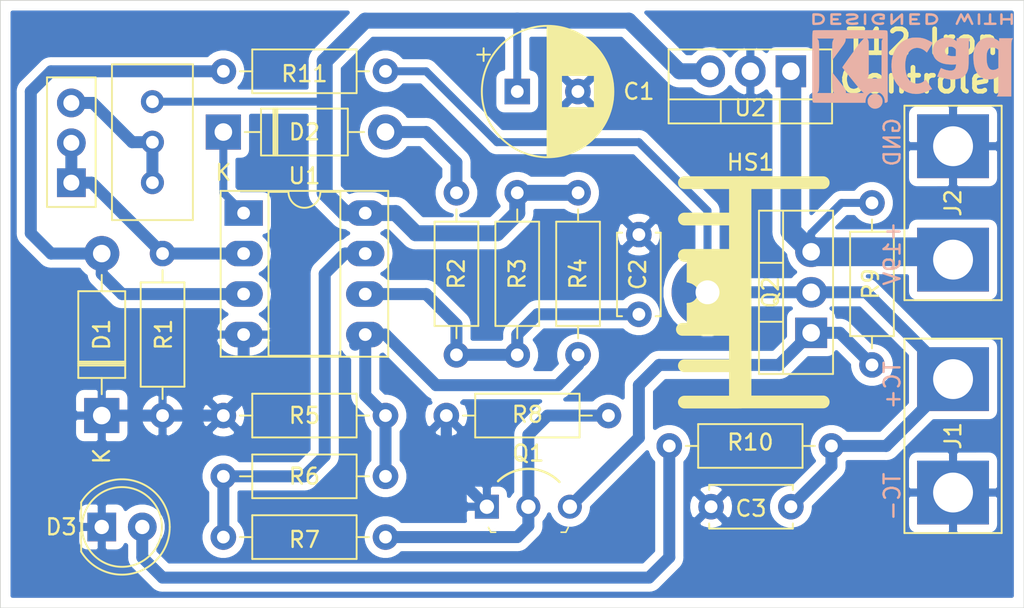
<source format=kicad_pcb>
(kicad_pcb (version 20171130) (host pcbnew "(5.1.10)-1")

  (general
    (thickness 1.6)
    (drawings 9)
    (tracks 104)
    (zones 0)
    (modules 27)
    (nets 16)
  )

  (page A4)
  (layers
    (0 F.Cu signal)
    (31 B.Cu signal)
    (32 B.Adhes user)
    (33 F.Adhes user)
    (34 B.Paste user)
    (35 F.Paste user)
    (36 B.SilkS user)
    (37 F.SilkS user)
    (38 B.Mask user)
    (39 F.Mask user)
    (40 Dwgs.User user)
    (41 Cmts.User user)
    (42 Eco1.User user)
    (43 Eco2.User user)
    (44 Edge.Cuts user)
    (45 Margin user)
    (46 B.CrtYd user)
    (47 F.CrtYd user hide)
    (48 B.Fab user)
    (49 F.Fab user hide)
  )

  (setup
    (last_trace_width 0.25)
    (trace_clearance 0.2)
    (zone_clearance 0.508)
    (zone_45_only no)
    (trace_min 0.2)
    (via_size 0.8)
    (via_drill 0.4)
    (via_min_size 0.4)
    (via_min_drill 0.3)
    (uvia_size 0.3)
    (uvia_drill 0.1)
    (uvias_allowed no)
    (uvia_min_size 0.2)
    (uvia_min_drill 0.1)
    (edge_width 0.05)
    (segment_width 0.2)
    (pcb_text_width 0.3)
    (pcb_text_size 1.5 1.5)
    (mod_edge_width 0.12)
    (mod_text_size 1 1)
    (mod_text_width 0.15)
    (pad_size 1.524 1.524)
    (pad_drill 0.762)
    (pad_to_mask_clearance 0)
    (aux_axis_origin 0 0)
    (visible_elements FFFFFF7F)
    (pcbplotparams
      (layerselection 0x010fc_ffffffff)
      (usegerberextensions false)
      (usegerberattributes true)
      (usegerberadvancedattributes true)
      (creategerberjobfile true)
      (excludeedgelayer true)
      (linewidth 0.100000)
      (plotframeref false)
      (viasonmask false)
      (mode 1)
      (useauxorigin false)
      (hpglpennumber 1)
      (hpglpenspeed 20)
      (hpglpendiameter 15.000000)
      (psnegative false)
      (psa4output false)
      (plotreference true)
      (plotvalue true)
      (plotinvisibletext false)
      (padsonsilk false)
      (subtractmaskfromsilk false)
      (outputformat 1)
      (mirror false)
      (drillshape 1)
      (scaleselection 1)
      (outputdirectory ""))
  )

  (net 0 "")
  (net 1 GNDPWR)
  (net 2 /+5V)
  (net 3 "Net-(C2-Pad1)")
  (net 4 "Net-(D1-Pad2)")
  (net 5 "Net-(D2-Pad2)")
  (net 6 "Net-(D2-Pad1)")
  (net 7 "Net-(D3-Pad2)")
  (net 8 /+24V)
  (net 9 "Net-(Q1-Pad3)")
  (net 10 "Net-(Q1-Pad2)")
  (net 11 "Net-(R1-Pad1)")
  (net 12 "Net-(R4-Pad1)")
  (net 13 "Net-(R6-Pad2)")
  (net 14 "Net-(RV1-Pad1)")
  (net 15 /DRAIN)

  (net_class Default "This is the default net class."
    (clearance 0.2)
    (trace_width 0.25)
    (via_dia 0.8)
    (via_drill 0.4)
    (uvia_dia 0.3)
    (uvia_drill 0.1)
    (add_net /DRAIN)
    (add_net "Net-(C2-Pad1)")
    (add_net "Net-(D1-Pad2)")
    (add_net "Net-(D2-Pad1)")
    (add_net "Net-(D2-Pad2)")
    (add_net "Net-(D3-Pad2)")
    (add_net "Net-(Q1-Pad2)")
    (add_net "Net-(Q1-Pad3)")
    (add_net "Net-(R1-Pad1)")
    (add_net "Net-(R4-Pad1)")
    (add_net "Net-(R6-Pad2)")
    (add_net "Net-(RV1-Pad1)")
  )

  (net_class PWR ""
    (clearance 0.3)
    (trace_width 0.5)
    (via_dia 0.8)
    (via_drill 0.4)
    (uvia_dia 0.3)
    (uvia_drill 0.1)
    (add_net /+24V)
    (add_net /+5V)
    (add_net GNDPWR)
  )

  (module Symbol:KiCad-Logo2_5mm_SilkScreen (layer B.Cu) (tedit 0) (tstamp 618E603E)
    (at 151.765 83.82)
    (descr "KiCad Logo")
    (tags "Logo KiCad")
    (attr virtual)
    (fp_text reference REF** (at 0 5.08) (layer B.SilkS) hide
      (effects (font (size 1 1) (thickness 0.15)) (justify mirror))
    )
    (fp_text value KiCad-Logo2_5mm_SilkScreen (at 0 -5.08) (layer B.Fab) hide
      (effects (font (size 1 1) (thickness 0.15)) (justify mirror))
    )
    (fp_poly (pts (xy -2.9464 2.510946) (xy -2.935535 2.397007) (xy -2.903918 2.289384) (xy -2.853015 2.190385)
      (xy -2.784293 2.102316) (xy -2.699219 2.027484) (xy -2.602232 1.969616) (xy -2.495964 1.929995)
      (xy -2.38895 1.911427) (xy -2.2833 1.912566) (xy -2.181125 1.93207) (xy -2.084534 1.968594)
      (xy -1.995638 2.020795) (xy -1.916546 2.087327) (xy -1.849369 2.166848) (xy -1.796217 2.258013)
      (xy -1.759199 2.359477) (xy -1.740427 2.469898) (xy -1.738489 2.519794) (xy -1.738489 2.607733)
      (xy -1.68656 2.607733) (xy -1.650253 2.604889) (xy -1.623355 2.593089) (xy -1.596249 2.569351)
      (xy -1.557867 2.530969) (xy -1.557867 0.339398) (xy -1.557876 0.077261) (xy -1.557908 -0.163241)
      (xy -1.557972 -0.383048) (xy -1.558076 -0.583101) (xy -1.558227 -0.764344) (xy -1.558434 -0.927716)
      (xy -1.558706 -1.07416) (xy -1.55905 -1.204617) (xy -1.559474 -1.320029) (xy -1.559987 -1.421338)
      (xy -1.560597 -1.509484) (xy -1.561312 -1.58541) (xy -1.56214 -1.650057) (xy -1.563089 -1.704367)
      (xy -1.564167 -1.74928) (xy -1.565383 -1.78574) (xy -1.566745 -1.814687) (xy -1.568261 -1.837063)
      (xy -1.569938 -1.853809) (xy -1.571786 -1.865868) (xy -1.573813 -1.87418) (xy -1.576025 -1.879687)
      (xy -1.577108 -1.881537) (xy -1.581271 -1.888549) (xy -1.584805 -1.894996) (xy -1.588635 -1.9009)
      (xy -1.593682 -1.906286) (xy -1.600871 -1.911178) (xy -1.611123 -1.915598) (xy -1.625364 -1.919572)
      (xy -1.644514 -1.923121) (xy -1.669499 -1.92627) (xy -1.70124 -1.929042) (xy -1.740662 -1.931461)
      (xy -1.788686 -1.933551) (xy -1.846237 -1.935335) (xy -1.914237 -1.936837) (xy -1.99361 -1.93808)
      (xy -2.085279 -1.939089) (xy -2.190166 -1.939885) (xy -2.309196 -1.940494) (xy -2.44329 -1.940939)
      (xy -2.593373 -1.941243) (xy -2.760367 -1.94143) (xy -2.945196 -1.941524) (xy -3.148783 -1.941548)
      (xy -3.37205 -1.941525) (xy -3.615922 -1.94148) (xy -3.881321 -1.941437) (xy -3.919704 -1.941432)
      (xy -4.186682 -1.941389) (xy -4.432002 -1.941318) (xy -4.656583 -1.941213) (xy -4.861345 -1.941066)
      (xy -5.047206 -1.940869) (xy -5.215088 -1.940616) (xy -5.365908 -1.9403) (xy -5.500587 -1.939913)
      (xy -5.620044 -1.939447) (xy -5.725199 -1.938897) (xy -5.816971 -1.938253) (xy -5.896279 -1.937511)
      (xy -5.964043 -1.936661) (xy -6.021182 -1.935697) (xy -6.068617 -1.934611) (xy -6.107266 -1.933397)
      (xy -6.138049 -1.932047) (xy -6.161885 -1.930555) (xy -6.179694 -1.928911) (xy -6.192395 -1.927111)
      (xy -6.200908 -1.925145) (xy -6.205266 -1.923477) (xy -6.213728 -1.919906) (xy -6.221497 -1.91727)
      (xy -6.228602 -1.914634) (xy -6.235073 -1.911062) (xy -6.240939 -1.905621) (xy -6.246229 -1.897375)
      (xy -6.250974 -1.88539) (xy -6.255202 -1.868731) (xy -6.258943 -1.846463) (xy -6.262227 -1.817652)
      (xy -6.265083 -1.781363) (xy -6.26754 -1.736661) (xy -6.269629 -1.682611) (xy -6.271378 -1.618279)
      (xy -6.272817 -1.54273) (xy -6.273976 -1.45503) (xy -6.274883 -1.354243) (xy -6.275569 -1.239434)
      (xy -6.276063 -1.10967) (xy -6.276395 -0.964015) (xy -6.276593 -0.801535) (xy -6.276687 -0.621295)
      (xy -6.276708 -0.42236) (xy -6.276685 -0.203796) (xy -6.276646 0.035332) (xy -6.276622 0.29596)
      (xy -6.276622 0.338111) (xy -6.276636 0.601008) (xy -6.276661 0.842268) (xy -6.276671 1.062835)
      (xy -6.276642 1.263648) (xy -6.276548 1.445651) (xy -6.276362 1.609784) (xy -6.276059 1.756989)
      (xy -6.275614 1.888208) (xy -6.275034 1.998133) (xy -5.972197 1.998133) (xy -5.932407 1.940289)
      (xy -5.921236 1.924521) (xy -5.911166 1.910559) (xy -5.902138 1.897216) (xy -5.894097 1.883307)
      (xy -5.886986 1.867644) (xy -5.880747 1.849042) (xy -5.875325 1.826314) (xy -5.870662 1.798273)
      (xy -5.866701 1.763733) (xy -5.863385 1.721508) (xy -5.860659 1.670411) (xy -5.858464 1.609256)
      (xy -5.856745 1.536856) (xy -5.855444 1.452025) (xy -5.854505 1.353578) (xy -5.85387 1.240326)
      (xy -5.853484 1.111084) (xy -5.853288 0.964666) (xy -5.853227 0.799884) (xy -5.853243 0.615553)
      (xy -5.85328 0.410487) (xy -5.853289 0.287867) (xy -5.853265 0.070918) (xy -5.853231 -0.124642)
      (xy -5.853243 -0.299999) (xy -5.853358 -0.456341) (xy -5.85363 -0.594857) (xy -5.854118 -0.716734)
      (xy -5.854876 -0.82316) (xy -5.855962 -0.915322) (xy -5.857431 -0.994409) (xy -5.85934 -1.061608)
      (xy -5.861744 -1.118107) (xy -5.864701 -1.165093) (xy -5.868266 -1.203755) (xy -5.872495 -1.23528)
      (xy -5.877446 -1.260855) (xy -5.883173 -1.28167) (xy -5.889733 -1.298911) (xy -5.897183 -1.313765)
      (xy -5.905579 -1.327422) (xy -5.914976 -1.341069) (xy -5.925432 -1.355893) (xy -5.931523 -1.364783)
      (xy -5.970296 -1.4224) (xy -5.438732 -1.4224) (xy -5.315483 -1.422365) (xy -5.212987 -1.422215)
      (xy -5.12942 -1.421878) (xy -5.062956 -1.421286) (xy -5.011771 -1.420367) (xy -4.974041 -1.419051)
      (xy -4.94794 -1.417269) (xy -4.931644 -1.414951) (xy -4.923328 -1.412026) (xy -4.921168 -1.408424)
      (xy -4.923339 -1.404075) (xy -4.924535 -1.402645) (xy -4.949685 -1.365573) (xy -4.975583 -1.312772)
      (xy -4.999192 -1.25077) (xy -5.007461 -1.224357) (xy -5.012078 -1.206416) (xy -5.015979 -1.185355)
      (xy -5.019248 -1.159089) (xy -5.021966 -1.125532) (xy -5.024215 -1.082599) (xy -5.026077 -1.028204)
      (xy -5.027636 -0.960262) (xy -5.028972 -0.876688) (xy -5.030169 -0.775395) (xy -5.031308 -0.6543)
      (xy -5.031685 -0.6096) (xy -5.032702 -0.484449) (xy -5.03346 -0.380082) (xy -5.033903 -0.294707)
      (xy -5.03397 -0.226533) (xy -5.033605 -0.173765) (xy -5.032748 -0.134614) (xy -5.031341 -0.107285)
      (xy -5.029325 -0.089986) (xy -5.026643 -0.080926) (xy -5.023236 -0.078312) (xy -5.019044 -0.080351)
      (xy -5.014571 -0.084667) (xy -5.004216 -0.097602) (xy -4.982158 -0.126676) (xy -4.949957 -0.169759)
      (xy -4.909174 -0.224718) (xy -4.86137 -0.289423) (xy -4.808105 -0.361742) (xy -4.75094 -0.439544)
      (xy -4.691437 -0.520698) (xy -4.631155 -0.603072) (xy -4.571655 -0.684536) (xy -4.514498 -0.762957)
      (xy -4.461245 -0.836204) (xy -4.413457 -0.902147) (xy -4.372693 -0.958654) (xy -4.340516 -1.003593)
      (xy -4.318485 -1.034834) (xy -4.313917 -1.041466) (xy -4.290996 -1.078369) (xy -4.264188 -1.126359)
      (xy -4.238789 -1.175897) (xy -4.235568 -1.182577) (xy -4.21389 -1.230772) (xy -4.201304 -1.268334)
      (xy -4.195574 -1.30416) (xy -4.194456 -1.3462) (xy -4.19509 -1.4224) (xy -3.040651 -1.4224)
      (xy -3.131815 -1.328669) (xy -3.178612 -1.278775) (xy -3.228899 -1.222295) (xy -3.274944 -1.168026)
      (xy -3.295369 -1.142673) (xy -3.325807 -1.103128) (xy -3.365862 -1.049916) (xy -3.414361 -0.984667)
      (xy -3.470135 -0.909011) (xy -3.532011 -0.824577) (xy -3.598819 -0.732994) (xy -3.669387 -0.635892)
      (xy -3.742545 -0.534901) (xy -3.817121 -0.43165) (xy -3.891944 -0.327768) (xy -3.965843 -0.224885)
      (xy -4.037646 -0.124631) (xy -4.106184 -0.028636) (xy -4.170284 0.061473) (xy -4.228775 0.144064)
      (xy -4.280486 0.217508) (xy -4.324247 0.280176) (xy -4.358885 0.330439) (xy -4.38323 0.366666)
      (xy -4.396111 0.387229) (xy -4.397869 0.391332) (xy -4.38991 0.402658) (xy -4.369115 0.429838)
      (xy -4.336847 0.471171) (xy -4.29447 0.524956) (xy -4.243347 0.589494) (xy -4.184841 0.663082)
      (xy -4.120314 0.744022) (xy -4.051131 0.830612) (xy -3.978653 0.921152) (xy -3.904246 1.01394)
      (xy -3.844517 1.088298) (xy -2.833511 1.088298) (xy -2.827602 1.075341) (xy -2.813272 1.053092)
      (xy -2.812225 1.051609) (xy -2.793438 1.021456) (xy -2.773791 0.984625) (xy -2.769892 0.976489)
      (xy -2.766356 0.96806) (xy -2.76323 0.957941) (xy -2.760486 0.94474) (xy -2.758092 0.927062)
      (xy -2.756019 0.903516) (xy -2.754235 0.872707) (xy -2.752712 0.833243) (xy -2.751419 0.783731)
      (xy -2.750326 0.722777) (xy -2.749403 0.648989) (xy -2.748619 0.560972) (xy -2.747945 0.457335)
      (xy -2.74735 0.336684) (xy -2.746805 0.197626) (xy -2.746279 0.038768) (xy -2.745745 -0.140089)
      (xy -2.745206 -0.325207) (xy -2.744772 -0.489145) (xy -2.744509 -0.633303) (xy -2.744484 -0.759079)
      (xy -2.744765 -0.867871) (xy -2.745419 -0.961077) (xy -2.746514 -1.040097) (xy -2.748118 -1.106328)
      (xy -2.750297 -1.16117) (xy -2.753119 -1.206021) (xy -2.756651 -1.242278) (xy -2.760961 -1.271341)
      (xy -2.766117 -1.294609) (xy -2.772185 -1.313479) (xy -2.779233 -1.329351) (xy -2.787329 -1.343622)
      (xy -2.79654 -1.357691) (xy -2.80504 -1.370158) (xy -2.822176 -1.396452) (xy -2.832322 -1.414037)
      (xy -2.833511 -1.417257) (xy -2.822604 -1.418334) (xy -2.791411 -1.419335) (xy -2.742223 -1.420235)
      (xy -2.677333 -1.42101) (xy -2.59903 -1.421637) (xy -2.509607 -1.422091) (xy -2.411356 -1.422349)
      (xy -2.342445 -1.4224) (xy -2.237452 -1.42218) (xy -2.14061 -1.421548) (xy -2.054107 -1.420549)
      (xy -1.980132 -1.419227) (xy -1.920874 -1.417626) (xy -1.87852 -1.415791) (xy -1.85526 -1.413765)
      (xy -1.851378 -1.412493) (xy -1.859076 -1.397591) (xy -1.867074 -1.38956) (xy -1.880246 -1.372434)
      (xy -1.897485 -1.342183) (xy -1.909407 -1.317622) (xy -1.936045 -1.258711) (xy -1.93912 -0.081845)
      (xy -1.942195 1.095022) (xy -2.387853 1.095022) (xy -2.48567 1.094858) (xy -2.576064 1.094389)
      (xy -2.65663 1.093653) (xy -2.724962 1.092684) (xy -2.778656 1.09152) (xy -2.815305 1.090197)
      (xy -2.832504 1.088751) (xy -2.833511 1.088298) (xy -3.844517 1.088298) (xy -3.82927 1.107278)
      (xy -3.75509 1.199463) (xy -3.683069 1.288796) (xy -3.614569 1.373576) (xy -3.550955 1.452102)
      (xy -3.493588 1.522674) (xy -3.443833 1.583591) (xy -3.403052 1.633153) (xy -3.385888 1.653822)
      (xy -3.299596 1.754484) (xy -3.222997 1.837741) (xy -3.154183 1.905562) (xy -3.091248 1.959911)
      (xy -3.081867 1.967278) (xy -3.042356 1.997883) (xy -4.174116 1.998133) (xy -4.168827 1.950156)
      (xy -4.17213 1.892812) (xy -4.193661 1.824537) (xy -4.233635 1.744788) (xy -4.278943 1.672505)
      (xy -4.295161 1.64986) (xy -4.323214 1.612304) (xy -4.36143 1.561979) (xy -4.408137 1.501027)
      (xy -4.461661 1.431589) (xy -4.520331 1.355806) (xy -4.582475 1.27582) (xy -4.646421 1.193772)
      (xy -4.710495 1.111804) (xy -4.773027 1.032057) (xy -4.832343 0.956673) (xy -4.886771 0.887793)
      (xy -4.934639 0.827558) (xy -4.974275 0.778111) (xy -5.004006 0.741592) (xy -5.022161 0.720142)
      (xy -5.02522 0.716844) (xy -5.028079 0.724851) (xy -5.030293 0.755145) (xy -5.031857 0.807444)
      (xy -5.032767 0.881469) (xy -5.03302 0.976937) (xy -5.032613 1.093566) (xy -5.031704 1.213555)
      (xy -5.030382 1.345667) (xy -5.028857 1.457406) (xy -5.026881 1.550975) (xy -5.024206 1.628581)
      (xy -5.020582 1.692426) (xy -5.015761 1.744717) (xy -5.009494 1.787656) (xy -5.001532 1.823449)
      (xy -4.991627 1.8543) (xy -4.979531 1.882414) (xy -4.964993 1.909995) (xy -4.950311 1.935034)
      (xy -4.912314 1.998133) (xy -5.972197 1.998133) (xy -6.275034 1.998133) (xy -6.275001 2.004383)
      (xy -6.274195 2.106456) (xy -6.27317 2.195367) (xy -6.2719 2.272059) (xy -6.27036 2.337473)
      (xy -6.268524 2.392551) (xy -6.266367 2.438235) (xy -6.263863 2.475466) (xy -6.260987 2.505187)
      (xy -6.257713 2.528338) (xy -6.254015 2.545861) (xy -6.249869 2.558699) (xy -6.245247 2.567792)
      (xy -6.240126 2.574082) (xy -6.234478 2.578512) (xy -6.228279 2.582022) (xy -6.221504 2.585555)
      (xy -6.215508 2.589124) (xy -6.210275 2.5917) (xy -6.202099 2.594028) (xy -6.189886 2.596122)
      (xy -6.172541 2.597993) (xy -6.148969 2.599653) (xy -6.118077 2.601116) (xy -6.078768 2.602392)
      (xy -6.02995 2.603496) (xy -5.970527 2.604439) (xy -5.899404 2.605233) (xy -5.815488 2.605891)
      (xy -5.717683 2.606425) (xy -5.604894 2.606847) (xy -5.476029 2.607171) (xy -5.329991 2.607408)
      (xy -5.165686 2.60757) (xy -4.98202 2.60767) (xy -4.777897 2.60772) (xy -4.566753 2.607733)
      (xy -2.9464 2.607733) (xy -2.9464 2.510946)) (layer B.SilkS) (width 0.01))
    (fp_poly (pts (xy 0.328429 2.050929) (xy 0.48857 2.029755) (xy 0.65251 1.989615) (xy 0.822313 1.930111)
      (xy 1.000043 1.850846) (xy 1.01131 1.845301) (xy 1.069005 1.817275) (xy 1.120552 1.793198)
      (xy 1.162191 1.774751) (xy 1.190162 1.763614) (xy 1.199733 1.761067) (xy 1.21895 1.756059)
      (xy 1.223561 1.751853) (xy 1.218458 1.74142) (xy 1.202418 1.715132) (xy 1.177288 1.675743)
      (xy 1.144914 1.626009) (xy 1.107143 1.568685) (xy 1.065822 1.506524) (xy 1.022798 1.442282)
      (xy 0.979917 1.378715) (xy 0.939026 1.318575) (xy 0.901971 1.26462) (xy 0.8706 1.219603)
      (xy 0.846759 1.186279) (xy 0.832294 1.167403) (xy 0.830309 1.165213) (xy 0.820191 1.169862)
      (xy 0.79785 1.187038) (xy 0.76728 1.21356) (xy 0.751536 1.228036) (xy 0.655047 1.303318)
      (xy 0.548336 1.358759) (xy 0.432832 1.393859) (xy 0.309962 1.40812) (xy 0.240561 1.406949)
      (xy 0.119423 1.389788) (xy 0.010205 1.353906) (xy -0.087418 1.299041) (xy -0.173772 1.22493)
      (xy -0.249185 1.131312) (xy -0.313982 1.017924) (xy -0.351399 0.931333) (xy -0.395252 0.795634)
      (xy -0.427572 0.64815) (xy -0.448443 0.492686) (xy -0.457949 0.333044) (xy -0.456173 0.173027)
      (xy -0.443197 0.016439) (xy -0.419106 -0.132918) (xy -0.383982 -0.27124) (xy -0.337908 -0.394724)
      (xy -0.321627 -0.428978) (xy -0.25338 -0.543064) (xy -0.172921 -0.639557) (xy -0.08143 -0.71767)
      (xy 0.019911 -0.776617) (xy 0.12992 -0.815612) (xy 0.247415 -0.833868) (xy 0.288883 -0.835211)
      (xy 0.410441 -0.82429) (xy 0.530878 -0.791474) (xy 0.648666 -0.737439) (xy 0.762277 -0.662865)
      (xy 0.853685 -0.584539) (xy 0.900215 -0.540008) (xy 1.081483 -0.837271) (xy 1.12658 -0.911433)
      (xy 1.167819 -0.979646) (xy 1.203735 -1.039459) (xy 1.232866 -1.08842) (xy 1.25375 -1.124079)
      (xy 1.264924 -1.143984) (xy 1.266375 -1.147079) (xy 1.258146 -1.156718) (xy 1.232567 -1.173999)
      (xy 1.192873 -1.197283) (xy 1.142297 -1.224934) (xy 1.084074 -1.255315) (xy 1.021437 -1.28679)
      (xy 0.957621 -1.317722) (xy 0.89586 -1.346473) (xy 0.839388 -1.371408) (xy 0.791438 -1.390889)
      (xy 0.767986 -1.399318) (xy 0.634221 -1.437133) (xy 0.496327 -1.462136) (xy 0.348622 -1.47514)
      (xy 0.221833 -1.477468) (xy 0.153878 -1.476373) (xy 0.088277 -1.474275) (xy 0.030847 -1.471434)
      (xy -0.012597 -1.468106) (xy -0.026702 -1.466422) (xy -0.165716 -1.437587) (xy -0.307243 -1.392468)
      (xy -0.444725 -1.33375) (xy -0.571606 -1.26412) (xy -0.649111 -1.211441) (xy -0.776519 -1.103239)
      (xy -0.894822 -0.976671) (xy -1.001828 -0.834866) (xy -1.095348 -0.680951) (xy -1.17319 -0.518053)
      (xy -1.217044 -0.400756) (xy -1.267292 -0.217128) (xy -1.300791 -0.022581) (xy -1.317551 0.178675)
      (xy -1.317584 0.382432) (xy -1.300899 0.584479) (xy -1.267507 0.780608) (xy -1.21742 0.966609)
      (xy -1.213603 0.978197) (xy -1.150719 1.14025) (xy -1.073972 1.288168) (xy -0.980758 1.426135)
      (xy -0.868473 1.558339) (xy -0.824608 1.603601) (xy -0.688466 1.727543) (xy -0.548509 1.830085)
      (xy -0.402589 1.912344) (xy -0.248558 1.975436) (xy -0.084268 2.020477) (xy 0.011289 2.037967)
      (xy 0.170023 2.053534) (xy 0.328429 2.050929)) (layer B.SilkS) (width 0.01))
    (fp_poly (pts (xy 2.673574 1.133448) (xy 2.825492 1.113433) (xy 2.960756 1.079798) (xy 3.080239 1.032275)
      (xy 3.184815 0.970595) (xy 3.262424 0.907035) (xy 3.331265 0.832901) (xy 3.385006 0.753129)
      (xy 3.42791 0.660909) (xy 3.443384 0.617839) (xy 3.456244 0.578858) (xy 3.467446 0.542711)
      (xy 3.47712 0.507566) (xy 3.485396 0.47159) (xy 3.492403 0.43295) (xy 3.498272 0.389815)
      (xy 3.503131 0.340351) (xy 3.50711 0.282727) (xy 3.51034 0.215109) (xy 3.512949 0.135666)
      (xy 3.515067 0.042564) (xy 3.516824 -0.066027) (xy 3.518349 -0.191942) (xy 3.519772 -0.337012)
      (xy 3.521025 -0.479778) (xy 3.522351 -0.635968) (xy 3.523556 -0.771239) (xy 3.524766 -0.887246)
      (xy 3.526106 -0.985645) (xy 3.5277 -1.068093) (xy 3.529675 -1.136246) (xy 3.532156 -1.19176)
      (xy 3.535269 -1.236292) (xy 3.539138 -1.271498) (xy 3.543889 -1.299034) (xy 3.549648 -1.320556)
      (xy 3.556539 -1.337722) (xy 3.564689 -1.352186) (xy 3.574223 -1.365606) (xy 3.585266 -1.379638)
      (xy 3.589566 -1.385071) (xy 3.605386 -1.40791) (xy 3.612422 -1.423463) (xy 3.612444 -1.423922)
      (xy 3.601567 -1.426121) (xy 3.570582 -1.428147) (xy 3.521957 -1.429942) (xy 3.458163 -1.431451)
      (xy 3.381669 -1.432616) (xy 3.294944 -1.43338) (xy 3.200457 -1.433686) (xy 3.18955 -1.433689)
      (xy 2.766657 -1.433689) (xy 2.763395 -1.337622) (xy 2.760133 -1.241556) (xy 2.698044 -1.292543)
      (xy 2.600714 -1.360057) (xy 2.490813 -1.414749) (xy 2.404349 -1.444978) (xy 2.335278 -1.459666)
      (xy 2.251925 -1.469659) (xy 2.162159 -1.474646) (xy 2.073845 -1.474313) (xy 1.994851 -1.468351)
      (xy 1.958622 -1.462638) (xy 1.818603 -1.424776) (xy 1.692178 -1.369932) (xy 1.58026 -1.298924)
      (xy 1.483762 -1.212568) (xy 1.4036 -1.111679) (xy 1.340687 -0.997076) (xy 1.296312 -0.870984)
      (xy 1.283978 -0.814401) (xy 1.276368 -0.752202) (xy 1.272739 -0.677363) (xy 1.272245 -0.643467)
      (xy 1.27231 -0.640282) (xy 2.032248 -0.640282) (xy 2.041541 -0.715333) (xy 2.069728 -0.77916)
      (xy 2.118197 -0.834798) (xy 2.123254 -0.839211) (xy 2.171548 -0.874037) (xy 2.223257 -0.89662)
      (xy 2.283989 -0.90854) (xy 2.359352 -0.911383) (xy 2.377459 -0.910978) (xy 2.431278 -0.908325)
      (xy 2.471308 -0.902909) (xy 2.506324 -0.892745) (xy 2.545103 -0.87585) (xy 2.555745 -0.870672)
      (xy 2.616396 -0.834844) (xy 2.663215 -0.792212) (xy 2.675952 -0.776973) (xy 2.720622 -0.720462)
      (xy 2.720622 -0.524586) (xy 2.720086 -0.445939) (xy 2.718396 -0.387988) (xy 2.715428 -0.348875)
      (xy 2.711057 -0.326741) (xy 2.706972 -0.320274) (xy 2.691047 -0.317111) (xy 2.657264 -0.314488)
      (xy 2.61034 -0.312655) (xy 2.554993 -0.311857) (xy 2.546106 -0.311842) (xy 2.42533 -0.317096)
      (xy 2.32266 -0.333263) (xy 2.236106 -0.360961) (xy 2.163681 -0.400808) (xy 2.108751 -0.447758)
      (xy 2.064204 -0.505645) (xy 2.03948 -0.568693) (xy 2.032248 -0.640282) (xy 1.27231 -0.640282)
      (xy 1.274178 -0.549712) (xy 1.282522 -0.470812) (xy 1.298768 -0.39959) (xy 1.324405 -0.328864)
      (xy 1.348401 -0.276493) (xy 1.40702 -0.181196) (xy 1.485117 -0.09317) (xy 1.580315 -0.014017)
      (xy 1.690238 0.05466) (xy 1.81251 0.111259) (xy 1.944755 0.154179) (xy 2.009422 0.169118)
      (xy 2.145604 0.191223) (xy 2.294049 0.205806) (xy 2.445505 0.212187) (xy 2.572064 0.210555)
      (xy 2.73395 0.203776) (xy 2.72653 0.262755) (xy 2.707238 0.361908) (xy 2.676104 0.442628)
      (xy 2.632269 0.505534) (xy 2.574871 0.551244) (xy 2.503048 0.580378) (xy 2.415941 0.593553)
      (xy 2.312686 0.591389) (xy 2.274711 0.587388) (xy 2.13352 0.56222) (xy 1.996707 0.521186)
      (xy 1.902178 0.483185) (xy 1.857018 0.46381) (xy 1.818585 0.44824) (xy 1.792234 0.438595)
      (xy 1.784546 0.436548) (xy 1.774802 0.445626) (xy 1.758083 0.474595) (xy 1.734232 0.523783)
      (xy 1.703093 0.593516) (xy 1.664507 0.684121) (xy 1.65791 0.699911) (xy 1.627853 0.772228)
      (xy 1.600874 0.837575) (xy 1.578136 0.893094) (xy 1.560806 0.935928) (xy 1.550048 0.963219)
      (xy 1.546941 0.972058) (xy 1.55694 0.976813) (xy 1.583217 0.98209) (xy 1.611489 0.985769)
      (xy 1.641646 0.990526) (xy 1.689433 0.999972) (xy 1.750612 1.01318) (xy 1.820946 1.029224)
      (xy 1.896194 1.04718) (xy 1.924755 1.054203) (xy 2.029816 1.079791) (xy 2.11748 1.099853)
      (xy 2.192068 1.115031) (xy 2.257903 1.125965) (xy 2.319307 1.133296) (xy 2.380602 1.137665)
      (xy 2.44611 1.139713) (xy 2.504128 1.140111) (xy 2.673574 1.133448)) (layer B.SilkS) (width 0.01))
    (fp_poly (pts (xy 6.186507 0.527755) (xy 6.186526 0.293338) (xy 6.186552 0.080397) (xy 6.186625 -0.112168)
      (xy 6.186782 -0.285459) (xy 6.187064 -0.440576) (xy 6.187509 -0.57862) (xy 6.188156 -0.700692)
      (xy 6.189045 -0.807894) (xy 6.190213 -0.901326) (xy 6.191701 -0.98209) (xy 6.193546 -1.051286)
      (xy 6.195789 -1.110015) (xy 6.198469 -1.159379) (xy 6.201623 -1.200478) (xy 6.205292 -1.234413)
      (xy 6.209513 -1.262286) (xy 6.214327 -1.285198) (xy 6.219773 -1.304249) (xy 6.225888 -1.32054)
      (xy 6.232712 -1.335173) (xy 6.240285 -1.349249) (xy 6.248645 -1.363868) (xy 6.253839 -1.372974)
      (xy 6.288104 -1.433689) (xy 5.429955 -1.433689) (xy 5.429955 -1.337733) (xy 5.429224 -1.29437)
      (xy 5.427272 -1.261205) (xy 5.424463 -1.243424) (xy 5.423221 -1.241778) (xy 5.411799 -1.248662)
      (xy 5.389084 -1.266505) (xy 5.366385 -1.285879) (xy 5.3118 -1.326614) (xy 5.242321 -1.367617)
      (xy 5.16527 -1.405123) (xy 5.087965 -1.435364) (xy 5.057113 -1.445012) (xy 4.988616 -1.459578)
      (xy 4.905764 -1.469539) (xy 4.816371 -1.474583) (xy 4.728248 -1.474396) (xy 4.649207 -1.468666)
      (xy 4.611511 -1.462858) (xy 4.473414 -1.424797) (xy 4.346113 -1.367073) (xy 4.230292 -1.290211)
      (xy 4.126637 -1.194739) (xy 4.035833 -1.081179) (xy 3.969031 -0.970381) (xy 3.914164 -0.853625)
      (xy 3.872163 -0.734276) (xy 3.842167 -0.608283) (xy 3.823311 -0.471594) (xy 3.814732 -0.320158)
      (xy 3.814006 -0.242711) (xy 3.8161 -0.185934) (xy 4.645217 -0.185934) (xy 4.645424 -0.279002)
      (xy 4.648337 -0.366692) (xy 4.654 -0.443772) (xy 4.662455 -0.505009) (xy 4.665038 -0.51735)
      (xy 4.69684 -0.624633) (xy 4.738498 -0.711658) (xy 4.790363 -0.778642) (xy 4.852781 -0.825805)
      (xy 4.9261 -0.853365) (xy 5.010669 -0.861541) (xy 5.106835 -0.850551) (xy 5.170311 -0.834829)
      (xy 5.219454 -0.816639) (xy 5.273583 -0.790791) (xy 5.314244 -0.767089) (xy 5.3848 -0.720721)
      (xy 5.3848 0.42947) (xy 5.317392 0.473038) (xy 5.238867 0.51396) (xy 5.154681 0.540611)
      (xy 5.069557 0.552535) (xy 4.988216 0.549278) (xy 4.91538 0.530385) (xy 4.883426 0.514816)
      (xy 4.825501 0.471819) (xy 4.776544 0.415047) (xy 4.73539 0.342425) (xy 4.700874 0.251879)
      (xy 4.671833 0.141334) (xy 4.670552 0.135467) (xy 4.660381 0.073212) (xy 4.652739 -0.004594)
      (xy 4.64767 -0.09272) (xy 4.645217 -0.185934) (xy 3.8161 -0.185934) (xy 3.821857 -0.029895)
      (xy 3.843802 0.165941) (xy 3.879786 0.344668) (xy 3.929759 0.506155) (xy 3.993668 0.650274)
      (xy 4.071462 0.776894) (xy 4.163089 0.885885) (xy 4.268497 0.977117) (xy 4.313662 1.008068)
      (xy 4.414611 1.064215) (xy 4.517901 1.103826) (xy 4.627989 1.127986) (xy 4.74933 1.137781)
      (xy 4.841836 1.136735) (xy 4.97149 1.125769) (xy 5.084084 1.103954) (xy 5.182875 1.070286)
      (xy 5.271121 1.023764) (xy 5.319986 0.989552) (xy 5.349353 0.967638) (xy 5.371043 0.952667)
      (xy 5.379253 0.948267) (xy 5.380868 0.959096) (xy 5.382159 0.989749) (xy 5.383138 1.037474)
      (xy 5.383817 1.099521) (xy 5.38421 1.173138) (xy 5.38433 1.255573) (xy 5.384188 1.344075)
      (xy 5.383797 1.435893) (xy 5.383171 1.528276) (xy 5.38232 1.618472) (xy 5.38126 1.703729)
      (xy 5.380001 1.781297) (xy 5.378556 1.848424) (xy 5.376938 1.902359) (xy 5.375161 1.94035)
      (xy 5.374669 1.947333) (xy 5.367092 2.017749) (xy 5.355531 2.072898) (xy 5.337792 2.120019)
      (xy 5.311682 2.166353) (xy 5.305415 2.175933) (xy 5.280983 2.212622) (xy 6.186311 2.212622)
      (xy 6.186507 0.527755)) (layer B.SilkS) (width 0.01))
    (fp_poly (pts (xy -2.273043 2.973429) (xy -2.176768 2.949191) (xy -2.090184 2.906359) (xy -2.015373 2.846581)
      (xy -1.954418 2.771506) (xy -1.909399 2.68278) (xy -1.883136 2.58647) (xy -1.877286 2.489205)
      (xy -1.89214 2.395346) (xy -1.92584 2.307489) (xy -1.976528 2.22823) (xy -2.042345 2.160164)
      (xy -2.121434 2.105888) (xy -2.211934 2.067998) (xy -2.2632 2.055574) (xy -2.307698 2.048053)
      (xy -2.341999 2.045081) (xy -2.37496 2.046906) (xy -2.415434 2.053775) (xy -2.448531 2.06075)
      (xy -2.541947 2.092259) (xy -2.625619 2.143383) (xy -2.697665 2.212571) (xy -2.7562 2.298272)
      (xy -2.770148 2.325511) (xy -2.786586 2.361878) (xy -2.796894 2.392418) (xy -2.80246 2.42455)
      (xy -2.804669 2.465693) (xy -2.804948 2.511778) (xy -2.800861 2.596135) (xy -2.787446 2.665414)
      (xy -2.762256 2.726039) (xy -2.722846 2.784433) (xy -2.684298 2.828698) (xy -2.612406 2.894516)
      (xy -2.537313 2.939947) (xy -2.454562 2.96715) (xy -2.376928 2.977424) (xy -2.273043 2.973429)) (layer B.SilkS) (width 0.01))
    (fp_poly (pts (xy -6.121371 -2.269066) (xy -6.081889 -2.269467) (xy -5.9662 -2.272259) (xy -5.869311 -2.28055)
      (xy -5.787919 -2.295232) (xy -5.718723 -2.317193) (xy -5.65842 -2.347322) (xy -5.603708 -2.38651)
      (xy -5.584167 -2.403532) (xy -5.55175 -2.443363) (xy -5.52252 -2.497413) (xy -5.499991 -2.557323)
      (xy -5.487679 -2.614739) (xy -5.4864 -2.635956) (xy -5.494417 -2.694769) (xy -5.515899 -2.759013)
      (xy -5.546999 -2.819821) (xy -5.583866 -2.86833) (xy -5.589854 -2.874182) (xy -5.640579 -2.915321)
      (xy -5.696125 -2.947435) (xy -5.759696 -2.971365) (xy -5.834494 -2.987953) (xy -5.923722 -2.998041)
      (xy -6.030582 -3.002469) (xy -6.079528 -3.002845) (xy -6.141762 -3.002545) (xy -6.185528 -3.001292)
      (xy -6.214931 -2.998554) (xy -6.234079 -2.993801) (xy -6.247077 -2.986501) (xy -6.254045 -2.980267)
      (xy -6.260626 -2.972694) (xy -6.265788 -2.962924) (xy -6.269703 -2.94834) (xy -6.272543 -2.926326)
      (xy -6.27448 -2.894264) (xy -6.275684 -2.849536) (xy -6.276328 -2.789526) (xy -6.276583 -2.711617)
      (xy -6.276622 -2.635956) (xy -6.27687 -2.535041) (xy -6.276817 -2.454427) (xy -6.275857 -2.415822)
      (xy -6.129867 -2.415822) (xy -6.129867 -2.856089) (xy -6.036734 -2.856004) (xy -5.980693 -2.854396)
      (xy -5.921999 -2.850256) (xy -5.873028 -2.844464) (xy -5.871538 -2.844226) (xy -5.792392 -2.82509)
      (xy -5.731002 -2.795287) (xy -5.684305 -2.752878) (xy -5.654635 -2.706961) (xy -5.636353 -2.656026)
      (xy -5.637771 -2.6082) (xy -5.658988 -2.556933) (xy -5.700489 -2.503899) (xy -5.757998 -2.4646)
      (xy -5.83275 -2.438331) (xy -5.882708 -2.429035) (xy -5.939416 -2.422507) (xy -5.999519 -2.417782)
      (xy -6.050639 -2.415817) (xy -6.053667 -2.415808) (xy -6.129867 -2.415822) (xy -6.275857 -2.415822)
      (xy -6.27526 -2.391851) (xy -6.270998 -2.345055) (xy -6.26283 -2.311778) (xy -6.249556 -2.289759)
      (xy -6.229974 -2.276739) (xy -6.202883 -2.270457) (xy -6.167082 -2.268653) (xy -6.121371 -2.269066)) (layer B.SilkS) (width 0.01))
    (fp_poly (pts (xy -4.712794 -2.269146) (xy -4.643386 -2.269518) (xy -4.590997 -2.270385) (xy -4.552847 -2.271946)
      (xy -4.526159 -2.274403) (xy -4.508153 -2.277957) (xy -4.496049 -2.28281) (xy -4.487069 -2.289161)
      (xy -4.483818 -2.292084) (xy -4.464043 -2.323142) (xy -4.460482 -2.358828) (xy -4.473491 -2.39051)
      (xy -4.479506 -2.396913) (xy -4.489235 -2.403121) (xy -4.504901 -2.40791) (xy -4.529408 -2.411514)
      (xy -4.565661 -2.414164) (xy -4.616565 -2.416095) (xy -4.685026 -2.417539) (xy -4.747617 -2.418418)
      (xy -4.995334 -2.421467) (xy -4.998719 -2.486378) (xy -5.002105 -2.551289) (xy -4.833958 -2.551289)
      (xy -4.760959 -2.551919) (xy -4.707517 -2.554553) (xy -4.670628 -2.560309) (xy -4.647288 -2.570304)
      (xy -4.634494 -2.585656) (xy -4.629242 -2.607482) (xy -4.628445 -2.627738) (xy -4.630923 -2.652592)
      (xy -4.640277 -2.670906) (xy -4.659383 -2.683637) (xy -4.691118 -2.691741) (xy -4.738359 -2.696176)
      (xy -4.803983 -2.697899) (xy -4.839801 -2.698045) (xy -5.000978 -2.698045) (xy -5.000978 -2.856089)
      (xy -4.752622 -2.856089) (xy -4.671213 -2.856202) (xy -4.609342 -2.856712) (xy -4.563968 -2.85787)
      (xy -4.532054 -2.85993) (xy -4.510559 -2.863146) (xy -4.496443 -2.867772) (xy -4.486668 -2.874059)
      (xy -4.481689 -2.878667) (xy -4.46461 -2.90556) (xy -4.459111 -2.929467) (xy -4.466963 -2.958667)
      (xy -4.481689 -2.980267) (xy -4.489546 -2.987066) (xy -4.499688 -2.992346) (xy -4.514844 -2.996298)
      (xy -4.537741 -2.999113) (xy -4.571109 -3.000982) (xy -4.617675 -3.002098) (xy -4.680167 -3.002651)
      (xy -4.761314 -3.002833) (xy -4.803422 -3.002845) (xy -4.893598 -3.002765) (xy -4.963924 -3.002398)
      (xy -5.017129 -3.001552) (xy -5.05594 -3.000036) (xy -5.083087 -2.997659) (xy -5.101298 -2.994229)
      (xy -5.1133 -2.989554) (xy -5.121822 -2.983444) (xy -5.125156 -2.980267) (xy -5.131755 -2.97267)
      (xy -5.136927 -2.96287) (xy -5.140846 -2.948239) (xy -5.143684 -2.926152) (xy -5.145615 -2.893982)
      (xy -5.146812 -2.849103) (xy -5.147448 -2.788889) (xy -5.147697 -2.710713) (xy -5.147734 -2.637923)
      (xy -5.1477 -2.544707) (xy -5.147465 -2.471431) (xy -5.14683 -2.415458) (xy -5.145594 -2.374151)
      (xy -5.143556 -2.344872) (xy -5.140517 -2.324984) (xy -5.136277 -2.31185) (xy -5.130635 -2.302832)
      (xy -5.123391 -2.295293) (xy -5.121606 -2.293612) (xy -5.112945 -2.286172) (xy -5.102882 -2.280409)
      (xy -5.088625 -2.276112) (xy -5.067383 -2.273064) (xy -5.036364 -2.271051) (xy -4.992777 -2.26986)
      (xy -4.933831 -2.269275) (xy -4.856734 -2.269083) (xy -4.802001 -2.269067) (xy -4.712794 -2.269146)) (layer B.SilkS) (width 0.01))
    (fp_poly (pts (xy -3.691703 -2.270351) (xy -3.616888 -2.275581) (xy -3.547306 -2.28375) (xy -3.487002 -2.29455)
      (xy -3.44002 -2.307673) (xy -3.410406 -2.322813) (xy -3.40586 -2.327269) (xy -3.390054 -2.36185)
      (xy -3.394847 -2.397351) (xy -3.419364 -2.427725) (xy -3.420534 -2.428596) (xy -3.434954 -2.437954)
      (xy -3.450008 -2.442876) (xy -3.471005 -2.443473) (xy -3.503257 -2.439861) (xy -3.552073 -2.432154)
      (xy -3.556 -2.431505) (xy -3.628739 -2.422569) (xy -3.707217 -2.418161) (xy -3.785927 -2.418119)
      (xy -3.859361 -2.422279) (xy -3.922011 -2.430479) (xy -3.96837 -2.442557) (xy -3.971416 -2.443771)
      (xy -4.005048 -2.462615) (xy -4.016864 -2.481685) (xy -4.007614 -2.500439) (xy -3.978047 -2.518337)
      (xy -3.928911 -2.534837) (xy -3.860957 -2.549396) (xy -3.815645 -2.556406) (xy -3.721456 -2.569889)
      (xy -3.646544 -2.582214) (xy -3.587717 -2.594449) (xy -3.541785 -2.607661) (xy -3.505555 -2.622917)
      (xy -3.475838 -2.641285) (xy -3.449442 -2.663831) (xy -3.42823 -2.685971) (xy -3.403065 -2.716819)
      (xy -3.390681 -2.743345) (xy -3.386808 -2.776026) (xy -3.386667 -2.787995) (xy -3.389576 -2.827712)
      (xy -3.401202 -2.857259) (xy -3.421323 -2.883486) (xy -3.462216 -2.923576) (xy -3.507817 -2.954149)
      (xy -3.561513 -2.976203) (xy -3.626692 -2.990735) (xy -3.706744 -2.998741) (xy -3.805057 -3.001218)
      (xy -3.821289 -3.001177) (xy -3.886849 -2.999818) (xy -3.951866 -2.99673) (xy -4.009252 -2.992356)
      (xy -4.051922 -2.98714) (xy -4.055372 -2.986541) (xy -4.097796 -2.976491) (xy -4.13378 -2.963796)
      (xy -4.15415 -2.95219) (xy -4.173107 -2.921572) (xy -4.174427 -2.885918) (xy -4.158085 -2.854144)
      (xy -4.154429 -2.850551) (xy -4.139315 -2.839876) (xy -4.120415 -2.835276) (xy -4.091162 -2.836059)
      (xy -4.055651 -2.840127) (xy -4.01597 -2.843762) (xy -3.960345 -2.846828) (xy -3.895406 -2.849053)
      (xy -3.827785 -2.850164) (xy -3.81 -2.850237) (xy -3.742128 -2.849964) (xy -3.692454 -2.848646)
      (xy -3.65661 -2.845827) (xy -3.630224 -2.84105) (xy -3.608926 -2.833857) (xy -3.596126 -2.827867)
      (xy -3.568 -2.811233) (xy -3.550068 -2.796168) (xy -3.547447 -2.791897) (xy -3.552976 -2.774263)
      (xy -3.57926 -2.757192) (xy -3.624478 -2.741458) (xy -3.686808 -2.727838) (xy -3.705171 -2.724804)
      (xy -3.80109 -2.709738) (xy -3.877641 -2.697146) (xy -3.93778 -2.686111) (xy -3.98446 -2.67572)
      (xy -4.020637 -2.665056) (xy -4.049265 -2.653205) (xy -4.073298 -2.639251) (xy -4.095692 -2.622281)
      (xy -4.119402 -2.601378) (xy -4.12738 -2.594049) (xy -4.155353 -2.566699) (xy -4.17016 -2.545029)
      (xy -4.175952 -2.520232) (xy -4.176889 -2.488983) (xy -4.166575 -2.427705) (xy -4.135752 -2.37564)
      (xy -4.084595 -2.332958) (xy -4.013283 -2.299825) (xy -3.9624 -2.284964) (xy -3.9071 -2.275366)
      (xy -3.840853 -2.269936) (xy -3.767706 -2.268367) (xy -3.691703 -2.270351)) (layer B.SilkS) (width 0.01))
    (fp_poly (pts (xy -2.923822 -2.291645) (xy -2.917242 -2.299218) (xy -2.912079 -2.308987) (xy -2.908164 -2.323571)
      (xy -2.905324 -2.345585) (xy -2.903387 -2.377648) (xy -2.902183 -2.422375) (xy -2.901539 -2.482385)
      (xy -2.901284 -2.560294) (xy -2.901245 -2.635956) (xy -2.901314 -2.729802) (xy -2.901638 -2.803689)
      (xy -2.902386 -2.860232) (xy -2.903732 -2.902049) (xy -2.905846 -2.931757) (xy -2.9089 -2.951973)
      (xy -2.913066 -2.965314) (xy -2.918516 -2.974398) (xy -2.923822 -2.980267) (xy -2.956826 -2.999947)
      (xy -2.991991 -2.998181) (xy -3.023455 -2.976717) (xy -3.030684 -2.968337) (xy -3.036334 -2.958614)
      (xy -3.040599 -2.944861) (xy -3.043673 -2.924389) (xy -3.045752 -2.894512) (xy -3.04703 -2.852541)
      (xy -3.047701 -2.795789) (xy -3.047959 -2.721567) (xy -3.048 -2.637537) (xy -3.048 -2.324485)
      (xy -3.020291 -2.296776) (xy -2.986137 -2.273463) (xy -2.953006 -2.272623) (xy -2.923822 -2.291645)) (layer B.SilkS) (width 0.01))
    (fp_poly (pts (xy -1.950081 -2.274599) (xy -1.881565 -2.286095) (xy -1.828943 -2.303967) (xy -1.794708 -2.327499)
      (xy -1.785379 -2.340924) (xy -1.775893 -2.372148) (xy -1.782277 -2.400395) (xy -1.80243 -2.427182)
      (xy -1.833745 -2.439713) (xy -1.879183 -2.438696) (xy -1.914326 -2.431906) (xy -1.992419 -2.418971)
      (xy -2.072226 -2.417742) (xy -2.161555 -2.428241) (xy -2.186229 -2.43269) (xy -2.269291 -2.456108)
      (xy -2.334273 -2.490945) (xy -2.380461 -2.536604) (xy -2.407145 -2.592494) (xy -2.412663 -2.621388)
      (xy -2.409051 -2.680012) (xy -2.385729 -2.731879) (xy -2.344824 -2.775978) (xy -2.288459 -2.811299)
      (xy -2.21876 -2.836829) (xy -2.137852 -2.851559) (xy -2.04786 -2.854478) (xy -1.95091 -2.844575)
      (xy -1.945436 -2.843641) (xy -1.906875 -2.836459) (xy -1.885494 -2.829521) (xy -1.876227 -2.819227)
      (xy -1.874006 -2.801976) (xy -1.873956 -2.792841) (xy -1.873956 -2.754489) (xy -1.942431 -2.754489)
      (xy -2.0029 -2.750347) (xy -2.044165 -2.737147) (xy -2.068175 -2.71373) (xy -2.076877 -2.678936)
      (xy -2.076983 -2.674394) (xy -2.071892 -2.644654) (xy -2.054433 -2.623419) (xy -2.021939 -2.609366)
      (xy -1.971743 -2.601173) (xy -1.923123 -2.598161) (xy -1.852456 -2.596433) (xy -1.801198 -2.59907)
      (xy -1.766239 -2.6088) (xy -1.74447 -2.628353) (xy -1.73278 -2.660456) (xy -1.72806 -2.707838)
      (xy -1.7272 -2.770071) (xy -1.728609 -2.839535) (xy -1.732848 -2.886786) (xy -1.739936 -2.912012)
      (xy -1.741311 -2.913988) (xy -1.780228 -2.945508) (xy -1.837286 -2.97047) (xy -1.908869 -2.98834)
      (xy -1.991358 -2.998586) (xy -2.081139 -3.000673) (xy -2.174592 -2.994068) (xy -2.229556 -2.985956)
      (xy -2.315766 -2.961554) (xy -2.395892 -2.921662) (xy -2.462977 -2.869887) (xy -2.473173 -2.859539)
      (xy -2.506302 -2.816035) (xy -2.536194 -2.762118) (xy -2.559357 -2.705592) (xy -2.572298 -2.654259)
      (xy -2.573858 -2.634544) (xy -2.567218 -2.593419) (xy -2.549568 -2.542252) (xy -2.524297 -2.488394)
      (xy -2.494789 -2.439195) (xy -2.468719 -2.406334) (xy -2.407765 -2.357452) (xy -2.328969 -2.318545)
      (xy -2.235157 -2.290494) (xy -2.12915 -2.274179) (xy -2.032 -2.270192) (xy -1.950081 -2.274599)) (layer B.SilkS) (width 0.01))
    (fp_poly (pts (xy -1.300114 -2.273448) (xy -1.276548 -2.287273) (xy -1.245735 -2.309881) (xy -1.206078 -2.342338)
      (xy -1.15598 -2.385708) (xy -1.093843 -2.441058) (xy -1.018072 -2.509451) (xy -0.931334 -2.588084)
      (xy -0.750711 -2.751878) (xy -0.745067 -2.532029) (xy -0.743029 -2.456351) (xy -0.741063 -2.399994)
      (xy -0.738734 -2.359706) (xy -0.735606 -2.332235) (xy -0.731245 -2.314329) (xy -0.725216 -2.302737)
      (xy -0.717084 -2.294208) (xy -0.712772 -2.290623) (xy -0.678241 -2.27167) (xy -0.645383 -2.274441)
      (xy -0.619318 -2.290633) (xy -0.592667 -2.312199) (xy -0.589352 -2.627151) (xy -0.588435 -2.719779)
      (xy -0.587968 -2.792544) (xy -0.588113 -2.848161) (xy -0.589032 -2.889342) (xy -0.590887 -2.918803)
      (xy -0.593839 -2.939255) (xy -0.59805 -2.953413) (xy -0.603682 -2.963991) (xy -0.609927 -2.972474)
      (xy -0.623439 -2.988207) (xy -0.636883 -2.998636) (xy -0.652124 -3.002639) (xy -0.671026 -2.999094)
      (xy -0.695455 -2.986879) (xy -0.727273 -2.964871) (xy -0.768348 -2.931949) (xy -0.820542 -2.886991)
      (xy -0.885722 -2.828875) (xy -0.959556 -2.762099) (xy -1.224845 -2.521458) (xy -1.230489 -2.740589)
      (xy -1.232531 -2.816128) (xy -1.234502 -2.872354) (xy -1.236839 -2.912524) (xy -1.239981 -2.939896)
      (xy -1.244364 -2.957728) (xy -1.250424 -2.969279) (xy -1.2586 -2.977807) (xy -1.262784 -2.981282)
      (xy -1.299765 -3.000372) (xy -1.334708 -2.997493) (xy -1.365136 -2.9731) (xy -1.372097 -2.963286)
      (xy -1.377523 -2.951826) (xy -1.381603 -2.935968) (xy -1.384529 -2.912963) (xy -1.386492 -2.880062)
      (xy -1.387683 -2.834516) (xy -1.388292 -2.773573) (xy -1.388511 -2.694486) (xy -1.388534 -2.635956)
      (xy -1.38846 -2.544407) (xy -1.388113 -2.472687) (xy -1.387301 -2.418045) (xy -1.385833 -2.377732)
      (xy -1.383519 -2.348998) (xy -1.380167 -2.329093) (xy -1.375588 -2.315268) (xy -1.369589 -2.304772)
      (xy -1.365136 -2.298811) (xy -1.35385 -2.284691) (xy -1.343301 -2.274029) (xy -1.331893 -2.267892)
      (xy -1.31803 -2.267343) (xy -1.300114 -2.273448)) (layer B.SilkS) (width 0.01))
    (fp_poly (pts (xy 0.230343 -2.26926) (xy 0.306701 -2.270174) (xy 0.365217 -2.272311) (xy 0.408255 -2.276175)
      (xy 0.438183 -2.282267) (xy 0.457368 -2.29109) (xy 0.468176 -2.303146) (xy 0.472973 -2.318939)
      (xy 0.474127 -2.33897) (xy 0.474133 -2.341335) (xy 0.473131 -2.363992) (xy 0.468396 -2.381503)
      (xy 0.457333 -2.394574) (xy 0.437348 -2.403913) (xy 0.405846 -2.410227) (xy 0.360232 -2.414222)
      (xy 0.297913 -2.416606) (xy 0.216293 -2.418086) (xy 0.191277 -2.418414) (xy -0.0508 -2.421467)
      (xy -0.054186 -2.486378) (xy -0.057571 -2.551289) (xy 0.110576 -2.551289) (xy 0.176266 -2.551531)
      (xy 0.223172 -2.552556) (xy 0.255083 -2.554811) (xy 0.275791 -2.558742) (xy 0.289084 -2.564798)
      (xy 0.298755 -2.573424) (xy 0.298817 -2.573493) (xy 0.316356 -2.607112) (xy 0.315722 -2.643448)
      (xy 0.297314 -2.674423) (xy 0.293671 -2.677607) (xy 0.280741 -2.685812) (xy 0.263024 -2.691521)
      (xy 0.23657 -2.695162) (xy 0.197432 -2.697167) (xy 0.141662 -2.697964) (xy 0.105994 -2.698045)
      (xy -0.056445 -2.698045) (xy -0.056445 -2.856089) (xy 0.190161 -2.856089) (xy 0.27158 -2.856231)
      (xy 0.33341 -2.856814) (xy 0.378637 -2.858068) (xy 0.410248 -2.860227) (xy 0.431231 -2.863523)
      (xy 0.444573 -2.868189) (xy 0.453261 -2.874457) (xy 0.45545 -2.876733) (xy 0.471614 -2.90828)
      (xy 0.472797 -2.944168) (xy 0.459536 -2.975285) (xy 0.449043 -2.985271) (xy 0.438129 -2.990769)
      (xy 0.421217 -2.995022) (xy 0.395633 -2.99818) (xy 0.358701 -3.000392) (xy 0.307746 -3.001806)
      (xy 0.240094 -3.002572) (xy 0.153069 -3.002838) (xy 0.133394 -3.002845) (xy 0.044911 -3.002787)
      (xy -0.023773 -3.002467) (xy -0.075436 -3.001667) (xy -0.112855 -3.000167) (xy -0.13881 -2.997749)
      (xy -0.156078 -2.994194) (xy -0.167438 -2.989282) (xy -0.175668 -2.982795) (xy -0.180183 -2.978138)
      (xy -0.186979 -2.969889) (xy -0.192288 -2.959669) (xy -0.196294 -2.9448) (xy -0.199179 -2.922602)
      (xy -0.201126 -2.890393) (xy -0.202319 -2.845496) (xy -0.202939 -2.785228) (xy -0.203171 -2.706911)
      (xy -0.2032 -2.640994) (xy -0.203129 -2.548628) (xy -0.202792 -2.476117) (xy -0.202002 -2.420737)
      (xy -0.200574 -2.379765) (xy -0.198321 -2.350478) (xy -0.195057 -2.330153) (xy -0.190596 -2.316066)
      (xy -0.184752 -2.305495) (xy -0.179803 -2.298811) (xy -0.156406 -2.269067) (xy 0.133774 -2.269067)
      (xy 0.230343 -2.26926)) (layer B.SilkS) (width 0.01))
    (fp_poly (pts (xy 1.018309 -2.269275) (xy 1.147288 -2.273636) (xy 1.256991 -2.286861) (xy 1.349226 -2.309741)
      (xy 1.425802 -2.34307) (xy 1.488527 -2.387638) (xy 1.539212 -2.444236) (xy 1.579663 -2.513658)
      (xy 1.580459 -2.515351) (xy 1.604601 -2.577483) (xy 1.613203 -2.632509) (xy 1.606231 -2.687887)
      (xy 1.583654 -2.751073) (xy 1.579372 -2.760689) (xy 1.550172 -2.816966) (xy 1.517356 -2.860451)
      (xy 1.475002 -2.897417) (xy 1.41719 -2.934135) (xy 1.413831 -2.936052) (xy 1.363504 -2.960227)
      (xy 1.306621 -2.978282) (xy 1.239527 -2.990839) (xy 1.158565 -2.998522) (xy 1.060082 -3.001953)
      (xy 1.025286 -3.002251) (xy 0.859594 -3.002845) (xy 0.836197 -2.9731) (xy 0.829257 -2.963319)
      (xy 0.823842 -2.951897) (xy 0.819765 -2.936095) (xy 0.816837 -2.913175) (xy 0.814867 -2.880396)
      (xy 0.814225 -2.856089) (xy 0.970844 -2.856089) (xy 1.064726 -2.856089) (xy 1.119664 -2.854483)
      (xy 1.17606 -2.850255) (xy 1.222345 -2.844292) (xy 1.225139 -2.84379) (xy 1.307348 -2.821736)
      (xy 1.371114 -2.7886) (xy 1.418452 -2.742847) (xy 1.451382 -2.682939) (xy 1.457108 -2.667061)
      (xy 1.462721 -2.642333) (xy 1.460291 -2.617902) (xy 1.448467 -2.5854) (xy 1.44134 -2.569434)
      (xy 1.418 -2.527006) (xy 1.38988 -2.49724) (xy 1.35894 -2.476511) (xy 1.296966 -2.449537)
      (xy 1.217651 -2.429998) (xy 1.125253 -2.418746) (xy 1.058333 -2.41627) (xy 0.970844 -2.415822)
      (xy 0.970844 -2.856089) (xy 0.814225 -2.856089) (xy 0.813668 -2.835021) (xy 0.81305 -2.774311)
      (xy 0.812825 -2.695526) (xy 0.8128 -2.63392) (xy 0.8128 -2.324485) (xy 0.840509 -2.296776)
      (xy 0.852806 -2.285544) (xy 0.866103 -2.277853) (xy 0.884672 -2.27304) (xy 0.912786 -2.270446)
      (xy 0.954717 -2.26941) (xy 1.014737 -2.26927) (xy 1.018309 -2.269275)) (layer B.SilkS) (width 0.01))
    (fp_poly (pts (xy 3.744665 -2.271034) (xy 3.764255 -2.278035) (xy 3.76501 -2.278377) (xy 3.791613 -2.298678)
      (xy 3.80627 -2.319561) (xy 3.809138 -2.329352) (xy 3.808996 -2.342361) (xy 3.804961 -2.360895)
      (xy 3.796146 -2.387257) (xy 3.781669 -2.423752) (xy 3.760645 -2.472687) (xy 3.732188 -2.536365)
      (xy 3.695415 -2.617093) (xy 3.675175 -2.661216) (xy 3.638625 -2.739985) (xy 3.604315 -2.812423)
      (xy 3.573552 -2.87588) (xy 3.547648 -2.927708) (xy 3.52791 -2.965259) (xy 3.51565 -2.985884)
      (xy 3.513224 -2.988733) (xy 3.482183 -3.001302) (xy 3.447121 -2.999619) (xy 3.419 -2.984332)
      (xy 3.417854 -2.983089) (xy 3.406668 -2.966154) (xy 3.387904 -2.93317) (xy 3.363875 -2.88838)
      (xy 3.336897 -2.836032) (xy 3.327201 -2.816742) (xy 3.254014 -2.67015) (xy 3.17424 -2.829393)
      (xy 3.145767 -2.884415) (xy 3.11935 -2.932132) (xy 3.097148 -2.968893) (xy 3.081319 -2.991044)
      (xy 3.075954 -2.995741) (xy 3.034257 -3.002102) (xy 2.999849 -2.988733) (xy 2.989728 -2.974446)
      (xy 2.972214 -2.942692) (xy 2.948735 -2.896597) (xy 2.92072 -2.839285) (xy 2.889599 -2.77388)
      (xy 2.856799 -2.703507) (xy 2.82375 -2.631291) (xy 2.791881 -2.560355) (xy 2.762619 -2.493825)
      (xy 2.737395 -2.434826) (xy 2.717636 -2.386481) (xy 2.704772 -2.351915) (xy 2.700231 -2.334253)
      (xy 2.700277 -2.333613) (xy 2.711326 -2.311388) (xy 2.73341 -2.288753) (xy 2.73471 -2.287768)
      (xy 2.761853 -2.272425) (xy 2.786958 -2.272574) (xy 2.796368 -2.275466) (xy 2.807834 -2.281718)
      (xy 2.82001 -2.294014) (xy 2.834357 -2.314908) (xy 2.852336 -2.346949) (xy 2.875407 -2.392688)
      (xy 2.90503 -2.454677) (xy 2.931745 -2.511898) (xy 2.96248 -2.578226) (xy 2.990021 -2.637874)
      (xy 3.012938 -2.687725) (xy 3.029798 -2.724664) (xy 3.039173 -2.745573) (xy 3.04054 -2.748845)
      (xy 3.046689 -2.743497) (xy 3.060822 -2.721109) (xy 3.081057 -2.684946) (xy 3.105515 -2.638277)
      (xy 3.115248 -2.619022) (xy 3.148217 -2.554004) (xy 3.173643 -2.506654) (xy 3.193612 -2.474219)
      (xy 3.21021 -2.453946) (xy 3.225524 -2.443082) (xy 3.24164 -2.438875) (xy 3.252143 -2.4384)
      (xy 3.27067 -2.440042) (xy 3.286904 -2.446831) (xy 3.303035 -2.461566) (xy 3.321251 -2.487044)
      (xy 3.343739 -2.526061) (xy 3.372689 -2.581414) (xy 3.388662 -2.612903) (xy 3.41457 -2.663087)
      (xy 3.437167 -2.704704) (xy 3.454458 -2.734242) (xy 3.46445 -2.748189) (xy 3.465809 -2.74877)
      (xy 3.472261 -2.737793) (xy 3.486708 -2.70929) (xy 3.507703 -2.666244) (xy 3.533797 -2.611638)
      (xy 3.563546 -2.548454) (xy 3.57818 -2.517071) (xy 3.61625 -2.436078) (xy 3.646905 -2.373756)
      (xy 3.671737 -2.328071) (xy 3.692337 -2.296989) (xy 3.710298 -2.278478) (xy 3.72721 -2.270504)
      (xy 3.744665 -2.271034)) (layer B.SilkS) (width 0.01))
    (fp_poly (pts (xy 4.188614 -2.275877) (xy 4.212327 -2.290647) (xy 4.238978 -2.312227) (xy 4.238978 -2.633773)
      (xy 4.238893 -2.72783) (xy 4.238529 -2.801932) (xy 4.237724 -2.858704) (xy 4.236313 -2.900768)
      (xy 4.234133 -2.930748) (xy 4.231021 -2.951267) (xy 4.226814 -2.964949) (xy 4.221348 -2.974416)
      (xy 4.217472 -2.979082) (xy 4.186034 -2.999575) (xy 4.150233 -2.998739) (xy 4.118873 -2.981264)
      (xy 4.092222 -2.959684) (xy 4.092222 -2.312227) (xy 4.118873 -2.290647) (xy 4.144594 -2.274949)
      (xy 4.1656 -2.269067) (xy 4.188614 -2.275877)) (layer B.SilkS) (width 0.01))
    (fp_poly (pts (xy 4.963065 -2.269163) (xy 5.041772 -2.269542) (xy 5.102863 -2.270333) (xy 5.148817 -2.27167)
      (xy 5.182114 -2.273683) (xy 5.205236 -2.276506) (xy 5.220662 -2.280269) (xy 5.230871 -2.285105)
      (xy 5.235813 -2.288822) (xy 5.261457 -2.321358) (xy 5.264559 -2.355138) (xy 5.248711 -2.385826)
      (xy 5.238348 -2.398089) (xy 5.227196 -2.40645) (xy 5.211035 -2.411657) (xy 5.185642 -2.414457)
      (xy 5.146798 -2.415596) (xy 5.09028 -2.415821) (xy 5.07918 -2.415822) (xy 4.933244 -2.415822)
      (xy 4.933244 -2.686756) (xy 4.933148 -2.772154) (xy 4.932711 -2.837864) (xy 4.931712 -2.886774)
      (xy 4.929928 -2.921773) (xy 4.927137 -2.945749) (xy 4.923117 -2.961593) (xy 4.917645 -2.972191)
      (xy 4.910666 -2.980267) (xy 4.877734 -3.000112) (xy 4.843354 -2.998548) (xy 4.812176 -2.975906)
      (xy 4.809886 -2.9731) (xy 4.802429 -2.962492) (xy 4.796747 -2.950081) (xy 4.792601 -2.93285)
      (xy 4.78975 -2.907784) (xy 4.787954 -2.871867) (xy 4.786972 -2.822083) (xy 4.786564 -2.755417)
      (xy 4.786489 -2.679589) (xy 4.786489 -2.415822) (xy 4.647127 -2.415822) (xy 4.587322 -2.415418)
      (xy 4.545918 -2.41384) (xy 4.518748 -2.410547) (xy 4.501646 -2.404992) (xy 4.490443 -2.396631)
      (xy 4.489083 -2.395178) (xy 4.472725 -2.361939) (xy 4.474172 -2.324362) (xy 4.492978 -2.291645)
      (xy 4.50025 -2.285298) (xy 4.509627 -2.280266) (xy 4.523609 -2.276396) (xy 4.544696 -2.273537)
      (xy 4.575389 -2.271535) (xy 4.618189 -2.270239) (xy 4.675595 -2.269498) (xy 4.75011 -2.269158)
      (xy 4.844233 -2.269068) (xy 4.86426 -2.269067) (xy 4.963065 -2.269163)) (layer B.SilkS) (width 0.01))
    (fp_poly (pts (xy 6.228823 -2.274533) (xy 6.260202 -2.296776) (xy 6.287911 -2.324485) (xy 6.287911 -2.63392)
      (xy 6.287838 -2.725799) (xy 6.287495 -2.79784) (xy 6.286692 -2.85278) (xy 6.285241 -2.89336)
      (xy 6.282952 -2.922317) (xy 6.279636 -2.942391) (xy 6.275105 -2.956321) (xy 6.269169 -2.966845)
      (xy 6.264514 -2.9731) (xy 6.233783 -2.997673) (xy 6.198496 -3.000341) (xy 6.166245 -2.985271)
      (xy 6.155588 -2.976374) (xy 6.148464 -2.964557) (xy 6.144167 -2.945526) (xy 6.141991 -2.914992)
      (xy 6.141228 -2.868662) (xy 6.141155 -2.832871) (xy 6.141155 -2.698045) (xy 5.644444 -2.698045)
      (xy 5.644444 -2.8207) (xy 5.643931 -2.876787) (xy 5.641876 -2.915333) (xy 5.637508 -2.941361)
      (xy 5.630056 -2.959897) (xy 5.621047 -2.9731) (xy 5.590144 -2.997604) (xy 5.555196 -3.000506)
      (xy 5.521738 -2.983089) (xy 5.512604 -2.973959) (xy 5.506152 -2.961855) (xy 5.501897 -2.943001)
      (xy 5.499352 -2.91362) (xy 5.498029 -2.869937) (xy 5.497443 -2.808175) (xy 5.497375 -2.794)
      (xy 5.496891 -2.677631) (xy 5.496641 -2.581727) (xy 5.496723 -2.504177) (xy 5.497231 -2.442869)
      (xy 5.498262 -2.39569) (xy 5.499913 -2.36053) (xy 5.502279 -2.335276) (xy 5.505457 -2.317817)
      (xy 5.509544 -2.306041) (xy 5.514634 -2.297835) (xy 5.520266 -2.291645) (xy 5.552128 -2.271844)
      (xy 5.585357 -2.274533) (xy 5.616735 -2.296776) (xy 5.629433 -2.311126) (xy 5.637526 -2.326978)
      (xy 5.642042 -2.349554) (xy 5.644006 -2.384078) (xy 5.644444 -2.435776) (xy 5.644444 -2.551289)
      (xy 6.141155 -2.551289) (xy 6.141155 -2.432756) (xy 6.141662 -2.378148) (xy 6.143698 -2.341275)
      (xy 6.148035 -2.317307) (xy 6.155447 -2.301415) (xy 6.163733 -2.291645) (xy 6.195594 -2.271844)
      (xy 6.228823 -2.274533)) (layer B.SilkS) (width 0.01))
  )

  (module 22L:R_Axial_DIN0207_L6.3mm_D2.5mm_P10.16mm_Horizontal (layer F.Cu) (tedit 5AE5139B) (tstamp 618E517B)
    (at 108.585 106.045)
    (descr "Resistor, Axial_DIN0207 series, Axial, Horizontal, pin pitch=10.16mm, 0.25W = 1/4W, length*diameter=6.3*2.5mm^2, http://cdn-reichelt.de/documents/datenblatt/B400/1_4W%23YAG.pdf")
    (tags "Resistor Axial_DIN0207 series Axial Horizontal pin pitch 10.16mm 0.25W = 1/4W length 6.3mm diameter 2.5mm")
    (path /618DC6D3)
    (fp_text reference R5 (at 5.08 0) (layer F.SilkS)
      (effects (font (size 1 1) (thickness 0.15)))
    )
    (fp_text value 4.7K (at 5.08 2.37) (layer F.Fab)
      (effects (font (size 1 1) (thickness 0.15)))
    )
    (fp_text user %R (at 5.08 0) (layer F.Fab)
      (effects (font (size 1 1) (thickness 0.15)))
    )
    (fp_line (start 1.93 -1.25) (end 1.93 1.25) (layer F.Fab) (width 0.1))
    (fp_line (start 1.93 1.25) (end 8.23 1.25) (layer F.Fab) (width 0.1))
    (fp_line (start 8.23 1.25) (end 8.23 -1.25) (layer F.Fab) (width 0.1))
    (fp_line (start 8.23 -1.25) (end 1.93 -1.25) (layer F.Fab) (width 0.1))
    (fp_line (start 0 0) (end 1.93 0) (layer F.Fab) (width 0.1))
    (fp_line (start 10.16 0) (end 8.23 0) (layer F.Fab) (width 0.1))
    (fp_line (start 1.81 -1.37) (end 1.81 1.37) (layer F.SilkS) (width 0.12))
    (fp_line (start 1.81 1.37) (end 8.35 1.37) (layer F.SilkS) (width 0.12))
    (fp_line (start 8.35 1.37) (end 8.35 -1.37) (layer F.SilkS) (width 0.12))
    (fp_line (start 8.35 -1.37) (end 1.81 -1.37) (layer F.SilkS) (width 0.12))
    (fp_line (start 1.04 0) (end 1.81 0) (layer F.SilkS) (width 0.12))
    (fp_line (start 9.12 0) (end 8.35 0) (layer F.SilkS) (width 0.12))
    (fp_line (start -1.05 -1.5) (end -1.05 1.5) (layer F.CrtYd) (width 0.05))
    (fp_line (start -1.05 1.5) (end 11.21 1.5) (layer F.CrtYd) (width 0.05))
    (fp_line (start 11.21 1.5) (end 11.21 -1.5) (layer F.CrtYd) (width 0.05))
    (fp_line (start 11.21 -1.5) (end -1.05 -1.5) (layer F.CrtYd) (width 0.05))
    (pad 1 thru_hole circle (at 0 0) (size 1.6 1.6) (drill 0.8) (layers *.Cu *.Mask)
      (net 1 GNDPWR))
    (pad 2 thru_hole oval (at 10.16 0) (size 1.6 1.6) (drill 0.8) (layers *.Cu *.Mask)
      (net 12 "Net-(R4-Pad1)"))
    (model ${KISYS3DMOD}/Resistor_THT.3dshapes/R_Axial_DIN0207_L6.3mm_D2.5mm_P10.16mm_Horizontal.wrl
      (at (xyz 0 0 0))
      (scale (xyz 1 1 1))
      (rotate (xyz 0 0 0))
    )
  )

  (module digikey-footprints:Heatsink_14x9mm_1xDrill1.5mm (layer F.Cu) (tedit 60A246E7) (tstamp 618DE543)
    (at 140.97 91.44 270)
    (descr "Heatsink, 35mm x 13mm, 2x Fixation 2,5mm Drill, Soldering, Fischer SK104-STC-STIC,")
    (tags "Heatsink fischer TO-220")
    (path /6191BB70)
    (fp_text reference HS1 (at -1.27 -0.635 180) (layer F.SilkS)
      (effects (font (size 1 1) (thickness 0.15)))
    )
    (fp_text value Heatsink_Pad (at 7 5.6 90) (layer F.Fab)
      (effects (font (size 1 1) (thickness 0.15)))
    )
    (fp_arc (start 6.9 3.3) (end 7.6 3.3) (angle -180) (layer F.SilkS) (width 0.12))
    (fp_text user %R (at 7 -3.1 90) (layer F.Fab)
      (effects (font (size 1 1) (thickness 0.15)))
    )
    (fp_line (start -0.5 4.1) (end -0.5 -5.7) (layer F.CrtYd) (width 0.12))
    (fp_line (start 14.3 4.1) (end -0.5 4.1) (layer F.CrtYd) (width 0.12))
    (fp_line (start 14.3 -5.7) (end 14.3 4.1) (layer F.CrtYd) (width 0.12))
    (fp_line (start -0.5 -5.7) (end 14.3 -5.7) (layer F.CrtYd) (width 0.12))
    (fp_poly (pts (xy 9 3.3) (xy 7.6 3.3) (xy 7.6 3.1) (xy 7.5 2.9)
      (xy 7.2 2.6) (xy 6.8 2.6) (xy 6.5 2.7) (xy 6.3 3)
      (xy 6.2 3.3) (xy 4.7 3.3) (xy 4.7 0.5) (xy 9 0.5)) (layer F.SilkS) (width 0.1))
    (fp_line (start 13.76 3.5) (end 13.76 0.15) (layer F.SilkS) (width 0.8))
    (fp_line (start 9.2 3.625) (end 9.2 0.175) (layer F.SilkS) (width 0.8))
    (fp_line (start 11.48 3.5) (end 11.48 0.3) (layer F.SilkS) (width 0.8))
    (fp_line (start 4.56 3.5) (end 4.56 0.3) (layer F.SilkS) (width 0.8))
    (fp_line (start 2.28 3.5) (end 2.28 0.3) (layer F.SilkS) (width 0.8))
    (fp_line (start 0 3.5) (end 0 -0.4) (layer F.SilkS) (width 0.8))
    (fp_line (start 13.75 0) (end 13.75 -5.2) (layer F.SilkS) (width 0.8))
    (fp_line (start 0 0) (end 0 -5.2) (layer F.SilkS) (width 0.8))
    (fp_line (start 0.3 0) (end 13.45 0) (layer F.SilkS) (width 1.4))
    (pad 1 thru_hole circle (at 6.875 2.05 90) (size 4.5 4.5) (drill 1.5) (layers *.Cu *.Mask)
      (net 15 /DRAIN))
    (model ${KISYS3DMOD}/Heatsink.3dshapes/Heatsink_Fischer_SK104-STC-STIC_35x13mm_2xDrill2.5mm.wrl
      (at (xyz 0 0 0))
      (scale (xyz 1 1 1))
      (rotate (xyz 0 0 0))
    )
  )

  (module 22L:Big_POT (layer F.Cu) (tedit 618BB038) (tstamp 618D7370)
    (at 99.06 88.9 90)
    (descr "Potentiometer, vertical, 9mm, single, http://www.taiwanalpha.com.tw/downloads?target=products&id=113")
    (tags "potentiometer vertical 9mm single")
    (path /618DD8CF)
    (fp_text reference RV2 (at 0 2.54 270) (layer F.SilkS) hide
      (effects (font (size 1 1) (thickness 0.15)))
    )
    (fp_text value 5K (at 0 4.064 270) (layer F.Fab)
      (effects (font (size 1 1) (thickness 0.15)))
    )
    (fp_text user %R (at 0 2.54 90) (layer F.Fab)
      (effects (font (size 1 1) (thickness 0.15)))
    )
    (fp_line (start -4.064 -1.524) (end 4.064 -1.524) (layer F.SilkS) (width 0.12))
    (fp_line (start 4.064 -1.524) (end 4.064 1.524) (layer F.SilkS) (width 0.12))
    (fp_line (start 4.064 1.524) (end -4.064 1.524) (layer F.SilkS) (width 0.12))
    (fp_line (start -4.064 1.524) (end -4.064 -1.524) (layer F.SilkS) (width 0.12))
    (pad 3 thru_hole circle (at 2.46 0 270) (size 1.8 1.8) (drill 1) (layers *.Cu *.Mask)
      (net 14 "Net-(RV1-Pad1)"))
    (pad 2 thru_hole circle (at -0.04 0 270) (size 1.8 1.8) (drill 1) (layers *.Cu *.Mask)
      (net 11 "Net-(R1-Pad1)"))
    (pad 1 thru_hole rect (at -2.54 0 270) (size 1.8 1.8) (drill 1) (layers *.Cu *.Mask)
      (net 11 "Net-(R1-Pad1)"))
    (model ${KISYS3DMOD}/Potentiometer_THT.3dshapes/Potentiometer_Alpha_RD901F-40-00D_Single_Vertical.wrl
      (at (xyz 0 0 0))
      (scale (xyz 1 1 1))
      (rotate (xyz 0 0 0))
    )
  )

  (module Potentiometer_THT:Potentiometer_Bourns_3386C_Horizontal (layer F.Cu) (tedit 5AA07388) (tstamp 618D86FD)
    (at 104.14 91.44 180)
    (descr "Potentiometer, horizontal, Bourns 3386C, https://www.bourns.com/pdfs/3386.pdf")
    (tags "Potentiometer horizontal Bourns 3386C")
    (path /618DA9BD)
    (fp_text reference RV1 (at 3.81 2.54 270) (layer F.SilkS) hide
      (effects (font (size 1 1) (thickness 0.15)))
    )
    (fp_text value 10K (at 0 8.555) (layer F.Fab)
      (effects (font (size 1 1) (thickness 0.15)))
    )
    (fp_text user %R (at 0 2.54) (layer F.Fab)
      (effects (font (size 1 1) (thickness 0.15)))
    )
    (fp_line (start 2.415 -2.225) (end 2.415 7.305) (layer F.Fab) (width 0.1))
    (fp_line (start 2.415 7.305) (end -2.415 7.305) (layer F.Fab) (width 0.1))
    (fp_line (start -2.415 7.305) (end -2.415 -2.225) (layer F.Fab) (width 0.1))
    (fp_line (start -2.415 -2.225) (end 2.415 -2.225) (layer F.Fab) (width 0.1))
    (fp_line (start -2.535 -2.345) (end 2.535 -2.345) (layer F.SilkS) (width 0.12))
    (fp_line (start -2.535 7.425) (end 2.535 7.425) (layer F.SilkS) (width 0.12))
    (fp_line (start 2.535 -2.345) (end 2.535 7.425) (layer F.SilkS) (width 0.12))
    (fp_line (start -2.535 -2.345) (end -2.535 7.425) (layer F.SilkS) (width 0.12))
    (fp_line (start -2.67 -2.48) (end -2.67 7.56) (layer F.CrtYd) (width 0.05))
    (fp_line (start -2.67 7.56) (end 2.67 7.56) (layer F.CrtYd) (width 0.05))
    (fp_line (start 2.67 7.56) (end 2.67 -2.48) (layer F.CrtYd) (width 0.05))
    (fp_line (start 2.67 -2.48) (end -2.67 -2.48) (layer F.CrtYd) (width 0.05))
    (pad 1 thru_hole circle (at 0 0 180) (size 1.44 1.44) (drill 0.8) (layers *.Cu *.Mask)
      (net 14 "Net-(RV1-Pad1)"))
    (pad 2 thru_hole circle (at 0 2.54 180) (size 1.44 1.44) (drill 0.8) (layers *.Cu *.Mask)
      (net 14 "Net-(RV1-Pad1)"))
    (pad 3 thru_hole circle (at 0 5.08 180) (size 1.44 1.44) (drill 0.8) (layers *.Cu *.Mask)
      (net 2 /+5V))
    (model ${KISYS3DMOD}/Potentiometer_THT.3dshapes/Potentiometer_Bourns_3386C_Horizontal.wrl
      (at (xyz 0 0 0))
      (scale (xyz 1 1 1))
      (rotate (xyz 0 0 0))
    )
  )

  (module 22L:TO-220-3_Vertical_P_Channel_MOSFET (layer F.Cu) (tedit 618CFD70) (tstamp 618D5E4B)
    (at 145.415 100.855 90)
    (descr "TO-220-3, Vertical, RM 2.54mm, see https://www.vishay.com/docs/66542/to-220-1.pdf")
    (tags "TO-220-3 Vertical RM 2.54mm")
    (path /618EB6B8)
    (fp_text reference Q2 (at 2.54 -2.54 90) (layer F.SilkS)
      (effects (font (size 1 1) (thickness 0.15)))
    )
    (fp_text value MOSFET_P (at 2.54 2.5 90) (layer F.Fab)
      (effects (font (size 1 1) (thickness 0.15)))
    )
    (fp_text user %R (at 2.54 -4.27 90) (layer F.Fab)
      (effects (font (size 1 1) (thickness 0.15)))
    )
    (fp_line (start 7.79 -3.4) (end -2.71 -3.4) (layer F.CrtYd) (width 0.05))
    (fp_line (start 7.79 1.51) (end 7.79 -3.4) (layer F.CrtYd) (width 0.05))
    (fp_line (start -2.71 1.51) (end 7.79 1.51) (layer F.CrtYd) (width 0.05))
    (fp_line (start -2.71 -3.4) (end -2.71 1.51) (layer F.CrtYd) (width 0.05))
    (fp_line (start 4.391 -3.27) (end 4.391 -1.76) (layer F.SilkS) (width 0.12))
    (fp_line (start 0.69 -3.27) (end 0.69 -1.76) (layer F.SilkS) (width 0.12))
    (fp_line (start -2.58 -1.76) (end 7.66 -1.76) (layer F.SilkS) (width 0.12))
    (fp_line (start 7.66 -3.27) (end 7.66 1.371) (layer F.SilkS) (width 0.12))
    (fp_line (start -2.58 -3.27) (end -2.58 1.371) (layer F.SilkS) (width 0.12))
    (fp_line (start -2.58 1.371) (end 7.66 1.371) (layer F.SilkS) (width 0.12))
    (fp_line (start -2.58 -3.27) (end 7.66 -3.27) (layer F.SilkS) (width 0.12))
    (fp_line (start 4.39 -3.15) (end 4.39 -1.88) (layer F.Fab) (width 0.1))
    (fp_line (start 0.69 -3.15) (end 0.69 -1.88) (layer F.Fab) (width 0.1))
    (fp_line (start -2.46 -1.88) (end 7.54 -1.88) (layer F.Fab) (width 0.1))
    (fp_line (start 7.54 -3.15) (end -2.46 -3.15) (layer F.Fab) (width 0.1))
    (fp_line (start 7.54 1.25) (end 7.54 -3.15) (layer F.Fab) (width 0.1))
    (fp_line (start -2.46 1.25) (end 7.54 1.25) (layer F.Fab) (width 0.1))
    (fp_line (start -2.46 -3.15) (end -2.46 1.25) (layer F.Fab) (width 0.1))
    (pad S thru_hole oval (at 5.08 0 90) (size 1.905 2) (drill 1.1) (layers *.Cu *.Mask)
      (net 8 /+24V))
    (pad D thru_hole oval (at 2.54 0 90) (size 1.905 2) (drill 1.1) (layers *.Cu *.Mask)
      (net 15 /DRAIN))
    (pad G thru_hole rect (at 0 0 90) (size 1.905 2) (drill 1.1) (layers *.Cu *.Mask)
      (net 9 "Net-(Q1-Pad3)"))
    (model ${KISYS3DMOD}/Package_TO_SOT_THT.3dshapes/TO-220-3_Vertical.wrl
      (at (xyz 0 0 0))
      (scale (xyz 1 1 1))
      (rotate (xyz 0 0 0))
    )
  )

  (module Package_TO_SOT_THT:TO-220-3_Vertical (layer F.Cu) (tedit 5AC8BA0D) (tstamp 618D5F86)
    (at 144.145 84.455 180)
    (descr "TO-220-3, Vertical, RM 2.54mm, see https://www.vishay.com/docs/66542/to-220-1.pdf")
    (tags "TO-220-3 Vertical RM 2.54mm")
    (path /618D298F)
    (fp_text reference U2 (at 2.54 -2.3) (layer F.SilkS)
      (effects (font (size 1 1) (thickness 0.15)))
    )
    (fp_text value L7805 (at 2.54 2.5) (layer F.Fab)
      (effects (font (size 1 1) (thickness 0.15)))
    )
    (fp_text user %R (at 2.54 -4.27) (layer F.Fab)
      (effects (font (size 1 1) (thickness 0.15)))
    )
    (fp_line (start -2.46 -3.15) (end -2.46 1.25) (layer F.Fab) (width 0.1))
    (fp_line (start -2.46 1.25) (end 7.54 1.25) (layer F.Fab) (width 0.1))
    (fp_line (start 7.54 1.25) (end 7.54 -3.15) (layer F.Fab) (width 0.1))
    (fp_line (start 7.54 -3.15) (end -2.46 -3.15) (layer F.Fab) (width 0.1))
    (fp_line (start -2.46 -1.88) (end 7.54 -1.88) (layer F.Fab) (width 0.1))
    (fp_line (start 0.69 -3.15) (end 0.69 -1.88) (layer F.Fab) (width 0.1))
    (fp_line (start 4.39 -3.15) (end 4.39 -1.88) (layer F.Fab) (width 0.1))
    (fp_line (start -2.58 -3.27) (end 7.66 -3.27) (layer F.SilkS) (width 0.12))
    (fp_line (start -2.58 1.371) (end 7.66 1.371) (layer F.SilkS) (width 0.12))
    (fp_line (start -2.58 -3.27) (end -2.58 1.371) (layer F.SilkS) (width 0.12))
    (fp_line (start 7.66 -3.27) (end 7.66 1.371) (layer F.SilkS) (width 0.12))
    (fp_line (start -2.58 -1.76) (end 7.66 -1.76) (layer F.SilkS) (width 0.12))
    (fp_line (start 0.69 -3.27) (end 0.69 -1.76) (layer F.SilkS) (width 0.12))
    (fp_line (start 4.391 -3.27) (end 4.391 -1.76) (layer F.SilkS) (width 0.12))
    (fp_line (start -2.71 -3.4) (end -2.71 1.51) (layer F.CrtYd) (width 0.05))
    (fp_line (start -2.71 1.51) (end 7.79 1.51) (layer F.CrtYd) (width 0.05))
    (fp_line (start 7.79 1.51) (end 7.79 -3.4) (layer F.CrtYd) (width 0.05))
    (fp_line (start 7.79 -3.4) (end -2.71 -3.4) (layer F.CrtYd) (width 0.05))
    (pad 3 thru_hole oval (at 5.08 0 180) (size 1.905 2) (drill 1.1) (layers *.Cu *.Mask)
      (net 2 /+5V))
    (pad 2 thru_hole oval (at 2.54 0 180) (size 1.905 2) (drill 1.1) (layers *.Cu *.Mask)
      (net 1 GNDPWR))
    (pad 1 thru_hole rect (at 0 0 180) (size 1.905 2) (drill 1.1) (layers *.Cu *.Mask)
      (net 8 /+24V))
    (model ${KISYS3DMOD}/Package_TO_SOT_THT.3dshapes/TO-220-3_Vertical.wrl
      (at (xyz 0 0 0))
      (scale (xyz 1 1 1))
      (rotate (xyz 0 0 0))
    )
  )

  (module Package_DIP:DIP-8_W7.62mm_Socket_LongPads (layer F.Cu) (tedit 5A02E8C5) (tstamp 618D5F6C)
    (at 109.855 93.345)
    (descr "8-lead though-hole mounted DIP package, row spacing 7.62 mm (300 mils), Socket, LongPads")
    (tags "THT DIP DIL PDIP 2.54mm 7.62mm 300mil Socket LongPads")
    (path /618C4F99)
    (fp_text reference U1 (at 3.81 -2.33) (layer F.SilkS)
      (effects (font (size 1 1) (thickness 0.15)))
    )
    (fp_text value LM358 (at 3.81 9.95) (layer F.Fab)
      (effects (font (size 1 1) (thickness 0.15)))
    )
    (fp_text user %R (at 3.81 3.81) (layer F.Fab)
      (effects (font (size 1 1) (thickness 0.15)))
    )
    (fp_arc (start 3.81 -1.33) (end 2.81 -1.33) (angle -180) (layer F.SilkS) (width 0.12))
    (fp_line (start 1.635 -1.27) (end 6.985 -1.27) (layer F.Fab) (width 0.1))
    (fp_line (start 6.985 -1.27) (end 6.985 8.89) (layer F.Fab) (width 0.1))
    (fp_line (start 6.985 8.89) (end 0.635 8.89) (layer F.Fab) (width 0.1))
    (fp_line (start 0.635 8.89) (end 0.635 -0.27) (layer F.Fab) (width 0.1))
    (fp_line (start 0.635 -0.27) (end 1.635 -1.27) (layer F.Fab) (width 0.1))
    (fp_line (start -1.27 -1.33) (end -1.27 8.95) (layer F.Fab) (width 0.1))
    (fp_line (start -1.27 8.95) (end 8.89 8.95) (layer F.Fab) (width 0.1))
    (fp_line (start 8.89 8.95) (end 8.89 -1.33) (layer F.Fab) (width 0.1))
    (fp_line (start 8.89 -1.33) (end -1.27 -1.33) (layer F.Fab) (width 0.1))
    (fp_line (start 2.81 -1.33) (end 1.56 -1.33) (layer F.SilkS) (width 0.12))
    (fp_line (start 1.56 -1.33) (end 1.56 8.95) (layer F.SilkS) (width 0.12))
    (fp_line (start 1.56 8.95) (end 6.06 8.95) (layer F.SilkS) (width 0.12))
    (fp_line (start 6.06 8.95) (end 6.06 -1.33) (layer F.SilkS) (width 0.12))
    (fp_line (start 6.06 -1.33) (end 4.81 -1.33) (layer F.SilkS) (width 0.12))
    (fp_line (start -1.44 -1.39) (end -1.44 9.01) (layer F.SilkS) (width 0.12))
    (fp_line (start -1.44 9.01) (end 9.06 9.01) (layer F.SilkS) (width 0.12))
    (fp_line (start 9.06 9.01) (end 9.06 -1.39) (layer F.SilkS) (width 0.12))
    (fp_line (start 9.06 -1.39) (end -1.44 -1.39) (layer F.SilkS) (width 0.12))
    (fp_line (start -1.55 -1.6) (end -1.55 9.2) (layer F.CrtYd) (width 0.05))
    (fp_line (start -1.55 9.2) (end 9.15 9.2) (layer F.CrtYd) (width 0.05))
    (fp_line (start 9.15 9.2) (end 9.15 -1.6) (layer F.CrtYd) (width 0.05))
    (fp_line (start 9.15 -1.6) (end -1.55 -1.6) (layer F.CrtYd) (width 0.05))
    (pad 8 thru_hole oval (at 7.62 0) (size 2.4 1.6) (drill 0.8) (layers *.Cu *.Mask)
      (net 2 /+5V))
    (pad 4 thru_hole oval (at 0 7.62) (size 2.4 1.6) (drill 0.8) (layers *.Cu *.Mask)
      (net 1 GNDPWR))
    (pad 7 thru_hole oval (at 7.62 2.54) (size 2.4 1.6) (drill 0.8) (layers *.Cu *.Mask)
      (net 13 "Net-(R6-Pad2)"))
    (pad 3 thru_hole oval (at 0 5.08) (size 2.4 1.6) (drill 0.8) (layers *.Cu *.Mask)
      (net 4 "Net-(D1-Pad2)"))
    (pad 6 thru_hole oval (at 7.62 5.08) (size 2.4 1.6) (drill 0.8) (layers *.Cu *.Mask)
      (net 3 "Net-(C2-Pad1)"))
    (pad 2 thru_hole oval (at 0 2.54) (size 2.4 1.6) (drill 0.8) (layers *.Cu *.Mask)
      (net 11 "Net-(R1-Pad1)"))
    (pad 5 thru_hole oval (at 7.62 7.62) (size 2.4 1.6) (drill 0.8) (layers *.Cu *.Mask)
      (net 12 "Net-(R4-Pad1)"))
    (pad 1 thru_hole rect (at 0 0) (size 2.4 1.6) (drill 0.8) (layers *.Cu *.Mask)
      (net 6 "Net-(D2-Pad1)"))
    (model ${KISYS3DMOD}/Package_DIP.3dshapes/DIP-8_W7.62mm_Socket.wrl
      (at (xyz 0 0 0))
      (scale (xyz 1 1 1))
      (rotate (xyz 0 0 0))
    )
  )

  (module 22L:R_Axial_DIN0207_L6.3mm_D2.5mm_P10.16mm_Horizontal (layer F.Cu) (tedit 5AE5139B) (tstamp 618D5F48)
    (at 118.745 84.455 180)
    (descr "Resistor, Axial_DIN0207 series, Axial, Horizontal, pin pitch=10.16mm, 0.25W = 1/4W, length*diameter=6.3*2.5mm^2, http://cdn-reichelt.de/documents/datenblatt/B400/1_4W%23YAG.pdf")
    (tags "Resistor Axial_DIN0207 series Axial Horizontal pin pitch 10.16mm 0.25W = 1/4W length 6.3mm diameter 2.5mm")
    (path /618F0F13)
    (fp_text reference R11 (at 5.08 -0.16) (layer F.SilkS)
      (effects (font (size 1 1) (thickness 0.15)))
    )
    (fp_text value 10K (at 5.08 2.37) (layer F.Fab)
      (effects (font (size 1 1) (thickness 0.15)))
    )
    (fp_text user %R (at 5.08 0) (layer F.Fab)
      (effects (font (size 1 1) (thickness 0.15)))
    )
    (fp_line (start 1.93 -1.25) (end 1.93 1.25) (layer F.Fab) (width 0.1))
    (fp_line (start 1.93 1.25) (end 8.23 1.25) (layer F.Fab) (width 0.1))
    (fp_line (start 8.23 1.25) (end 8.23 -1.25) (layer F.Fab) (width 0.1))
    (fp_line (start 8.23 -1.25) (end 1.93 -1.25) (layer F.Fab) (width 0.1))
    (fp_line (start 0 0) (end 1.93 0) (layer F.Fab) (width 0.1))
    (fp_line (start 10.16 0) (end 8.23 0) (layer F.Fab) (width 0.1))
    (fp_line (start 1.81 -1.37) (end 1.81 1.37) (layer F.SilkS) (width 0.12))
    (fp_line (start 1.81 1.37) (end 8.35 1.37) (layer F.SilkS) (width 0.12))
    (fp_line (start 8.35 1.37) (end 8.35 -1.37) (layer F.SilkS) (width 0.12))
    (fp_line (start 8.35 -1.37) (end 1.81 -1.37) (layer F.SilkS) (width 0.12))
    (fp_line (start 1.04 0) (end 1.81 0) (layer F.SilkS) (width 0.12))
    (fp_line (start 9.12 0) (end 8.35 0) (layer F.SilkS) (width 0.12))
    (fp_line (start -1.05 -1.5) (end -1.05 1.5) (layer F.CrtYd) (width 0.05))
    (fp_line (start -1.05 1.5) (end 11.21 1.5) (layer F.CrtYd) (width 0.05))
    (fp_line (start 11.21 1.5) (end 11.21 -1.5) (layer F.CrtYd) (width 0.05))
    (fp_line (start 11.21 -1.5) (end -1.05 -1.5) (layer F.CrtYd) (width 0.05))
    (pad 1 thru_hole circle (at 0 0 180) (size 1.6 1.6) (drill 0.8) (layers *.Cu *.Mask)
      (net 15 /DRAIN))
    (pad 2 thru_hole oval (at 10.16 0 180) (size 1.6 1.6) (drill 0.8) (layers *.Cu *.Mask)
      (net 4 "Net-(D1-Pad2)"))
    (model ${KISYS3DMOD}/Resistor_THT.3dshapes/R_Axial_DIN0207_L6.3mm_D2.5mm_P10.16mm_Horizontal.wrl
      (at (xyz 0 0 0))
      (scale (xyz 1 1 1))
      (rotate (xyz 0 0 0))
    )
  )

  (module 22L:R_Axial_DIN0207_L6.3mm_D2.5mm_P10.16mm_Horizontal (layer F.Cu) (tedit 5AE5139B) (tstamp 618D7D3A)
    (at 136.525 107.95)
    (descr "Resistor, Axial_DIN0207 series, Axial, Horizontal, pin pitch=10.16mm, 0.25W = 1/4W, length*diameter=6.3*2.5mm^2, http://cdn-reichelt.de/documents/datenblatt/B400/1_4W%23YAG.pdf")
    (tags "Resistor Axial_DIN0207 series Axial Horizontal pin pitch 10.16mm 0.25W = 1/4W length 6.3mm diameter 2.5mm")
    (path /618EE997)
    (fp_text reference R10 (at 5.08 -0.23) (layer F.SilkS)
      (effects (font (size 1 1) (thickness 0.15)))
    )
    (fp_text value 6.8K (at 5.08 2.37) (layer F.Fab)
      (effects (font (size 1 1) (thickness 0.15)))
    )
    (fp_text user %R (at 5.08 0) (layer F.Fab)
      (effects (font (size 1 1) (thickness 0.15)))
    )
    (fp_line (start 1.93 -1.25) (end 1.93 1.25) (layer F.Fab) (width 0.1))
    (fp_line (start 1.93 1.25) (end 8.23 1.25) (layer F.Fab) (width 0.1))
    (fp_line (start 8.23 1.25) (end 8.23 -1.25) (layer F.Fab) (width 0.1))
    (fp_line (start 8.23 -1.25) (end 1.93 -1.25) (layer F.Fab) (width 0.1))
    (fp_line (start 0 0) (end 1.93 0) (layer F.Fab) (width 0.1))
    (fp_line (start 10.16 0) (end 8.23 0) (layer F.Fab) (width 0.1))
    (fp_line (start 1.81 -1.37) (end 1.81 1.37) (layer F.SilkS) (width 0.12))
    (fp_line (start 1.81 1.37) (end 8.35 1.37) (layer F.SilkS) (width 0.12))
    (fp_line (start 8.35 1.37) (end 8.35 -1.37) (layer F.SilkS) (width 0.12))
    (fp_line (start 8.35 -1.37) (end 1.81 -1.37) (layer F.SilkS) (width 0.12))
    (fp_line (start 1.04 0) (end 1.81 0) (layer F.SilkS) (width 0.12))
    (fp_line (start 9.12 0) (end 8.35 0) (layer F.SilkS) (width 0.12))
    (fp_line (start -1.05 -1.5) (end -1.05 1.5) (layer F.CrtYd) (width 0.05))
    (fp_line (start -1.05 1.5) (end 11.21 1.5) (layer F.CrtYd) (width 0.05))
    (fp_line (start 11.21 1.5) (end 11.21 -1.5) (layer F.CrtYd) (width 0.05))
    (fp_line (start 11.21 -1.5) (end -1.05 -1.5) (layer F.CrtYd) (width 0.05))
    (pad 1 thru_hole circle (at 0 0) (size 1.6 1.6) (drill 0.8) (layers *.Cu *.Mask)
      (net 7 "Net-(D3-Pad2)"))
    (pad 2 thru_hole oval (at 10.16 0) (size 1.6 1.6) (drill 0.8) (layers *.Cu *.Mask)
      (net 15 /DRAIN))
    (model ${KISYS3DMOD}/Resistor_THT.3dshapes/R_Axial_DIN0207_L6.3mm_D2.5mm_P10.16mm_Horizontal.wrl
      (at (xyz 0 0 0))
      (scale (xyz 1 1 1))
      (rotate (xyz 0 0 0))
    )
  )

  (module 22L:R_Axial_DIN0207_L6.3mm_D2.5mm_P10.16mm_Horizontal (layer F.Cu) (tedit 5AE5139B) (tstamp 618D5F1A)
    (at 149.225 102.87 90)
    (descr "Resistor, Axial_DIN0207 series, Axial, Horizontal, pin pitch=10.16mm, 0.25W = 1/4W, length*diameter=6.3*2.5mm^2, http://cdn-reichelt.de/documents/datenblatt/B400/1_4W%23YAG.pdf")
    (tags "Resistor Axial_DIN0207 series Axial Horizontal pin pitch 10.16mm 0.25W = 1/4W length 6.3mm diameter 2.5mm")
    (path /618E8056)
    (fp_text reference R9 (at 5.08 -0.08 90) (layer F.SilkS)
      (effects (font (size 1 1) (thickness 0.15)))
    )
    (fp_text value 4.7K (at 5.08 2.37 90) (layer F.Fab)
      (effects (font (size 1 1) (thickness 0.15)))
    )
    (fp_text user %R (at 5.08 0 90) (layer F.Fab)
      (effects (font (size 1 1) (thickness 0.15)))
    )
    (fp_line (start 1.93 -1.25) (end 1.93 1.25) (layer F.Fab) (width 0.1))
    (fp_line (start 1.93 1.25) (end 8.23 1.25) (layer F.Fab) (width 0.1))
    (fp_line (start 8.23 1.25) (end 8.23 -1.25) (layer F.Fab) (width 0.1))
    (fp_line (start 8.23 -1.25) (end 1.93 -1.25) (layer F.Fab) (width 0.1))
    (fp_line (start 0 0) (end 1.93 0) (layer F.Fab) (width 0.1))
    (fp_line (start 10.16 0) (end 8.23 0) (layer F.Fab) (width 0.1))
    (fp_line (start 1.81 -1.37) (end 1.81 1.37) (layer F.SilkS) (width 0.12))
    (fp_line (start 1.81 1.37) (end 8.35 1.37) (layer F.SilkS) (width 0.12))
    (fp_line (start 8.35 1.37) (end 8.35 -1.37) (layer F.SilkS) (width 0.12))
    (fp_line (start 8.35 -1.37) (end 1.81 -1.37) (layer F.SilkS) (width 0.12))
    (fp_line (start 1.04 0) (end 1.81 0) (layer F.SilkS) (width 0.12))
    (fp_line (start 9.12 0) (end 8.35 0) (layer F.SilkS) (width 0.12))
    (fp_line (start -1.05 -1.5) (end -1.05 1.5) (layer F.CrtYd) (width 0.05))
    (fp_line (start -1.05 1.5) (end 11.21 1.5) (layer F.CrtYd) (width 0.05))
    (fp_line (start 11.21 1.5) (end 11.21 -1.5) (layer F.CrtYd) (width 0.05))
    (fp_line (start 11.21 -1.5) (end -1.05 -1.5) (layer F.CrtYd) (width 0.05))
    (pad 1 thru_hole circle (at 0 0 90) (size 1.6 1.6) (drill 0.8) (layers *.Cu *.Mask)
      (net 9 "Net-(Q1-Pad3)"))
    (pad 2 thru_hole oval (at 10.16 0 90) (size 1.6 1.6) (drill 0.8) (layers *.Cu *.Mask)
      (net 8 /+24V))
    (model ${KISYS3DMOD}/Resistor_THT.3dshapes/R_Axial_DIN0207_L6.3mm_D2.5mm_P10.16mm_Horizontal.wrl
      (at (xyz 0 0 0))
      (scale (xyz 1 1 1))
      (rotate (xyz 0 0 0))
    )
  )

  (module 22L:R_Axial_DIN0207_L6.3mm_D2.5mm_P10.16mm_Horizontal (layer F.Cu) (tedit 5AE5139B) (tstamp 618D5F03)
    (at 122.555 106.045)
    (descr "Resistor, Axial_DIN0207 series, Axial, Horizontal, pin pitch=10.16mm, 0.25W = 1/4W, length*diameter=6.3*2.5mm^2, http://cdn-reichelt.de/documents/datenblatt/B400/1_4W%23YAG.pdf")
    (tags "Resistor Axial_DIN0207 series Axial Horizontal pin pitch 10.16mm 0.25W = 1/4W length 6.3mm diameter 2.5mm")
    (path /618DF42A)
    (fp_text reference R8 (at 5.08 -0.0675) (layer F.SilkS)
      (effects (font (size 1 1) (thickness 0.15)))
    )
    (fp_text value 4.7K (at 5.08 2.37) (layer F.Fab)
      (effects (font (size 1 1) (thickness 0.15)))
    )
    (fp_text user %R (at 5.08 0) (layer F.Fab)
      (effects (font (size 1 1) (thickness 0.15)))
    )
    (fp_line (start 1.93 -1.25) (end 1.93 1.25) (layer F.Fab) (width 0.1))
    (fp_line (start 1.93 1.25) (end 8.23 1.25) (layer F.Fab) (width 0.1))
    (fp_line (start 8.23 1.25) (end 8.23 -1.25) (layer F.Fab) (width 0.1))
    (fp_line (start 8.23 -1.25) (end 1.93 -1.25) (layer F.Fab) (width 0.1))
    (fp_line (start 0 0) (end 1.93 0) (layer F.Fab) (width 0.1))
    (fp_line (start 10.16 0) (end 8.23 0) (layer F.Fab) (width 0.1))
    (fp_line (start 1.81 -1.37) (end 1.81 1.37) (layer F.SilkS) (width 0.12))
    (fp_line (start 1.81 1.37) (end 8.35 1.37) (layer F.SilkS) (width 0.12))
    (fp_line (start 8.35 1.37) (end 8.35 -1.37) (layer F.SilkS) (width 0.12))
    (fp_line (start 8.35 -1.37) (end 1.81 -1.37) (layer F.SilkS) (width 0.12))
    (fp_line (start 1.04 0) (end 1.81 0) (layer F.SilkS) (width 0.12))
    (fp_line (start 9.12 0) (end 8.35 0) (layer F.SilkS) (width 0.12))
    (fp_line (start -1.05 -1.5) (end -1.05 1.5) (layer F.CrtYd) (width 0.05))
    (fp_line (start -1.05 1.5) (end 11.21 1.5) (layer F.CrtYd) (width 0.05))
    (fp_line (start 11.21 1.5) (end 11.21 -1.5) (layer F.CrtYd) (width 0.05))
    (fp_line (start 11.21 -1.5) (end -1.05 -1.5) (layer F.CrtYd) (width 0.05))
    (pad 1 thru_hole circle (at 0 0) (size 1.6 1.6) (drill 0.8) (layers *.Cu *.Mask)
      (net 1 GNDPWR))
    (pad 2 thru_hole oval (at 10.16 0) (size 1.6 1.6) (drill 0.8) (layers *.Cu *.Mask)
      (net 10 "Net-(Q1-Pad2)"))
    (model ${KISYS3DMOD}/Resistor_THT.3dshapes/R_Axial_DIN0207_L6.3mm_D2.5mm_P10.16mm_Horizontal.wrl
      (at (xyz 0 0 0))
      (scale (xyz 1 1 1))
      (rotate (xyz 0 0 0))
    )
  )

  (module 22L:R_Axial_DIN0207_L6.3mm_D2.5mm_P10.16mm_Horizontal (layer F.Cu) (tedit 5AE5139B) (tstamp 618D5EEC)
    (at 108.585 113.665)
    (descr "Resistor, Axial_DIN0207 series, Axial, Horizontal, pin pitch=10.16mm, 0.25W = 1/4W, length*diameter=6.3*2.5mm^2, http://cdn-reichelt.de/documents/datenblatt/B400/1_4W%23YAG.pdf")
    (tags "Resistor Axial_DIN0207 series Axial Horizontal pin pitch 10.16mm 0.25W = 1/4W length 6.3mm diameter 2.5mm")
    (path /618DD762)
    (fp_text reference R7 (at 5.08 0.16) (layer F.SilkS)
      (effects (font (size 1 1) (thickness 0.15)))
    )
    (fp_text value 4.7K (at 5.08 2.37) (layer F.Fab)
      (effects (font (size 1 1) (thickness 0.15)))
    )
    (fp_text user %R (at 5.08 0) (layer F.Fab)
      (effects (font (size 1 1) (thickness 0.15)))
    )
    (fp_line (start 1.93 -1.25) (end 1.93 1.25) (layer F.Fab) (width 0.1))
    (fp_line (start 1.93 1.25) (end 8.23 1.25) (layer F.Fab) (width 0.1))
    (fp_line (start 8.23 1.25) (end 8.23 -1.25) (layer F.Fab) (width 0.1))
    (fp_line (start 8.23 -1.25) (end 1.93 -1.25) (layer F.Fab) (width 0.1))
    (fp_line (start 0 0) (end 1.93 0) (layer F.Fab) (width 0.1))
    (fp_line (start 10.16 0) (end 8.23 0) (layer F.Fab) (width 0.1))
    (fp_line (start 1.81 -1.37) (end 1.81 1.37) (layer F.SilkS) (width 0.12))
    (fp_line (start 1.81 1.37) (end 8.35 1.37) (layer F.SilkS) (width 0.12))
    (fp_line (start 8.35 1.37) (end 8.35 -1.37) (layer F.SilkS) (width 0.12))
    (fp_line (start 8.35 -1.37) (end 1.81 -1.37) (layer F.SilkS) (width 0.12))
    (fp_line (start 1.04 0) (end 1.81 0) (layer F.SilkS) (width 0.12))
    (fp_line (start 9.12 0) (end 8.35 0) (layer F.SilkS) (width 0.12))
    (fp_line (start -1.05 -1.5) (end -1.05 1.5) (layer F.CrtYd) (width 0.05))
    (fp_line (start -1.05 1.5) (end 11.21 1.5) (layer F.CrtYd) (width 0.05))
    (fp_line (start 11.21 1.5) (end 11.21 -1.5) (layer F.CrtYd) (width 0.05))
    (fp_line (start 11.21 -1.5) (end -1.05 -1.5) (layer F.CrtYd) (width 0.05))
    (pad 1 thru_hole circle (at 0 0) (size 1.6 1.6) (drill 0.8) (layers *.Cu *.Mask)
      (net 13 "Net-(R6-Pad2)"))
    (pad 2 thru_hole oval (at 10.16 0) (size 1.6 1.6) (drill 0.8) (layers *.Cu *.Mask)
      (net 10 "Net-(Q1-Pad2)"))
    (model ${KISYS3DMOD}/Resistor_THT.3dshapes/R_Axial_DIN0207_L6.3mm_D2.5mm_P10.16mm_Horizontal.wrl
      (at (xyz 0 0 0))
      (scale (xyz 1 1 1))
      (rotate (xyz 0 0 0))
    )
  )

  (module 22L:R_Axial_DIN0207_L6.3mm_D2.5mm_P10.16mm_Horizontal (layer F.Cu) (tedit 5AE5139B) (tstamp 618E5139)
    (at 118.745 109.855 180)
    (descr "Resistor, Axial_DIN0207 series, Axial, Horizontal, pin pitch=10.16mm, 0.25W = 1/4W, length*diameter=6.3*2.5mm^2, http://cdn-reichelt.de/documents/datenblatt/B400/1_4W%23YAG.pdf")
    (tags "Resistor Axial_DIN0207 series Axial Horizontal pin pitch 10.16mm 0.25W = 1/4W length 6.3mm diameter 2.5mm")
    (path /618DEB5F)
    (fp_text reference R6 (at 5.08 0) (layer F.SilkS)
      (effects (font (size 1 1) (thickness 0.15)))
    )
    (fp_text value 4.7K (at 5.08 2.37) (layer F.Fab)
      (effects (font (size 1 1) (thickness 0.15)))
    )
    (fp_text user %R (at 5.08 0) (layer F.Fab)
      (effects (font (size 1 1) (thickness 0.15)))
    )
    (fp_line (start 1.93 -1.25) (end 1.93 1.25) (layer F.Fab) (width 0.1))
    (fp_line (start 1.93 1.25) (end 8.23 1.25) (layer F.Fab) (width 0.1))
    (fp_line (start 8.23 1.25) (end 8.23 -1.25) (layer F.Fab) (width 0.1))
    (fp_line (start 8.23 -1.25) (end 1.93 -1.25) (layer F.Fab) (width 0.1))
    (fp_line (start 0 0) (end 1.93 0) (layer F.Fab) (width 0.1))
    (fp_line (start 10.16 0) (end 8.23 0) (layer F.Fab) (width 0.1))
    (fp_line (start 1.81 -1.37) (end 1.81 1.37) (layer F.SilkS) (width 0.12))
    (fp_line (start 1.81 1.37) (end 8.35 1.37) (layer F.SilkS) (width 0.12))
    (fp_line (start 8.35 1.37) (end 8.35 -1.37) (layer F.SilkS) (width 0.12))
    (fp_line (start 8.35 -1.37) (end 1.81 -1.37) (layer F.SilkS) (width 0.12))
    (fp_line (start 1.04 0) (end 1.81 0) (layer F.SilkS) (width 0.12))
    (fp_line (start 9.12 0) (end 8.35 0) (layer F.SilkS) (width 0.12))
    (fp_line (start -1.05 -1.5) (end -1.05 1.5) (layer F.CrtYd) (width 0.05))
    (fp_line (start -1.05 1.5) (end 11.21 1.5) (layer F.CrtYd) (width 0.05))
    (fp_line (start 11.21 1.5) (end 11.21 -1.5) (layer F.CrtYd) (width 0.05))
    (fp_line (start 11.21 -1.5) (end -1.05 -1.5) (layer F.CrtYd) (width 0.05))
    (pad 1 thru_hole circle (at 0 0 180) (size 1.6 1.6) (drill 0.8) (layers *.Cu *.Mask)
      (net 12 "Net-(R4-Pad1)"))
    (pad 2 thru_hole oval (at 10.16 0 180) (size 1.6 1.6) (drill 0.8) (layers *.Cu *.Mask)
      (net 13 "Net-(R6-Pad2)"))
    (model ${KISYS3DMOD}/Resistor_THT.3dshapes/R_Axial_DIN0207_L6.3mm_D2.5mm_P10.16mm_Horizontal.wrl
      (at (xyz 0 0 0))
      (scale (xyz 1 1 1))
      (rotate (xyz 0 0 0))
    )
  )

  (module 22L:R_Axial_DIN0207_L6.3mm_D2.5mm_P10.16mm_Horizontal (layer F.Cu) (tedit 5AE5139B) (tstamp 618D5EA7)
    (at 130.81 102.235 90)
    (descr "Resistor, Axial_DIN0207 series, Axial, Horizontal, pin pitch=10.16mm, 0.25W = 1/4W, length*diameter=6.3*2.5mm^2, http://cdn-reichelt.de/documents/datenblatt/B400/1_4W%23YAG.pdf")
    (tags "Resistor Axial_DIN0207 series Axial Horizontal pin pitch 10.16mm 0.25W = 1/4W length 6.3mm diameter 2.5mm")
    (path /618F9FF6)
    (fp_text reference R4 (at 5.08 0 90) (layer F.SilkS)
      (effects (font (size 1 1) (thickness 0.15)))
    )
    (fp_text value 4.7K (at 5.08 2.37 90) (layer F.Fab)
      (effects (font (size 1 1) (thickness 0.15)))
    )
    (fp_text user %R (at 5.08 0 90) (layer F.Fab)
      (effects (font (size 1 1) (thickness 0.15)))
    )
    (fp_line (start 1.93 -1.25) (end 1.93 1.25) (layer F.Fab) (width 0.1))
    (fp_line (start 1.93 1.25) (end 8.23 1.25) (layer F.Fab) (width 0.1))
    (fp_line (start 8.23 1.25) (end 8.23 -1.25) (layer F.Fab) (width 0.1))
    (fp_line (start 8.23 -1.25) (end 1.93 -1.25) (layer F.Fab) (width 0.1))
    (fp_line (start 0 0) (end 1.93 0) (layer F.Fab) (width 0.1))
    (fp_line (start 10.16 0) (end 8.23 0) (layer F.Fab) (width 0.1))
    (fp_line (start 1.81 -1.37) (end 1.81 1.37) (layer F.SilkS) (width 0.12))
    (fp_line (start 1.81 1.37) (end 8.35 1.37) (layer F.SilkS) (width 0.12))
    (fp_line (start 8.35 1.37) (end 8.35 -1.37) (layer F.SilkS) (width 0.12))
    (fp_line (start 8.35 -1.37) (end 1.81 -1.37) (layer F.SilkS) (width 0.12))
    (fp_line (start 1.04 0) (end 1.81 0) (layer F.SilkS) (width 0.12))
    (fp_line (start 9.12 0) (end 8.35 0) (layer F.SilkS) (width 0.12))
    (fp_line (start -1.05 -1.5) (end -1.05 1.5) (layer F.CrtYd) (width 0.05))
    (fp_line (start -1.05 1.5) (end 11.21 1.5) (layer F.CrtYd) (width 0.05))
    (fp_line (start 11.21 1.5) (end 11.21 -1.5) (layer F.CrtYd) (width 0.05))
    (fp_line (start 11.21 -1.5) (end -1.05 -1.5) (layer F.CrtYd) (width 0.05))
    (pad 1 thru_hole circle (at 0 0 90) (size 1.6 1.6) (drill 0.8) (layers *.Cu *.Mask)
      (net 12 "Net-(R4-Pad1)"))
    (pad 2 thru_hole oval (at 10.16 0 90) (size 1.6 1.6) (drill 0.8) (layers *.Cu *.Mask)
      (net 2 /+5V))
    (model ${KISYS3DMOD}/Resistor_THT.3dshapes/R_Axial_DIN0207_L6.3mm_D2.5mm_P10.16mm_Horizontal.wrl
      (at (xyz 0 0 0))
      (scale (xyz 1 1 1))
      (rotate (xyz 0 0 0))
    )
  )

  (module 22L:R_Axial_DIN0207_L6.3mm_D2.5mm_P10.16mm_Horizontal (layer F.Cu) (tedit 5AE5139B) (tstamp 618D5E90)
    (at 127 102.235 90)
    (descr "Resistor, Axial_DIN0207 series, Axial, Horizontal, pin pitch=10.16mm, 0.25W = 1/4W, length*diameter=6.3*2.5mm^2, http://cdn-reichelt.de/documents/datenblatt/B400/1_4W%23YAG.pdf")
    (tags "Resistor Axial_DIN0207 series Axial Horizontal pin pitch 10.16mm 0.25W = 1/4W length 6.3mm diameter 2.5mm")
    (path /618DADC5)
    (fp_text reference R3 (at 5.08 0 90) (layer F.SilkS)
      (effects (font (size 1 1) (thickness 0.15)))
    )
    (fp_text value 100K (at 5.08 2.37 90) (layer F.Fab)
      (effects (font (size 1 1) (thickness 0.15)))
    )
    (fp_text user %R (at 5.08 0 90) (layer F.Fab)
      (effects (font (size 1 1) (thickness 0.15)))
    )
    (fp_line (start 1.93 -1.25) (end 1.93 1.25) (layer F.Fab) (width 0.1))
    (fp_line (start 1.93 1.25) (end 8.23 1.25) (layer F.Fab) (width 0.1))
    (fp_line (start 8.23 1.25) (end 8.23 -1.25) (layer F.Fab) (width 0.1))
    (fp_line (start 8.23 -1.25) (end 1.93 -1.25) (layer F.Fab) (width 0.1))
    (fp_line (start 0 0) (end 1.93 0) (layer F.Fab) (width 0.1))
    (fp_line (start 10.16 0) (end 8.23 0) (layer F.Fab) (width 0.1))
    (fp_line (start 1.81 -1.37) (end 1.81 1.37) (layer F.SilkS) (width 0.12))
    (fp_line (start 1.81 1.37) (end 8.35 1.37) (layer F.SilkS) (width 0.12))
    (fp_line (start 8.35 1.37) (end 8.35 -1.37) (layer F.SilkS) (width 0.12))
    (fp_line (start 8.35 -1.37) (end 1.81 -1.37) (layer F.SilkS) (width 0.12))
    (fp_line (start 1.04 0) (end 1.81 0) (layer F.SilkS) (width 0.12))
    (fp_line (start 9.12 0) (end 8.35 0) (layer F.SilkS) (width 0.12))
    (fp_line (start -1.05 -1.5) (end -1.05 1.5) (layer F.CrtYd) (width 0.05))
    (fp_line (start -1.05 1.5) (end 11.21 1.5) (layer F.CrtYd) (width 0.05))
    (fp_line (start 11.21 1.5) (end 11.21 -1.5) (layer F.CrtYd) (width 0.05))
    (fp_line (start 11.21 -1.5) (end -1.05 -1.5) (layer F.CrtYd) (width 0.05))
    (pad 1 thru_hole circle (at 0 0 90) (size 1.6 1.6) (drill 0.8) (layers *.Cu *.Mask)
      (net 3 "Net-(C2-Pad1)"))
    (pad 2 thru_hole oval (at 10.16 0 90) (size 1.6 1.6) (drill 0.8) (layers *.Cu *.Mask)
      (net 2 /+5V))
    (model ${KISYS3DMOD}/Resistor_THT.3dshapes/R_Axial_DIN0207_L6.3mm_D2.5mm_P10.16mm_Horizontal.wrl
      (at (xyz 0 0 0))
      (scale (xyz 1 1 1))
      (rotate (xyz 0 0 0))
    )
  )

  (module 22L:R_Axial_DIN0207_L6.3mm_D2.5mm_P10.16mm_Horizontal (layer F.Cu) (tedit 5AE5139B) (tstamp 618D5E79)
    (at 123.19 102.235 90)
    (descr "Resistor, Axial_DIN0207 series, Axial, Horizontal, pin pitch=10.16mm, 0.25W = 1/4W, length*diameter=6.3*2.5mm^2, http://cdn-reichelt.de/documents/datenblatt/B400/1_4W%23YAG.pdf")
    (tags "Resistor Axial_DIN0207 series Axial Horizontal pin pitch 10.16mm 0.25W = 1/4W length 6.3mm diameter 2.5mm")
    (path /618DA322)
    (fp_text reference R2 (at 5.08 0 90) (layer F.SilkS)
      (effects (font (size 1 1) (thickness 0.15)))
    )
    (fp_text value 100R (at 5.08 2.37 90) (layer F.Fab)
      (effects (font (size 1 1) (thickness 0.15)))
    )
    (fp_text user %R (at 5.08 0 90) (layer F.Fab)
      (effects (font (size 1 1) (thickness 0.15)))
    )
    (fp_line (start 1.93 -1.25) (end 1.93 1.25) (layer F.Fab) (width 0.1))
    (fp_line (start 1.93 1.25) (end 8.23 1.25) (layer F.Fab) (width 0.1))
    (fp_line (start 8.23 1.25) (end 8.23 -1.25) (layer F.Fab) (width 0.1))
    (fp_line (start 8.23 -1.25) (end 1.93 -1.25) (layer F.Fab) (width 0.1))
    (fp_line (start 0 0) (end 1.93 0) (layer F.Fab) (width 0.1))
    (fp_line (start 10.16 0) (end 8.23 0) (layer F.Fab) (width 0.1))
    (fp_line (start 1.81 -1.37) (end 1.81 1.37) (layer F.SilkS) (width 0.12))
    (fp_line (start 1.81 1.37) (end 8.35 1.37) (layer F.SilkS) (width 0.12))
    (fp_line (start 8.35 1.37) (end 8.35 -1.37) (layer F.SilkS) (width 0.12))
    (fp_line (start 8.35 -1.37) (end 1.81 -1.37) (layer F.SilkS) (width 0.12))
    (fp_line (start 1.04 0) (end 1.81 0) (layer F.SilkS) (width 0.12))
    (fp_line (start 9.12 0) (end 8.35 0) (layer F.SilkS) (width 0.12))
    (fp_line (start -1.05 -1.5) (end -1.05 1.5) (layer F.CrtYd) (width 0.05))
    (fp_line (start -1.05 1.5) (end 11.21 1.5) (layer F.CrtYd) (width 0.05))
    (fp_line (start 11.21 1.5) (end 11.21 -1.5) (layer F.CrtYd) (width 0.05))
    (fp_line (start 11.21 -1.5) (end -1.05 -1.5) (layer F.CrtYd) (width 0.05))
    (pad 1 thru_hole circle (at 0 0 90) (size 1.6 1.6) (drill 0.8) (layers *.Cu *.Mask)
      (net 3 "Net-(C2-Pad1)"))
    (pad 2 thru_hole oval (at 10.16 0 90) (size 1.6 1.6) (drill 0.8) (layers *.Cu *.Mask)
      (net 5 "Net-(D2-Pad2)"))
    (model ${KISYS3DMOD}/Resistor_THT.3dshapes/R_Axial_DIN0207_L6.3mm_D2.5mm_P10.16mm_Horizontal.wrl
      (at (xyz 0 0 0))
      (scale (xyz 1 1 1))
      (rotate (xyz 0 0 0))
    )
  )

  (module 22L:R_Axial_DIN0207_L6.3mm_D2.5mm_P10.16mm_Horizontal (layer F.Cu) (tedit 5AE5139B) (tstamp 618E4473)
    (at 104.775 95.885 270)
    (descr "Resistor, Axial_DIN0207 series, Axial, Horizontal, pin pitch=10.16mm, 0.25W = 1/4W, length*diameter=6.3*2.5mm^2, http://cdn-reichelt.de/documents/datenblatt/B400/1_4W%23YAG.pdf")
    (tags "Resistor Axial_DIN0207 series Axial Horizontal pin pitch 10.16mm 0.25W = 1/4W length 6.3mm diameter 2.5mm")
    (path /618CC243)
    (fp_text reference R1 (at 5.08 -0.0675 90) (layer F.SilkS)
      (effects (font (size 1 1) (thickness 0.15)))
    )
    (fp_text value 10R (at 5.08 2.37 90) (layer F.Fab)
      (effects (font (size 1 1) (thickness 0.15)))
    )
    (fp_text user %R (at 5.08 0 90) (layer F.Fab)
      (effects (font (size 1 1) (thickness 0.15)))
    )
    (fp_line (start 1.93 -1.25) (end 1.93 1.25) (layer F.Fab) (width 0.1))
    (fp_line (start 1.93 1.25) (end 8.23 1.25) (layer F.Fab) (width 0.1))
    (fp_line (start 8.23 1.25) (end 8.23 -1.25) (layer F.Fab) (width 0.1))
    (fp_line (start 8.23 -1.25) (end 1.93 -1.25) (layer F.Fab) (width 0.1))
    (fp_line (start 0 0) (end 1.93 0) (layer F.Fab) (width 0.1))
    (fp_line (start 10.16 0) (end 8.23 0) (layer F.Fab) (width 0.1))
    (fp_line (start 1.81 -1.37) (end 1.81 1.37) (layer F.SilkS) (width 0.12))
    (fp_line (start 1.81 1.37) (end 8.35 1.37) (layer F.SilkS) (width 0.12))
    (fp_line (start 8.35 1.37) (end 8.35 -1.37) (layer F.SilkS) (width 0.12))
    (fp_line (start 8.35 -1.37) (end 1.81 -1.37) (layer F.SilkS) (width 0.12))
    (fp_line (start 1.04 0) (end 1.81 0) (layer F.SilkS) (width 0.12))
    (fp_line (start 9.12 0) (end 8.35 0) (layer F.SilkS) (width 0.12))
    (fp_line (start -1.05 -1.5) (end -1.05 1.5) (layer F.CrtYd) (width 0.05))
    (fp_line (start -1.05 1.5) (end 11.21 1.5) (layer F.CrtYd) (width 0.05))
    (fp_line (start 11.21 1.5) (end 11.21 -1.5) (layer F.CrtYd) (width 0.05))
    (fp_line (start 11.21 -1.5) (end -1.05 -1.5) (layer F.CrtYd) (width 0.05))
    (pad 1 thru_hole circle (at 0 0 270) (size 1.6 1.6) (drill 0.8) (layers *.Cu *.Mask)
      (net 11 "Net-(R1-Pad1)"))
    (pad 2 thru_hole oval (at 10.16 0 270) (size 1.6 1.6) (drill 0.8) (layers *.Cu *.Mask)
      (net 1 GNDPWR))
    (model ${KISYS3DMOD}/Resistor_THT.3dshapes/R_Axial_DIN0207_L6.3mm_D2.5mm_P10.16mm_Horizontal.wrl
      (at (xyz 0 0 0))
      (scale (xyz 1 1 1))
      (rotate (xyz 0 0 0))
    )
  )

  (module digikey-footprints:TO-92-3_Formed_Leads (layer F.Cu) (tedit 5AF4B307) (tstamp 618D5E31)
    (at 125.095 111.76)
    (descr http://www.ti.com/lit/ds/symlink/tl431a.pdf)
    (path /618CD457)
    (fp_text reference Q1 (at 2.6 -3.35) (layer F.SilkS)
      (effects (font (size 1 1) (thickness 0.15)))
    )
    (fp_text value 2N5551TA (at 2.6 2.5) (layer F.Fab)
      (effects (font (size 1 1) (thickness 0.15)))
    )
    (fp_text user %R (at 2.6 -1.25 180) (layer F.Fab)
      (effects (font (size 0.75 0.75) (thickness 0.15)))
    )
    (fp_arc (start 2.6 0.3) (end 2.6 -2.3) (angle 90) (layer F.Fab) (width 0.15))
    (fp_arc (start 2.6 0.3) (end 0 0.3) (angle 90) (layer F.Fab) (width 0.15))
    (fp_arc (start 2.6 0.3) (end 3.8 -2) (angle 90) (layer F.Fab) (width 0.15))
    (fp_arc (start 2.6 0.3) (end 0.3 1.5) (angle 90) (layer F.Fab) (width 0.15))
    (fp_arc (start 2.6 0.35) (end 0.7 -1.6) (angle 90) (layer F.SilkS) (width 0.15))
    (fp_line (start 4.9 1.5) (end 0.3 1.5) (layer F.Fab) (width 0.15))
    (fp_line (start -1 -2.5) (end 6.2 -2.5) (layer F.CrtYd) (width 0.05))
    (fp_line (start -1 1.7) (end 6.2 1.7) (layer F.CrtYd) (width 0.05))
    (fp_line (start -1 1.75) (end -1 -2.5) (layer F.CrtYd) (width 0.05))
    (fp_line (start 6.2 1.75) (end 6.2 -2.5) (layer F.CrtYd) (width 0.05))
    (fp_line (start 4.95 1.6) (end 5.1 1.3) (layer F.SilkS) (width 0.1))
    (fp_line (start 4.95 1.6) (end 4.65 1.6) (layer F.SilkS) (width 0.1))
    (fp_line (start 0.55 1.6) (end 0.25 1.6) (layer F.SilkS) (width 0.1))
    (fp_line (start 0.25 1.6) (end 0.1 1.3) (layer F.SilkS) (width 0.1))
    (pad 1 thru_hole rect (at 0 0 180) (size 1.5 1.5) (drill 0.9) (layers *.Cu *.Mask)
      (net 1 GNDPWR))
    (pad 3 thru_hole circle (at 5.2 0 180) (size 1.5 1.5) (drill 0.9) (layers *.Cu *.Mask)
      (net 9 "Net-(Q1-Pad3)"))
    (pad 2 thru_hole circle (at 2.6 0 180) (size 1.5 1.5) (drill 0.9) (layers *.Cu *.Mask)
      (net 10 "Net-(Q1-Pad2)"))
  )

  (module "22L:LINE CN" (layer F.Cu) (tedit 61866A13) (tstamp 618D5E1B)
    (at 154.305 92.71 90)
    (path /6191DB6C)
    (fp_text reference J2 (at 0 0 90) (layer F.SilkS)
      (effects (font (size 1 1) (thickness 0.15)))
    )
    (fp_text value Conn_01x02_Male (at 0 -8.12 90) (layer F.Fab)
      (effects (font (size 1 1) (thickness 0.15)))
    )
    (fp_line (start -6.096 3.048) (end -6.096 -3.048) (layer F.SilkS) (width 0.12))
    (fp_line (start 6.096 3.048) (end -6.096 3.048) (layer F.SilkS) (width 0.12))
    (fp_line (start 6.096 -3.048) (end 6.096 3.048) (layer F.SilkS) (width 0.12))
    (fp_line (start -6.096 -3.048) (end 6.096 -3.048) (layer F.SilkS) (width 0.12))
    (pad 2 thru_hole rect (at 3.556 0 90) (size 4 4.5) (drill 2.5) (layers *.Cu *.Mask)
      (net 1 GNDPWR))
    (pad 1 thru_hole rect (at -3.556 0 90) (size 4 4.5) (drill 2.5) (layers *.Cu *.Mask)
      (net 8 /+24V))
  )

  (module "22L:LINE CN" (layer F.Cu) (tedit 61866A13) (tstamp 618D5E11)
    (at 154.305 107.315 90)
    (path /6191E140)
    (fp_text reference J1 (at 0 0 90) (layer F.SilkS)
      (effects (font (size 1 1) (thickness 0.15)))
    )
    (fp_text value Conn_01x02_Male (at 0 -8.12 90) (layer F.Fab)
      (effects (font (size 1 1) (thickness 0.15)))
    )
    (fp_line (start -6.096 3.048) (end -6.096 -3.048) (layer F.SilkS) (width 0.12))
    (fp_line (start 6.096 3.048) (end -6.096 3.048) (layer F.SilkS) (width 0.12))
    (fp_line (start 6.096 -3.048) (end 6.096 3.048) (layer F.SilkS) (width 0.12))
    (fp_line (start -6.096 -3.048) (end 6.096 -3.048) (layer F.SilkS) (width 0.12))
    (pad 2 thru_hole rect (at 3.556 0 90) (size 4 4.5) (drill 2.5) (layers *.Cu *.Mask)
      (net 15 /DRAIN))
    (pad 1 thru_hole rect (at -3.556 0 90) (size 4 4.5) (drill 2.5) (layers *.Cu *.Mask)
      (net 1 GNDPWR))
  )

  (module LED_THT:LED_D5.0mm (layer F.Cu) (tedit 5995936A) (tstamp 618D5E07)
    (at 100.965 113.03)
    (descr "LED, diameter 5.0mm, 2 pins, http://cdn-reichelt.de/documents/datenblatt/A500/LL-504BC2E-009.pdf")
    (tags "LED diameter 5.0mm 2 pins")
    (path /618D1616)
    (fp_text reference D3 (at -2.54 0) (layer F.SilkS)
      (effects (font (size 1 1) (thickness 0.15)))
    )
    (fp_text value LED (at 1.27 3.96) (layer F.Fab)
      (effects (font (size 1 1) (thickness 0.15)))
    )
    (fp_text user %R (at 1.25 0) (layer F.Fab)
      (effects (font (size 0.8 0.8) (thickness 0.2)))
    )
    (fp_arc (start 1.27 0) (end -1.29 1.54483) (angle -148.9) (layer F.SilkS) (width 0.12))
    (fp_arc (start 1.27 0) (end -1.29 -1.54483) (angle 148.9) (layer F.SilkS) (width 0.12))
    (fp_arc (start 1.27 0) (end -1.23 -1.469694) (angle 299.1) (layer F.Fab) (width 0.1))
    (fp_circle (center 1.27 0) (end 3.77 0) (layer F.Fab) (width 0.1))
    (fp_circle (center 1.27 0) (end 3.77 0) (layer F.SilkS) (width 0.12))
    (fp_line (start -1.23 -1.469694) (end -1.23 1.469694) (layer F.Fab) (width 0.1))
    (fp_line (start -1.29 -1.545) (end -1.29 1.545) (layer F.SilkS) (width 0.12))
    (fp_line (start -1.95 -3.25) (end -1.95 3.25) (layer F.CrtYd) (width 0.05))
    (fp_line (start -1.95 3.25) (end 4.5 3.25) (layer F.CrtYd) (width 0.05))
    (fp_line (start 4.5 3.25) (end 4.5 -3.25) (layer F.CrtYd) (width 0.05))
    (fp_line (start 4.5 -3.25) (end -1.95 -3.25) (layer F.CrtYd) (width 0.05))
    (pad 2 thru_hole circle (at 2.54 0) (size 1.8 1.8) (drill 0.9) (layers *.Cu *.Mask)
      (net 7 "Net-(D3-Pad2)"))
    (pad 1 thru_hole rect (at 0 0) (size 1.8 1.8) (drill 0.9) (layers *.Cu *.Mask)
      (net 1 GNDPWR))
    (model ${KISYS3DMOD}/LED_THT.3dshapes/LED_D5.0mm.wrl
      (at (xyz 0 0 0))
      (scale (xyz 1 1 1))
      (rotate (xyz 0 0 0))
    )
  )

  (module Diode_THT:D_DO-41_SOD81_P10.16mm_Horizontal (layer F.Cu) (tedit 5AE50CD5) (tstamp 618D5DF5)
    (at 108.585 88.265)
    (descr "Diode, DO-41_SOD81 series, Axial, Horizontal, pin pitch=10.16mm, , length*diameter=5.2*2.7mm^2, , http://www.diodes.com/_files/packages/DO-41%20(Plastic).pdf")
    (tags "Diode DO-41_SOD81 series Axial Horizontal pin pitch 10.16mm  length 5.2mm diameter 2.7mm")
    (path /618CC9F3)
    (fp_text reference D2 (at 5.08 0) (layer F.SilkS)
      (effects (font (size 1 1) (thickness 0.15)))
    )
    (fp_text value 1N4148 (at 5.08 2.47) (layer F.Fab)
      (effects (font (size 1 1) (thickness 0.15)))
    )
    (fp_text user K (at 0 2.54) (layer F.SilkS)
      (effects (font (size 1 1) (thickness 0.15)))
    )
    (fp_text user K (at 0 -2.1) (layer F.Fab)
      (effects (font (size 1 1) (thickness 0.15)))
    )
    (fp_text user %R (at 5.47 0) (layer F.Fab)
      (effects (font (size 1 1) (thickness 0.15)))
    )
    (fp_line (start 2.48 -1.35) (end 2.48 1.35) (layer F.Fab) (width 0.1))
    (fp_line (start 2.48 1.35) (end 7.68 1.35) (layer F.Fab) (width 0.1))
    (fp_line (start 7.68 1.35) (end 7.68 -1.35) (layer F.Fab) (width 0.1))
    (fp_line (start 7.68 -1.35) (end 2.48 -1.35) (layer F.Fab) (width 0.1))
    (fp_line (start 0 0) (end 2.48 0) (layer F.Fab) (width 0.1))
    (fp_line (start 10.16 0) (end 7.68 0) (layer F.Fab) (width 0.1))
    (fp_line (start 3.26 -1.35) (end 3.26 1.35) (layer F.Fab) (width 0.1))
    (fp_line (start 3.36 -1.35) (end 3.36 1.35) (layer F.Fab) (width 0.1))
    (fp_line (start 3.16 -1.35) (end 3.16 1.35) (layer F.Fab) (width 0.1))
    (fp_line (start 2.36 -1.47) (end 2.36 1.47) (layer F.SilkS) (width 0.12))
    (fp_line (start 2.36 1.47) (end 7.8 1.47) (layer F.SilkS) (width 0.12))
    (fp_line (start 7.8 1.47) (end 7.8 -1.47) (layer F.SilkS) (width 0.12))
    (fp_line (start 7.8 -1.47) (end 2.36 -1.47) (layer F.SilkS) (width 0.12))
    (fp_line (start 1.34 0) (end 2.36 0) (layer F.SilkS) (width 0.12))
    (fp_line (start 8.82 0) (end 7.8 0) (layer F.SilkS) (width 0.12))
    (fp_line (start 3.26 -1.47) (end 3.26 1.47) (layer F.SilkS) (width 0.12))
    (fp_line (start 3.38 -1.47) (end 3.38 1.47) (layer F.SilkS) (width 0.12))
    (fp_line (start 3.14 -1.47) (end 3.14 1.47) (layer F.SilkS) (width 0.12))
    (fp_line (start -1.35 -1.6) (end -1.35 1.6) (layer F.CrtYd) (width 0.05))
    (fp_line (start -1.35 1.6) (end 11.51 1.6) (layer F.CrtYd) (width 0.05))
    (fp_line (start 11.51 1.6) (end 11.51 -1.6) (layer F.CrtYd) (width 0.05))
    (fp_line (start 11.51 -1.6) (end -1.35 -1.6) (layer F.CrtYd) (width 0.05))
    (pad 2 thru_hole oval (at 10.16 0) (size 2.2 2.2) (drill 1.1) (layers *.Cu *.Mask)
      (net 5 "Net-(D2-Pad2)"))
    (pad 1 thru_hole rect (at 0 0) (size 2.2 2.2) (drill 1.1) (layers *.Cu *.Mask)
      (net 6 "Net-(D2-Pad1)"))
    (model ${KISYS3DMOD}/Diode_THT.3dshapes/D_DO-41_SOD81_P10.16mm_Horizontal.wrl
      (at (xyz 0 0 0))
      (scale (xyz 1 1 1))
      (rotate (xyz 0 0 0))
    )
  )

  (module Diode_THT:D_DO-41_SOD81_P10.16mm_Horizontal (layer F.Cu) (tedit 5AE50CD5) (tstamp 618E44F3)
    (at 100.965 106.045 90)
    (descr "Diode, DO-41_SOD81 series, Axial, Horizontal, pin pitch=10.16mm, , length*diameter=5.2*2.7mm^2, , http://www.diodes.com/_files/packages/DO-41%20(Plastic).pdf")
    (tags "Diode DO-41_SOD81 series Axial Horizontal pin pitch 10.16mm  length 5.2mm diameter 2.7mm")
    (path /618CEDEB)
    (fp_text reference D1 (at 5.08 0 90) (layer F.SilkS)
      (effects (font (size 1 1) (thickness 0.15)))
    )
    (fp_text value 1N4148 (at 5.08 2.47 90) (layer F.Fab)
      (effects (font (size 1 1) (thickness 0.15)))
    )
    (fp_text user K (at -2.54 0 90) (layer F.SilkS)
      (effects (font (size 1 1) (thickness 0.15)))
    )
    (fp_text user K (at 0 -2.1 90) (layer F.Fab)
      (effects (font (size 1 1) (thickness 0.15)))
    )
    (fp_text user %R (at 5.47 0 90) (layer F.Fab)
      (effects (font (size 1 1) (thickness 0.15)))
    )
    (fp_line (start 2.48 -1.35) (end 2.48 1.35) (layer F.Fab) (width 0.1))
    (fp_line (start 2.48 1.35) (end 7.68 1.35) (layer F.Fab) (width 0.1))
    (fp_line (start 7.68 1.35) (end 7.68 -1.35) (layer F.Fab) (width 0.1))
    (fp_line (start 7.68 -1.35) (end 2.48 -1.35) (layer F.Fab) (width 0.1))
    (fp_line (start 0 0) (end 2.48 0) (layer F.Fab) (width 0.1))
    (fp_line (start 10.16 0) (end 7.68 0) (layer F.Fab) (width 0.1))
    (fp_line (start 3.26 -1.35) (end 3.26 1.35) (layer F.Fab) (width 0.1))
    (fp_line (start 3.36 -1.35) (end 3.36 1.35) (layer F.Fab) (width 0.1))
    (fp_line (start 3.16 -1.35) (end 3.16 1.35) (layer F.Fab) (width 0.1))
    (fp_line (start 2.36 -1.47) (end 2.36 1.47) (layer F.SilkS) (width 0.12))
    (fp_line (start 2.36 1.47) (end 7.8 1.47) (layer F.SilkS) (width 0.12))
    (fp_line (start 7.8 1.47) (end 7.8 -1.47) (layer F.SilkS) (width 0.12))
    (fp_line (start 7.8 -1.47) (end 2.36 -1.47) (layer F.SilkS) (width 0.12))
    (fp_line (start 1.34 0) (end 2.36 0) (layer F.SilkS) (width 0.12))
    (fp_line (start 8.82 0) (end 7.8 0) (layer F.SilkS) (width 0.12))
    (fp_line (start 3.26 -1.47) (end 3.26 1.47) (layer F.SilkS) (width 0.12))
    (fp_line (start 3.38 -1.47) (end 3.38 1.47) (layer F.SilkS) (width 0.12))
    (fp_line (start 3.14 -1.47) (end 3.14 1.47) (layer F.SilkS) (width 0.12))
    (fp_line (start -1.35 -1.6) (end -1.35 1.6) (layer F.CrtYd) (width 0.05))
    (fp_line (start -1.35 1.6) (end 11.51 1.6) (layer F.CrtYd) (width 0.05))
    (fp_line (start 11.51 1.6) (end 11.51 -1.6) (layer F.CrtYd) (width 0.05))
    (fp_line (start 11.51 -1.6) (end -1.35 -1.6) (layer F.CrtYd) (width 0.05))
    (pad 2 thru_hole oval (at 10.16 0 90) (size 2.2 2.2) (drill 1.1) (layers *.Cu *.Mask)
      (net 4 "Net-(D1-Pad2)"))
    (pad 1 thru_hole rect (at 0 0 90) (size 2.2 2.2) (drill 1.1) (layers *.Cu *.Mask)
      (net 1 GNDPWR))
    (model ${KISYS3DMOD}/Diode_THT.3dshapes/D_DO-41_SOD81_P10.16mm_Horizontal.wrl
      (at (xyz 0 0 0))
      (scale (xyz 1 1 1))
      (rotate (xyz 0 0 0))
    )
  )

  (module Capacitor_THT:C_Disc_D5.0mm_W2.5mm_P5.00mm (layer F.Cu) (tedit 5AE50EF0) (tstamp 618DF1D7)
    (at 144.145 111.76 180)
    (descr "C, Disc series, Radial, pin pitch=5.00mm, , diameter*width=5*2.5mm^2, Capacitor, http://cdn-reichelt.de/documents/datenblatt/B300/DS_KERKO_TC.pdf")
    (tags "C Disc series Radial pin pitch 5.00mm  diameter 5mm width 2.5mm Capacitor")
    (path /61901432)
    (fp_text reference C3 (at 2.5 -0.11) (layer F.SilkS)
      (effects (font (size 1 1) (thickness 0.15)))
    )
    (fp_text value 100n (at 2.5 2.5) (layer F.Fab)
      (effects (font (size 1 1) (thickness 0.15)))
    )
    (fp_text user %R (at 2.5 0) (layer F.Fab)
      (effects (font (size 1 1) (thickness 0.15)))
    )
    (fp_line (start 0 -1.25) (end 0 1.25) (layer F.Fab) (width 0.1))
    (fp_line (start 0 1.25) (end 5 1.25) (layer F.Fab) (width 0.1))
    (fp_line (start 5 1.25) (end 5 -1.25) (layer F.Fab) (width 0.1))
    (fp_line (start 5 -1.25) (end 0 -1.25) (layer F.Fab) (width 0.1))
    (fp_line (start -0.12 -1.37) (end 5.12 -1.37) (layer F.SilkS) (width 0.12))
    (fp_line (start -0.12 1.37) (end 5.12 1.37) (layer F.SilkS) (width 0.12))
    (fp_line (start -0.12 -1.37) (end -0.12 -1.055) (layer F.SilkS) (width 0.12))
    (fp_line (start -0.12 1.055) (end -0.12 1.37) (layer F.SilkS) (width 0.12))
    (fp_line (start 5.12 -1.37) (end 5.12 -1.055) (layer F.SilkS) (width 0.12))
    (fp_line (start 5.12 1.055) (end 5.12 1.37) (layer F.SilkS) (width 0.12))
    (fp_line (start -1.05 -1.5) (end -1.05 1.5) (layer F.CrtYd) (width 0.05))
    (fp_line (start -1.05 1.5) (end 6.05 1.5) (layer F.CrtYd) (width 0.05))
    (fp_line (start 6.05 1.5) (end 6.05 -1.5) (layer F.CrtYd) (width 0.05))
    (fp_line (start 6.05 -1.5) (end -1.05 -1.5) (layer F.CrtYd) (width 0.05))
    (pad 2 thru_hole circle (at 5 0 180) (size 1.6 1.6) (drill 0.8) (layers *.Cu *.Mask)
      (net 1 GNDPWR))
    (pad 1 thru_hole circle (at 0 0 180) (size 1.6 1.6) (drill 0.8) (layers *.Cu *.Mask)
      (net 15 /DRAIN))
    (model ${KISYS3DMOD}/Capacitor_THT.3dshapes/C_Disc_D5.0mm_W2.5mm_P5.00mm.wrl
      (at (xyz 0 0 0))
      (scale (xyz 1 1 1))
      (rotate (xyz 0 0 0))
    )
  )

  (module Capacitor_THT:C_Disc_D5.0mm_W2.5mm_P5.00mm (layer F.Cu) (tedit 5AE50EF0) (tstamp 618D5DA2)
    (at 134.62 99.695 90)
    (descr "C, Disc series, Radial, pin pitch=5.00mm, , diameter*width=5*2.5mm^2, Capacitor, http://cdn-reichelt.de/documents/datenblatt/B300/DS_KERKO_TC.pdf")
    (tags "C Disc series Radial pin pitch 5.00mm  diameter 5mm width 2.5mm Capacitor")
    (path /618FE35C)
    (fp_text reference C2 (at 2.5 -0.0675 90) (layer F.SilkS)
      (effects (font (size 1 1) (thickness 0.15)))
    )
    (fp_text value 100n (at 2.5 2.5 90) (layer F.Fab)
      (effects (font (size 1 1) (thickness 0.15)))
    )
    (fp_text user %R (at 2.5 0 90) (layer F.Fab)
      (effects (font (size 1 1) (thickness 0.15)))
    )
    (fp_line (start 0 -1.25) (end 0 1.25) (layer F.Fab) (width 0.1))
    (fp_line (start 0 1.25) (end 5 1.25) (layer F.Fab) (width 0.1))
    (fp_line (start 5 1.25) (end 5 -1.25) (layer F.Fab) (width 0.1))
    (fp_line (start 5 -1.25) (end 0 -1.25) (layer F.Fab) (width 0.1))
    (fp_line (start -0.12 -1.37) (end 5.12 -1.37) (layer F.SilkS) (width 0.12))
    (fp_line (start -0.12 1.37) (end 5.12 1.37) (layer F.SilkS) (width 0.12))
    (fp_line (start -0.12 -1.37) (end -0.12 -1.055) (layer F.SilkS) (width 0.12))
    (fp_line (start -0.12 1.055) (end -0.12 1.37) (layer F.SilkS) (width 0.12))
    (fp_line (start 5.12 -1.37) (end 5.12 -1.055) (layer F.SilkS) (width 0.12))
    (fp_line (start 5.12 1.055) (end 5.12 1.37) (layer F.SilkS) (width 0.12))
    (fp_line (start -1.05 -1.5) (end -1.05 1.5) (layer F.CrtYd) (width 0.05))
    (fp_line (start -1.05 1.5) (end 6.05 1.5) (layer F.CrtYd) (width 0.05))
    (fp_line (start 6.05 1.5) (end 6.05 -1.5) (layer F.CrtYd) (width 0.05))
    (fp_line (start 6.05 -1.5) (end -1.05 -1.5) (layer F.CrtYd) (width 0.05))
    (pad 2 thru_hole circle (at 5 0 90) (size 1.6 1.6) (drill 0.8) (layers *.Cu *.Mask)
      (net 1 GNDPWR))
    (pad 1 thru_hole circle (at 0 0 90) (size 1.6 1.6) (drill 0.8) (layers *.Cu *.Mask)
      (net 3 "Net-(C2-Pad1)"))
    (model ${KISYS3DMOD}/Capacitor_THT.3dshapes/C_Disc_D5.0mm_W2.5mm_P5.00mm.wrl
      (at (xyz 0 0 0))
      (scale (xyz 1 1 1))
      (rotate (xyz 0 0 0))
    )
  )

  (module Capacitor_THT:CP_Radial_D8.0mm_P3.80mm (layer F.Cu) (tedit 5AE50EF0) (tstamp 618D5D8D)
    (at 127 85.725)
    (descr "CP, Radial series, Radial, pin pitch=3.80mm, , diameter=8mm, Electrolytic Capacitor")
    (tags "CP Radial series Radial pin pitch 3.80mm  diameter 8mm Electrolytic Capacitor")
    (path /618D00FA)
    (fp_text reference C1 (at 7.62 0) (layer F.SilkS)
      (effects (font (size 1 1) (thickness 0.15)))
    )
    (fp_text value "100uF 16v" (at 1.9 5.25) (layer F.Fab)
      (effects (font (size 1 1) (thickness 0.15)))
    )
    (fp_text user %R (at 1.9 0) (layer F.Fab)
      (effects (font (size 1 1) (thickness 0.15)))
    )
    (fp_circle (center 1.9 0) (end 5.9 0) (layer F.Fab) (width 0.1))
    (fp_circle (center 1.9 0) (end 6.02 0) (layer F.SilkS) (width 0.12))
    (fp_circle (center 1.9 0) (end 6.15 0) (layer F.CrtYd) (width 0.05))
    (fp_line (start -1.526759 -1.7475) (end -0.726759 -1.7475) (layer F.Fab) (width 0.1))
    (fp_line (start -1.126759 -2.1475) (end -1.126759 -1.3475) (layer F.Fab) (width 0.1))
    (fp_line (start 1.9 -4.08) (end 1.9 4.08) (layer F.SilkS) (width 0.12))
    (fp_line (start 1.94 -4.08) (end 1.94 4.08) (layer F.SilkS) (width 0.12))
    (fp_line (start 1.98 -4.08) (end 1.98 4.08) (layer F.SilkS) (width 0.12))
    (fp_line (start 2.02 -4.079) (end 2.02 4.079) (layer F.SilkS) (width 0.12))
    (fp_line (start 2.06 -4.077) (end 2.06 4.077) (layer F.SilkS) (width 0.12))
    (fp_line (start 2.1 -4.076) (end 2.1 4.076) (layer F.SilkS) (width 0.12))
    (fp_line (start 2.14 -4.074) (end 2.14 4.074) (layer F.SilkS) (width 0.12))
    (fp_line (start 2.18 -4.071) (end 2.18 4.071) (layer F.SilkS) (width 0.12))
    (fp_line (start 2.22 -4.068) (end 2.22 4.068) (layer F.SilkS) (width 0.12))
    (fp_line (start 2.26 -4.065) (end 2.26 4.065) (layer F.SilkS) (width 0.12))
    (fp_line (start 2.3 -4.061) (end 2.3 4.061) (layer F.SilkS) (width 0.12))
    (fp_line (start 2.34 -4.057) (end 2.34 4.057) (layer F.SilkS) (width 0.12))
    (fp_line (start 2.38 -4.052) (end 2.38 4.052) (layer F.SilkS) (width 0.12))
    (fp_line (start 2.42 -4.048) (end 2.42 4.048) (layer F.SilkS) (width 0.12))
    (fp_line (start 2.46 -4.042) (end 2.46 4.042) (layer F.SilkS) (width 0.12))
    (fp_line (start 2.5 -4.037) (end 2.5 4.037) (layer F.SilkS) (width 0.12))
    (fp_line (start 2.54 -4.03) (end 2.54 4.03) (layer F.SilkS) (width 0.12))
    (fp_line (start 2.58 -4.024) (end 2.58 4.024) (layer F.SilkS) (width 0.12))
    (fp_line (start 2.621 -4.017) (end 2.621 4.017) (layer F.SilkS) (width 0.12))
    (fp_line (start 2.661 -4.01) (end 2.661 4.01) (layer F.SilkS) (width 0.12))
    (fp_line (start 2.701 -4.002) (end 2.701 4.002) (layer F.SilkS) (width 0.12))
    (fp_line (start 2.741 -3.994) (end 2.741 3.994) (layer F.SilkS) (width 0.12))
    (fp_line (start 2.781 -3.985) (end 2.781 -1.04) (layer F.SilkS) (width 0.12))
    (fp_line (start 2.781 1.04) (end 2.781 3.985) (layer F.SilkS) (width 0.12))
    (fp_line (start 2.821 -3.976) (end 2.821 -1.04) (layer F.SilkS) (width 0.12))
    (fp_line (start 2.821 1.04) (end 2.821 3.976) (layer F.SilkS) (width 0.12))
    (fp_line (start 2.861 -3.967) (end 2.861 -1.04) (layer F.SilkS) (width 0.12))
    (fp_line (start 2.861 1.04) (end 2.861 3.967) (layer F.SilkS) (width 0.12))
    (fp_line (start 2.901 -3.957) (end 2.901 -1.04) (layer F.SilkS) (width 0.12))
    (fp_line (start 2.901 1.04) (end 2.901 3.957) (layer F.SilkS) (width 0.12))
    (fp_line (start 2.941 -3.947) (end 2.941 -1.04) (layer F.SilkS) (width 0.12))
    (fp_line (start 2.941 1.04) (end 2.941 3.947) (layer F.SilkS) (width 0.12))
    (fp_line (start 2.981 -3.936) (end 2.981 -1.04) (layer F.SilkS) (width 0.12))
    (fp_line (start 2.981 1.04) (end 2.981 3.936) (layer F.SilkS) (width 0.12))
    (fp_line (start 3.021 -3.925) (end 3.021 -1.04) (layer F.SilkS) (width 0.12))
    (fp_line (start 3.021 1.04) (end 3.021 3.925) (layer F.SilkS) (width 0.12))
    (fp_line (start 3.061 -3.914) (end 3.061 -1.04) (layer F.SilkS) (width 0.12))
    (fp_line (start 3.061 1.04) (end 3.061 3.914) (layer F.SilkS) (width 0.12))
    (fp_line (start 3.101 -3.902) (end 3.101 -1.04) (layer F.SilkS) (width 0.12))
    (fp_line (start 3.101 1.04) (end 3.101 3.902) (layer F.SilkS) (width 0.12))
    (fp_line (start 3.141 -3.889) (end 3.141 -1.04) (layer F.SilkS) (width 0.12))
    (fp_line (start 3.141 1.04) (end 3.141 3.889) (layer F.SilkS) (width 0.12))
    (fp_line (start 3.181 -3.877) (end 3.181 -1.04) (layer F.SilkS) (width 0.12))
    (fp_line (start 3.181 1.04) (end 3.181 3.877) (layer F.SilkS) (width 0.12))
    (fp_line (start 3.221 -3.863) (end 3.221 -1.04) (layer F.SilkS) (width 0.12))
    (fp_line (start 3.221 1.04) (end 3.221 3.863) (layer F.SilkS) (width 0.12))
    (fp_line (start 3.261 -3.85) (end 3.261 -1.04) (layer F.SilkS) (width 0.12))
    (fp_line (start 3.261 1.04) (end 3.261 3.85) (layer F.SilkS) (width 0.12))
    (fp_line (start 3.301 -3.835) (end 3.301 -1.04) (layer F.SilkS) (width 0.12))
    (fp_line (start 3.301 1.04) (end 3.301 3.835) (layer F.SilkS) (width 0.12))
    (fp_line (start 3.341 -3.821) (end 3.341 -1.04) (layer F.SilkS) (width 0.12))
    (fp_line (start 3.341 1.04) (end 3.341 3.821) (layer F.SilkS) (width 0.12))
    (fp_line (start 3.381 -3.805) (end 3.381 -1.04) (layer F.SilkS) (width 0.12))
    (fp_line (start 3.381 1.04) (end 3.381 3.805) (layer F.SilkS) (width 0.12))
    (fp_line (start 3.421 -3.79) (end 3.421 -1.04) (layer F.SilkS) (width 0.12))
    (fp_line (start 3.421 1.04) (end 3.421 3.79) (layer F.SilkS) (width 0.12))
    (fp_line (start 3.461 -3.774) (end 3.461 -1.04) (layer F.SilkS) (width 0.12))
    (fp_line (start 3.461 1.04) (end 3.461 3.774) (layer F.SilkS) (width 0.12))
    (fp_line (start 3.501 -3.757) (end 3.501 -1.04) (layer F.SilkS) (width 0.12))
    (fp_line (start 3.501 1.04) (end 3.501 3.757) (layer F.SilkS) (width 0.12))
    (fp_line (start 3.541 -3.74) (end 3.541 -1.04) (layer F.SilkS) (width 0.12))
    (fp_line (start 3.541 1.04) (end 3.541 3.74) (layer F.SilkS) (width 0.12))
    (fp_line (start 3.581 -3.722) (end 3.581 -1.04) (layer F.SilkS) (width 0.12))
    (fp_line (start 3.581 1.04) (end 3.581 3.722) (layer F.SilkS) (width 0.12))
    (fp_line (start 3.621 -3.704) (end 3.621 -1.04) (layer F.SilkS) (width 0.12))
    (fp_line (start 3.621 1.04) (end 3.621 3.704) (layer F.SilkS) (width 0.12))
    (fp_line (start 3.661 -3.686) (end 3.661 -1.04) (layer F.SilkS) (width 0.12))
    (fp_line (start 3.661 1.04) (end 3.661 3.686) (layer F.SilkS) (width 0.12))
    (fp_line (start 3.701 -3.666) (end 3.701 -1.04) (layer F.SilkS) (width 0.12))
    (fp_line (start 3.701 1.04) (end 3.701 3.666) (layer F.SilkS) (width 0.12))
    (fp_line (start 3.741 -3.647) (end 3.741 -1.04) (layer F.SilkS) (width 0.12))
    (fp_line (start 3.741 1.04) (end 3.741 3.647) (layer F.SilkS) (width 0.12))
    (fp_line (start 3.781 -3.627) (end 3.781 -1.04) (layer F.SilkS) (width 0.12))
    (fp_line (start 3.781 1.04) (end 3.781 3.627) (layer F.SilkS) (width 0.12))
    (fp_line (start 3.821 -3.606) (end 3.821 -1.04) (layer F.SilkS) (width 0.12))
    (fp_line (start 3.821 1.04) (end 3.821 3.606) (layer F.SilkS) (width 0.12))
    (fp_line (start 3.861 -3.584) (end 3.861 -1.04) (layer F.SilkS) (width 0.12))
    (fp_line (start 3.861 1.04) (end 3.861 3.584) (layer F.SilkS) (width 0.12))
    (fp_line (start 3.901 -3.562) (end 3.901 -1.04) (layer F.SilkS) (width 0.12))
    (fp_line (start 3.901 1.04) (end 3.901 3.562) (layer F.SilkS) (width 0.12))
    (fp_line (start 3.941 -3.54) (end 3.941 -1.04) (layer F.SilkS) (width 0.12))
    (fp_line (start 3.941 1.04) (end 3.941 3.54) (layer F.SilkS) (width 0.12))
    (fp_line (start 3.981 -3.517) (end 3.981 -1.04) (layer F.SilkS) (width 0.12))
    (fp_line (start 3.981 1.04) (end 3.981 3.517) (layer F.SilkS) (width 0.12))
    (fp_line (start 4.021 -3.493) (end 4.021 -1.04) (layer F.SilkS) (width 0.12))
    (fp_line (start 4.021 1.04) (end 4.021 3.493) (layer F.SilkS) (width 0.12))
    (fp_line (start 4.061 -3.469) (end 4.061 -1.04) (layer F.SilkS) (width 0.12))
    (fp_line (start 4.061 1.04) (end 4.061 3.469) (layer F.SilkS) (width 0.12))
    (fp_line (start 4.101 -3.444) (end 4.101 -1.04) (layer F.SilkS) (width 0.12))
    (fp_line (start 4.101 1.04) (end 4.101 3.444) (layer F.SilkS) (width 0.12))
    (fp_line (start 4.141 -3.418) (end 4.141 -1.04) (layer F.SilkS) (width 0.12))
    (fp_line (start 4.141 1.04) (end 4.141 3.418) (layer F.SilkS) (width 0.12))
    (fp_line (start 4.181 -3.392) (end 4.181 -1.04) (layer F.SilkS) (width 0.12))
    (fp_line (start 4.181 1.04) (end 4.181 3.392) (layer F.SilkS) (width 0.12))
    (fp_line (start 4.221 -3.365) (end 4.221 -1.04) (layer F.SilkS) (width 0.12))
    (fp_line (start 4.221 1.04) (end 4.221 3.365) (layer F.SilkS) (width 0.12))
    (fp_line (start 4.261 -3.338) (end 4.261 -1.04) (layer F.SilkS) (width 0.12))
    (fp_line (start 4.261 1.04) (end 4.261 3.338) (layer F.SilkS) (width 0.12))
    (fp_line (start 4.301 -3.309) (end 4.301 -1.04) (layer F.SilkS) (width 0.12))
    (fp_line (start 4.301 1.04) (end 4.301 3.309) (layer F.SilkS) (width 0.12))
    (fp_line (start 4.341 -3.28) (end 4.341 -1.04) (layer F.SilkS) (width 0.12))
    (fp_line (start 4.341 1.04) (end 4.341 3.28) (layer F.SilkS) (width 0.12))
    (fp_line (start 4.381 -3.25) (end 4.381 -1.04) (layer F.SilkS) (width 0.12))
    (fp_line (start 4.381 1.04) (end 4.381 3.25) (layer F.SilkS) (width 0.12))
    (fp_line (start 4.421 -3.22) (end 4.421 -1.04) (layer F.SilkS) (width 0.12))
    (fp_line (start 4.421 1.04) (end 4.421 3.22) (layer F.SilkS) (width 0.12))
    (fp_line (start 4.461 -3.189) (end 4.461 -1.04) (layer F.SilkS) (width 0.12))
    (fp_line (start 4.461 1.04) (end 4.461 3.189) (layer F.SilkS) (width 0.12))
    (fp_line (start 4.501 -3.156) (end 4.501 -1.04) (layer F.SilkS) (width 0.12))
    (fp_line (start 4.501 1.04) (end 4.501 3.156) (layer F.SilkS) (width 0.12))
    (fp_line (start 4.541 -3.124) (end 4.541 -1.04) (layer F.SilkS) (width 0.12))
    (fp_line (start 4.541 1.04) (end 4.541 3.124) (layer F.SilkS) (width 0.12))
    (fp_line (start 4.581 -3.09) (end 4.581 -1.04) (layer F.SilkS) (width 0.12))
    (fp_line (start 4.581 1.04) (end 4.581 3.09) (layer F.SilkS) (width 0.12))
    (fp_line (start 4.621 -3.055) (end 4.621 -1.04) (layer F.SilkS) (width 0.12))
    (fp_line (start 4.621 1.04) (end 4.621 3.055) (layer F.SilkS) (width 0.12))
    (fp_line (start 4.661 -3.019) (end 4.661 -1.04) (layer F.SilkS) (width 0.12))
    (fp_line (start 4.661 1.04) (end 4.661 3.019) (layer F.SilkS) (width 0.12))
    (fp_line (start 4.701 -2.983) (end 4.701 -1.04) (layer F.SilkS) (width 0.12))
    (fp_line (start 4.701 1.04) (end 4.701 2.983) (layer F.SilkS) (width 0.12))
    (fp_line (start 4.741 -2.945) (end 4.741 -1.04) (layer F.SilkS) (width 0.12))
    (fp_line (start 4.741 1.04) (end 4.741 2.945) (layer F.SilkS) (width 0.12))
    (fp_line (start 4.781 -2.907) (end 4.781 -1.04) (layer F.SilkS) (width 0.12))
    (fp_line (start 4.781 1.04) (end 4.781 2.907) (layer F.SilkS) (width 0.12))
    (fp_line (start 4.821 -2.867) (end 4.821 -1.04) (layer F.SilkS) (width 0.12))
    (fp_line (start 4.821 1.04) (end 4.821 2.867) (layer F.SilkS) (width 0.12))
    (fp_line (start 4.861 -2.826) (end 4.861 2.826) (layer F.SilkS) (width 0.12))
    (fp_line (start 4.901 -2.784) (end 4.901 2.784) (layer F.SilkS) (width 0.12))
    (fp_line (start 4.941 -2.741) (end 4.941 2.741) (layer F.SilkS) (width 0.12))
    (fp_line (start 4.981 -2.697) (end 4.981 2.697) (layer F.SilkS) (width 0.12))
    (fp_line (start 5.021 -2.651) (end 5.021 2.651) (layer F.SilkS) (width 0.12))
    (fp_line (start 5.061 -2.604) (end 5.061 2.604) (layer F.SilkS) (width 0.12))
    (fp_line (start 5.101 -2.556) (end 5.101 2.556) (layer F.SilkS) (width 0.12))
    (fp_line (start 5.141 -2.505) (end 5.141 2.505) (layer F.SilkS) (width 0.12))
    (fp_line (start 5.181 -2.454) (end 5.181 2.454) (layer F.SilkS) (width 0.12))
    (fp_line (start 5.221 -2.4) (end 5.221 2.4) (layer F.SilkS) (width 0.12))
    (fp_line (start 5.261 -2.345) (end 5.261 2.345) (layer F.SilkS) (width 0.12))
    (fp_line (start 5.301 -2.287) (end 5.301 2.287) (layer F.SilkS) (width 0.12))
    (fp_line (start 5.341 -2.228) (end 5.341 2.228) (layer F.SilkS) (width 0.12))
    (fp_line (start 5.381 -2.166) (end 5.381 2.166) (layer F.SilkS) (width 0.12))
    (fp_line (start 5.421 -2.102) (end 5.421 2.102) (layer F.SilkS) (width 0.12))
    (fp_line (start 5.461 -2.034) (end 5.461 2.034) (layer F.SilkS) (width 0.12))
    (fp_line (start 5.501 -1.964) (end 5.501 1.964) (layer F.SilkS) (width 0.12))
    (fp_line (start 5.541 -1.89) (end 5.541 1.89) (layer F.SilkS) (width 0.12))
    (fp_line (start 5.581 -1.813) (end 5.581 1.813) (layer F.SilkS) (width 0.12))
    (fp_line (start 5.621 -1.731) (end 5.621 1.731) (layer F.SilkS) (width 0.12))
    (fp_line (start 5.661 -1.645) (end 5.661 1.645) (layer F.SilkS) (width 0.12))
    (fp_line (start 5.701 -1.552) (end 5.701 1.552) (layer F.SilkS) (width 0.12))
    (fp_line (start 5.741 -1.453) (end 5.741 1.453) (layer F.SilkS) (width 0.12))
    (fp_line (start 5.781 -1.346) (end 5.781 1.346) (layer F.SilkS) (width 0.12))
    (fp_line (start 5.821 -1.229) (end 5.821 1.229) (layer F.SilkS) (width 0.12))
    (fp_line (start 5.861 -1.098) (end 5.861 1.098) (layer F.SilkS) (width 0.12))
    (fp_line (start 5.901 -0.948) (end 5.901 0.948) (layer F.SilkS) (width 0.12))
    (fp_line (start 5.941 -0.768) (end 5.941 0.768) (layer F.SilkS) (width 0.12))
    (fp_line (start 5.981 -0.533) (end 5.981 0.533) (layer F.SilkS) (width 0.12))
    (fp_line (start -2.509698 -2.315) (end -1.709698 -2.315) (layer F.SilkS) (width 0.12))
    (fp_line (start -2.109698 -2.715) (end -2.109698 -1.915) (layer F.SilkS) (width 0.12))
    (pad 2 thru_hole circle (at 3.8 0) (size 1.6 1.6) (drill 0.8) (layers *.Cu *.Mask)
      (net 1 GNDPWR))
    (pad 1 thru_hole rect (at 0 0) (size 1.6 1.6) (drill 0.8) (layers *.Cu *.Mask)
      (net 2 /+5V))
    (model ${KISYS3DMOD}/Capacitor_THT.3dshapes/CP_Radial_D8.0mm_P3.80mm.wrl
      (at (xyz 0 0 0))
      (scale (xyz 1 1 1))
      (rotate (xyz 0 0 0))
    )
  )

  (gr_text GND (at 150.495 88.9 90) (layer B.SilkS)
    (effects (font (size 1 1) (thickness 0.15)) (justify mirror))
  )
  (gr_text TC- (at 150.495 111.125 90) (layer B.SilkS)
    (effects (font (size 1 1) (thickness 0.15)) (justify mirror))
  )
  (gr_text TC+ (at 150.495 104.14 90) (layer B.SilkS)
    (effects (font (size 1 1) (thickness 0.15)) (justify mirror))
  )
  (gr_text +19V (at 150.495 95.885 90) (layer B.SilkS)
    (effects (font (size 1 1) (thickness 0.15)) (justify mirror))
  )
  (gr_text "T12 Iron\nControler" (at 152.4 83.82) (layer F.SilkS)
    (effects (font (size 1.5 1.5) (thickness 0.3)))
  )
  (gr_line (start 94.615 118.11) (end 94.615 80.01) (layer Edge.Cuts) (width 0.05) (tstamp 618E55D0))
  (gr_line (start 158.75 118.11) (end 94.615 118.11) (layer Edge.Cuts) (width 0.05))
  (gr_line (start 158.75 80.01) (end 158.75 118.11) (layer Edge.Cuts) (width 0.05))
  (gr_line (start 94.615 80.01) (end 158.75 80.01) (layer Edge.Cuts) (width 0.05))

  (segment (start 100.965 106.045) (end 104.775 106.045) (width 0.75) (layer B.Cu) (net 1))
  (segment (start 104.775 106.045) (end 108.585 106.045) (width 0.75) (layer B.Cu) (net 1))
  (segment (start 108.585 106.045) (end 109.855 104.775) (width 0.75) (layer B.Cu) (net 1))
  (segment (start 109.855 104.775) (end 109.855 100.965) (width 0.75) (layer B.Cu) (net 1))
  (segment (start 122.555 109.22) (end 125.095 111.76) (width 0.7) (layer B.Cu) (net 1))
  (segment (start 122.555 106.045) (end 122.555 109.22) (width 0.7) (layer B.Cu) (net 1))
  (segment (start 134.62 99.695) (end 128.27 99.695) (width 0.75) (layer B.Cu) (net 3) (status 10))
  (segment (start 127 100.965) (end 127 102.235) (width 0.75) (layer B.Cu) (net 3) (status 20))
  (segment (start 128.27 99.695) (end 127 100.965) (width 0.75) (layer B.Cu) (net 3))
  (segment (start 127 102.235) (end 123.19 102.235) (width 0.75) (layer B.Cu) (net 3) (status 30))
  (segment (start 117.475 98.425) (end 121.285 98.425) (width 0.75) (layer B.Cu) (net 3) (status 10))
  (segment (start 123.19 100.33) (end 123.19 102.235) (width 0.75) (layer B.Cu) (net 3) (status 20))
  (segment (start 121.285 98.425) (end 123.19 100.33) (width 0.75) (layer B.Cu) (net 3))
  (segment (start 118.745 88.265) (end 121.285 88.265) (width 0.75) (layer B.Cu) (net 5) (status 10))
  (segment (start 123.19 90.17) (end 123.19 92.075) (width 0.75) (layer B.Cu) (net 5) (status 20))
  (segment (start 121.285 88.265) (end 123.19 90.17) (width 0.75) (layer B.Cu) (net 5))
  (segment (start 108.585 92.075) (end 109.855 93.345) (width 0.5) (layer B.Cu) (net 6) (status 20))
  (segment (start 108.585 88.265) (end 108.585 92.075) (width 0.5) (layer B.Cu) (net 6) (status 10))
  (segment (start 127.695 112.335) (end 127.695 111.76) (width 0.75) (layer B.Cu) (net 10) (status 30))
  (segment (start 127.695 111.76) (end 127.695 107.255) (width 0.75) (layer B.Cu) (net 10) (status 10))
  (segment (start 128.905 106.045) (end 132.715 106.045) (width 0.75) (layer B.Cu) (net 10) (status 20))
  (segment (start 127.695 107.255) (end 128.905 106.045) (width 0.75) (layer B.Cu) (net 10))
  (segment (start 118.745 106.045) (end 118.745 109.855) (width 0.75) (layer B.Cu) (net 12) (tstamp 618E51A8) (status 30))
  (segment (start 117.475 100.965) (end 118.745 100.965) (width 0.75) (layer B.Cu) (net 12) (status 10))
  (segment (start 118.745 100.965) (end 121.92 104.14) (width 0.75) (layer B.Cu) (net 12))
  (segment (start 121.92 104.14) (end 129.54 104.14) (width 0.75) (layer B.Cu) (net 12))
  (segment (start 130.81 102.87) (end 130.81 102.235) (width 0.75) (layer B.Cu) (net 12) (status 30))
  (segment (start 129.54 104.14) (end 130.81 102.87) (width 0.75) (layer B.Cu) (net 12) (status 20))
  (segment (start 117.475 100.965) (end 116.84 101.6) (width 0.75) (layer B.Cu) (net 12) (status 30))
  (segment (start 118.11 105.41) (end 118.745 106.045) (width 0.75) (layer B.Cu) (net 12) (tstamp 618E5121) (status 20))
  (segment (start 108.585 113.665) (end 108.585 109.855) (width 0.75) (layer B.Cu) (net 13) (tstamp 618E51AB) (status 30))
  (segment (start 116.205 95.885) (end 117.475 95.885) (width 0.75) (layer B.Cu) (net 13) (status 20))
  (segment (start 114.935 97.155) (end 116.205 95.885) (width 0.75) (layer B.Cu) (net 13))
  (segment (start 113.665 109.855) (end 114.935 108.585) (width 0.75) (layer B.Cu) (net 13) (tstamp 618E5118))
  (segment (start 108.585 109.855) (end 113.665 109.855) (width 0.75) (layer B.Cu) (net 13) (tstamp 618E511B) (status 10))
  (segment (start 150.114 107.95) (end 154.305 103.759) (width 0.75) (layer B.Cu) (net 15) (status 20))
  (segment (start 146.685 107.95) (end 150.114 107.95) (width 0.75) (layer B.Cu) (net 15) (status 10))
  (segment (start 148.861 98.315) (end 154.305 103.759) (width 0.75) (layer B.Cu) (net 15) (status 20))
  (segment (start 145.415 98.315) (end 148.861 98.315) (width 0.75) (layer B.Cu) (net 15) (status 10))
  (segment (start 138.92 98.315) (end 145.415 98.315) (width 0.75) (layer B.Cu) (net 15) (status 30))
  (segment (start 120.65 94.615) (end 125.73 94.615) (width 1) (layer B.Cu) (net 2))
  (segment (start 127 92.075) (end 127 93.345) (width 1) (layer B.Cu) (net 2) (status 10))
  (segment (start 127 93.345) (end 125.73 94.615) (width 1) (layer B.Cu) (net 2))
  (segment (start 130.81 92.075) (end 127 92.075) (width 1) (layer B.Cu) (net 2) (status 30))
  (segment (start 117.475 93.345) (end 119.38 93.345) (width 1) (layer B.Cu) (net 2) (status 10))
  (segment (start 119.38 93.345) (end 120.65 94.615) (width 1) (layer B.Cu) (net 2))
  (segment (start 104.14 86.36) (end 114.935 86.36) (width 0.5) (layer B.Cu) (net 2))
  (segment (start 116.205 93.345) (end 117.475 93.345) (width 1) (layer B.Cu) (net 2))
  (segment (start 114.935 92.075) (end 116.205 93.345) (width 1) (layer B.Cu) (net 2))
  (segment (start 114.935 83.82) (end 114.935 92.075) (width 1) (layer B.Cu) (net 2))
  (segment (start 117.475 81.28) (end 114.935 83.82) (width 1) (layer B.Cu) (net 2))
  (segment (start 137.16 84.455) (end 133.985 81.28) (width 1) (layer B.Cu) (net 2))
  (segment (start 139.065 84.455) (end 137.16 84.455) (width 1) (layer B.Cu) (net 2))
  (segment (start 127 81.28) (end 117.475 81.28) (width 1) (layer B.Cu) (net 2))
  (segment (start 133.985 81.28) (end 127 81.28) (width 1) (layer B.Cu) (net 2))
  (segment (start 127 85.725) (end 127 81.28) (width 0.5) (layer B.Cu) (net 2))
  (segment (start 108.585 84.455) (end 97.79 84.455) (width 0.75) (layer B.Cu) (net 4))
  (segment (start 97.79 84.455) (end 96.52 85.725) (width 0.75) (layer B.Cu) (net 4))
  (segment (start 96.52 85.725) (end 96.52 94.615) (width 0.75) (layer B.Cu) (net 4))
  (segment (start 97.79 95.885) (end 100.965 95.885) (width 0.75) (layer B.Cu) (net 4))
  (segment (start 96.52 94.615) (end 97.79 95.885) (width 0.75) (layer B.Cu) (net 4))
  (segment (start 109.855 98.425) (end 102.235 98.425) (width 0.75) (layer B.Cu) (net 4))
  (segment (start 100.965 97.155) (end 100.965 95.885) (width 0.75) (layer B.Cu) (net 4))
  (segment (start 102.235 98.425) (end 100.965 97.155) (width 0.75) (layer B.Cu) (net 4))
  (segment (start 135.255 116.205) (end 136.525 114.935) (width 0.75) (layer B.Cu) (net 7))
  (segment (start 104.775 116.205) (end 135.255 116.205) (width 0.75) (layer B.Cu) (net 7))
  (segment (start 103.505 114.935) (end 104.775 116.205) (width 0.75) (layer B.Cu) (net 7))
  (segment (start 136.525 114.935) (end 136.525 107.95) (width 0.75) (layer B.Cu) (net 7))
  (segment (start 103.505 113.03) (end 103.505 114.935) (width 0.75) (layer B.Cu) (net 7))
  (segment (start 153.814 95.775) (end 154.305 96.266) (width 0.5) (layer B.Cu) (net 8))
  (segment (start 145.415 95.775) (end 153.814 95.775) (width 1.8) (layer B.Cu) (net 8))
  (segment (start 149.225 92.71) (end 147.32 92.71) (width 0.5) (layer B.Cu) (net 8))
  (segment (start 145.415 94.615) (end 145.415 95.775) (width 0.5) (layer B.Cu) (net 8))
  (segment (start 147.32 92.71) (end 145.415 94.615) (width 0.5) (layer B.Cu) (net 8))
  (segment (start 144.145 94.505) (end 145.415 95.775) (width 1.3) (layer B.Cu) (net 8))
  (segment (start 144.145 84.455) (end 144.145 94.505) (width 1.3) (layer B.Cu) (net 8))
  (segment (start 130.295 111.76) (end 134.62 107.435) (width 0.75) (layer B.Cu) (net 9))
  (segment (start 134.62 107.435) (end 134.62 104.14) (width 0.75) (layer B.Cu) (net 9))
  (segment (start 134.62 104.14) (end 135.89 102.87) (width 0.75) (layer B.Cu) (net 9))
  (segment (start 143.4 102.87) (end 145.415 100.855) (width 0.75) (layer B.Cu) (net 9))
  (segment (start 135.89 102.87) (end 143.4 102.87) (width 0.75) (layer B.Cu) (net 9))
  (segment (start 147.21 100.855) (end 149.225 102.87) (width 0.75) (layer B.Cu) (net 9))
  (segment (start 145.415 100.855) (end 147.21 100.855) (width 0.75) (layer B.Cu) (net 9))
  (segment (start 118.745 113.665) (end 127 113.665) (width 0.75) (layer B.Cu) (net 10))
  (segment (start 127.695 112.97) (end 127.695 111.76) (width 0.75) (layer B.Cu) (net 10))
  (segment (start 127 113.665) (end 127.695 112.97) (width 0.75) (layer B.Cu) (net 10))
  (segment (start 99.06 88.94) (end 99.06 91.44) (width 0.75) (layer B.Cu) (net 11))
  (segment (start 99.06 91.44) (end 100.33 91.44) (width 0.75) (layer B.Cu) (net 11))
  (segment (start 100.33 91.44) (end 104.775 95.885) (width 0.75) (layer B.Cu) (net 11))
  (segment (start 104.775 95.885) (end 109.855 95.885) (width 0.75) (layer B.Cu) (net 11))
  (segment (start 117.475 104.775) (end 118.745 106.045) (width 0.75) (layer B.Cu) (net 12))
  (segment (start 117.475 100.965) (end 117.475 104.775) (width 0.75) (layer B.Cu) (net 12))
  (segment (start 114.935 97.155) (end 114.935 108.585) (width 0.75) (layer B.Cu) (net 13))
  (segment (start 99.06 86.44) (end 100.41 86.44) (width 0.75) (layer B.Cu) (net 14))
  (segment (start 100.41 86.44) (end 102.87 88.9) (width 0.75) (layer B.Cu) (net 14))
  (segment (start 102.87 88.9) (end 104.14 88.9) (width 0.75) (layer B.Cu) (net 14))
  (segment (start 104.14 91.44) (end 104.14 88.9) (width 0.75) (layer B.Cu) (net 14))
  (segment (start 118.745 84.455) (end 121.285 84.455) (width 0.5) (layer B.Cu) (net 15))
  (segment (start 121.285 84.455) (end 125.73 88.9) (width 0.5) (layer B.Cu) (net 15))
  (segment (start 125.73 88.9) (end 134.62 88.9) (width 0.5) (layer B.Cu) (net 15))
  (segment (start 138.92 93.2) (end 138.92 98.315) (width 0.5) (layer B.Cu) (net 15))
  (segment (start 134.62 88.9) (end 138.92 93.2) (width 0.5) (layer B.Cu) (net 15))
  (segment (start 146.685 109.22) (end 144.145 111.76) (width 0.75) (layer B.Cu) (net 15))
  (segment (start 146.685 107.95) (end 146.685 109.22) (width 0.75) (layer B.Cu) (net 15))

  (zone (net 1) (net_name GNDPWR) (layer B.Cu) (tstamp 0) (hatch edge 0.508)
    (connect_pads (clearance 0.508))
    (min_thickness 0.254)
    (fill yes (arc_segments 32) (thermal_gap 0.508) (thermal_bridge_width 0.508))
    (polygon
      (pts
        (xy 158.115 117.475) (xy 95.25 117.475) (xy 95.25 80.645) (xy 158.115 80.645)
      )
    )
    (filled_polygon
      (pts
        (xy 114.171865 82.978004) (xy 114.128551 83.013551) (xy 113.986716 83.186377) (xy 113.936922 83.279537) (xy 113.881324 83.383554)
        (xy 113.816423 83.597502) (xy 113.794509 83.82) (xy 113.8 83.875752) (xy 113.8 85.475) (xy 109.594396 85.475)
        (xy 109.699637 85.369759) (xy 109.85668 85.134727) (xy 109.964853 84.873574) (xy 110.02 84.596335) (xy 110.02 84.313665)
        (xy 109.964853 84.036426) (xy 109.85668 83.775273) (xy 109.699637 83.540241) (xy 109.499759 83.340363) (xy 109.264727 83.18332)
        (xy 109.003574 83.075147) (xy 108.726335 83.02) (xy 108.443665 83.02) (xy 108.166426 83.075147) (xy 107.905273 83.18332)
        (xy 107.670241 83.340363) (xy 107.565604 83.445) (xy 97.839604 83.445) (xy 97.789999 83.440114) (xy 97.740394 83.445)
        (xy 97.740392 83.445) (xy 97.592006 83.459615) (xy 97.40162 83.517368) (xy 97.22616 83.611153) (xy 97.072367 83.737367)
        (xy 97.040739 83.775906) (xy 95.840906 84.975739) (xy 95.802367 85.007367) (xy 95.676153 85.16116) (xy 95.597932 85.307503)
        (xy 95.582368 85.336621) (xy 95.524615 85.527006) (xy 95.505114 85.725) (xy 95.51 85.774608) (xy 95.510001 94.565382)
        (xy 95.505114 94.615) (xy 95.524615 94.812994) (xy 95.582368 95.003379) (xy 95.668516 95.164551) (xy 95.676154 95.17884)
        (xy 95.802368 95.332633) (xy 95.840901 95.364256) (xy 97.040739 96.564094) (xy 97.072367 96.602633) (xy 97.22616 96.728847)
        (xy 97.40162 96.822632) (xy 97.592006 96.880385) (xy 97.740392 96.895) (xy 97.740394 96.895) (xy 97.789999 96.899886)
        (xy 97.839604 96.895) (xy 99.553193 96.895) (xy 99.617337 96.990998) (xy 99.859002 97.232663) (xy 99.964721 97.303302)
        (xy 99.969615 97.352994) (xy 99.990711 97.422537) (xy 100.027368 97.543379) (xy 100.121153 97.71884) (xy 100.247367 97.872633)
        (xy 100.285906 97.904261) (xy 101.485739 99.104094) (xy 101.517367 99.142633) (xy 101.67116 99.268847) (xy 101.84662 99.362632)
        (xy 102.037006 99.420385) (xy 102.185392 99.435) (xy 102.185394 99.435) (xy 102.234999 99.439886) (xy 102.284604 99.435)
        (xy 108.427507 99.435) (xy 108.435392 99.444608) (xy 108.653899 99.623932) (xy 108.781741 99.692265) (xy 108.552161 99.842399)
        (xy 108.3505 100.040105) (xy 108.191285 100.273354) (xy 108.080633 100.533182) (xy 108.063096 100.615961) (xy 108.185085 100.838)
        (xy 109.728 100.838) (xy 109.728 100.818) (xy 109.982 100.818) (xy 109.982 100.838) (xy 111.524915 100.838)
        (xy 111.646904 100.615961) (xy 111.629367 100.533182) (xy 111.518715 100.273354) (xy 111.3595 100.040105) (xy 111.157839 99.842399)
        (xy 110.928259 99.692265) (xy 111.056101 99.623932) (xy 111.274608 99.444608) (xy 111.453932 99.226101) (xy 111.587182 98.976808)
        (xy 111.669236 98.706309) (xy 111.696943 98.425) (xy 111.669236 98.143691) (xy 111.587182 97.873192) (xy 111.453932 97.623899)
        (xy 111.274608 97.405392) (xy 111.056101 97.226068) (xy 110.923142 97.155) (xy 111.056101 97.083932) (xy 111.274608 96.904608)
        (xy 111.453932 96.686101) (xy 111.587182 96.436808) (xy 111.669236 96.166309) (xy 111.696943 95.885) (xy 111.669236 95.603691)
        (xy 111.587182 95.333192) (xy 111.453932 95.083899) (xy 111.274608 94.865392) (xy 111.161518 94.772581) (xy 111.179482 94.770812)
        (xy 111.29918 94.734502) (xy 111.409494 94.675537) (xy 111.506185 94.596185) (xy 111.585537 94.499494) (xy 111.644502 94.38918)
        (xy 111.680812 94.269482) (xy 111.693072 94.145) (xy 111.693072 92.545) (xy 111.680812 92.420518) (xy 111.644502 92.30082)
        (xy 111.585537 92.190506) (xy 111.506185 92.093815) (xy 111.409494 92.014463) (xy 111.29918 91.955498) (xy 111.179482 91.919188)
        (xy 111.055 91.906928) (xy 109.668506 91.906928) (xy 109.47 91.708422) (xy 109.47 90.003072) (xy 109.685 90.003072)
        (xy 109.809482 89.990812) (xy 109.92918 89.954502) (xy 110.039494 89.895537) (xy 110.136185 89.816185) (xy 110.215537 89.719494)
        (xy 110.274502 89.60918) (xy 110.310812 89.489482) (xy 110.323072 89.365) (xy 110.323072 87.245) (xy 113.8 87.245)
        (xy 113.800001 92.019239) (xy 113.794509 92.075) (xy 113.816423 92.297498) (xy 113.881324 92.511446) (xy 113.898671 92.543899)
        (xy 113.986717 92.708623) (xy 114.128552 92.881449) (xy 114.17186 92.916991) (xy 115.363008 94.10814) (xy 115.398551 94.151449)
        (xy 115.571377 94.293284) (xy 115.768553 94.398676) (xy 115.909757 94.44151) (xy 115.9825 94.463577) (xy 116.003493 94.465644)
        (xy 116.149248 94.48) (xy 116.149255 94.48) (xy 116.202372 94.485231) (xy 116.273899 94.543932) (xy 116.406858 94.615)
        (xy 116.273899 94.686068) (xy 116.055392 94.865392) (xy 116.03802 94.88656) (xy 116.007006 94.889615) (xy 115.81662 94.947368)
        (xy 115.64116 95.041153) (xy 115.487367 95.167367) (xy 115.455739 95.205906) (xy 114.255906 96.405739) (xy 114.217367 96.437367)
        (xy 114.091153 96.59116) (xy 114.006001 96.75047) (xy 113.997368 96.766621) (xy 113.939615 96.957006) (xy 113.920114 97.155)
        (xy 113.925 97.204607) (xy 113.925001 108.166644) (xy 113.246645 108.845) (xy 109.604396 108.845) (xy 109.499759 108.740363)
        (xy 109.264727 108.58332) (xy 109.003574 108.475147) (xy 108.726335 108.42) (xy 108.443665 108.42) (xy 108.166426 108.475147)
        (xy 107.905273 108.58332) (xy 107.670241 108.740363) (xy 107.470363 108.940241) (xy 107.31332 109.175273) (xy 107.205147 109.436426)
        (xy 107.15 109.713665) (xy 107.15 109.996335) (xy 107.205147 110.273574) (xy 107.31332 110.534727) (xy 107.470363 110.769759)
        (xy 107.575001 110.874397) (xy 107.575 112.645604) (xy 107.470363 112.750241) (xy 107.31332 112.985273) (xy 107.205147 113.246426)
        (xy 107.15 113.523665) (xy 107.15 113.806335) (xy 107.205147 114.083574) (xy 107.31332 114.344727) (xy 107.470363 114.579759)
        (xy 107.670241 114.779637) (xy 107.905273 114.93668) (xy 108.166426 115.044853) (xy 108.443665 115.1) (xy 108.726335 115.1)
        (xy 109.003574 115.044853) (xy 109.264727 114.93668) (xy 109.499759 114.779637) (xy 109.699637 114.579759) (xy 109.85668 114.344727)
        (xy 109.964853 114.083574) (xy 110.02 113.806335) (xy 110.02 113.523665) (xy 109.964853 113.246426) (xy 109.85668 112.985273)
        (xy 109.699637 112.750241) (xy 109.595 112.645604) (xy 109.595 110.874396) (xy 109.604396 110.865) (xy 113.615392 110.865)
        (xy 113.665 110.869886) (xy 113.862994 110.850385) (xy 113.879951 110.845241) (xy 114.05338 110.792632) (xy 114.22884 110.698847)
        (xy 114.382633 110.572633) (xy 114.414261 110.534094) (xy 115.614094 109.334261) (xy 115.652633 109.302633) (xy 115.778847 109.14884)
        (xy 115.872632 108.97338) (xy 115.930385 108.782994) (xy 115.945 108.634608) (xy 115.945 108.634606) (xy 115.949886 108.585001)
        (xy 115.945 108.535396) (xy 115.945 102.068138) (xy 115.996154 102.16384) (xy 116.122368 102.317632) (xy 116.27616 102.443846)
        (xy 116.451621 102.537632) (xy 116.465 102.541691) (xy 116.465001 104.725382) (xy 116.460114 104.775) (xy 116.479615 104.972994)
        (xy 116.537368 105.163379) (xy 116.56336 105.212006) (xy 116.631154 105.33884) (xy 116.757368 105.492633) (xy 116.795901 105.524256)
        (xy 117.31 106.038355) (xy 117.31 106.186335) (xy 117.365147 106.463574) (xy 117.47332 106.724727) (xy 117.630363 106.959759)
        (xy 117.735 107.064396) (xy 117.735001 108.835603) (xy 117.630363 108.940241) (xy 117.47332 109.175273) (xy 117.365147 109.436426)
        (xy 117.31 109.713665) (xy 117.31 109.996335) (xy 117.365147 110.273574) (xy 117.47332 110.534727) (xy 117.630363 110.769759)
        (xy 117.830241 110.969637) (xy 118.065273 111.12668) (xy 118.326426 111.234853) (xy 118.603665 111.29) (xy 118.886335 111.29)
        (xy 119.163574 111.234853) (xy 119.424727 111.12668) (xy 119.599351 111.01) (xy 123.706928 111.01) (xy 123.71 111.47425)
        (xy 123.86875 111.633) (xy 124.968 111.633) (xy 124.968 110.53375) (xy 124.80925 110.375) (xy 124.345 110.371928)
        (xy 124.220518 110.384188) (xy 124.10082 110.420498) (xy 123.990506 110.479463) (xy 123.893815 110.558815) (xy 123.814463 110.655506)
        (xy 123.755498 110.76582) (xy 123.719188 110.885518) (xy 123.706928 111.01) (xy 119.599351 111.01) (xy 119.659759 110.969637)
        (xy 119.859637 110.769759) (xy 120.01668 110.534727) (xy 120.124853 110.273574) (xy 120.18 109.996335) (xy 120.18 109.713665)
        (xy 120.124853 109.436426) (xy 120.01668 109.175273) (xy 119.859637 108.940241) (xy 119.755 108.835604) (xy 119.755 107.064396)
        (xy 119.781694 107.037702) (xy 121.741903 107.037702) (xy 121.813486 107.281671) (xy 122.068996 107.402571) (xy 122.343184 107.4713)
        (xy 122.625512 107.485217) (xy 122.90513 107.443787) (xy 123.171292 107.348603) (xy 123.296514 107.281671) (xy 123.368097 107.037702)
        (xy 122.555 106.224605) (xy 121.741903 107.037702) (xy 119.781694 107.037702) (xy 119.859637 106.959759) (xy 120.01668 106.724727)
        (xy 120.124853 106.463574) (xy 120.18 106.186335) (xy 120.18 105.903665) (xy 120.124853 105.626426) (xy 120.01668 105.365273)
        (xy 119.859637 105.130241) (xy 119.659759 104.930363) (xy 119.424727 104.77332) (xy 119.163574 104.665147) (xy 118.886335 104.61)
        (xy 118.738355 104.61) (xy 118.485 104.356645) (xy 118.485 102.266078) (xy 118.571492 102.219847) (xy 121.170739 104.819094)
        (xy 121.202367 104.857633) (xy 121.35616 104.983847) (xy 121.500601 105.061052) (xy 121.446023 105.11563) (xy 121.562296 105.231903)
        (xy 121.318329 105.303486) (xy 121.197429 105.558996) (xy 121.1287 105.833184) (xy 121.114783 106.115512) (xy 121.156213 106.39513)
        (xy 121.251397 106.661292) (xy 121.318329 106.786514) (xy 121.562298 106.858097) (xy 122.375395 106.045) (xy 122.361253 106.030858)
        (xy 122.540858 105.851253) (xy 122.555 105.865395) (xy 122.569143 105.851253) (xy 122.748748 106.030858) (xy 122.734605 106.045)
        (xy 123.547702 106.858097) (xy 123.791671 106.786514) (xy 123.912571 106.531004) (xy 123.9813 106.256816) (xy 123.995217 105.974488)
        (xy 123.953787 105.69487) (xy 123.858603 105.428708) (xy 123.791671 105.303486) (xy 123.547704 105.231903) (xy 123.629607 105.15)
        (xy 128.436861 105.15) (xy 128.34116 105.201153) (xy 128.187367 105.327367) (xy 128.155739 105.365906) (xy 127.015901 106.505744)
        (xy 126.977368 106.537367) (xy 126.945745 106.5759) (xy 126.945744 106.575901) (xy 126.851154 106.69116) (xy 126.757368 106.866621)
        (xy 126.699615 107.057006) (xy 126.680114 107.255) (xy 126.685001 107.304618) (xy 126.685 110.811315) (xy 126.619201 110.877114)
        (xy 126.482599 111.081554) (xy 126.483072 111.01) (xy 126.470812 110.885518) (xy 126.434502 110.76582) (xy 126.375537 110.655506)
        (xy 126.296185 110.558815) (xy 126.199494 110.479463) (xy 126.08918 110.420498) (xy 125.969482 110.384188) (xy 125.845 110.371928)
        (xy 125.38075 110.375) (xy 125.222 110.53375) (xy 125.222 111.633) (xy 125.242 111.633) (xy 125.242 111.887)
        (xy 125.222 111.887) (xy 125.222 111.907) (xy 124.968 111.907) (xy 124.968 111.887) (xy 123.86875 111.887)
        (xy 123.71 112.04575) (xy 123.706928 112.51) (xy 123.719188 112.634482) (xy 123.725412 112.655) (xy 119.764396 112.655)
        (xy 119.659759 112.550363) (xy 119.424727 112.39332) (xy 119.163574 112.285147) (xy 118.886335 112.23) (xy 118.603665 112.23)
        (xy 118.326426 112.285147) (xy 118.065273 112.39332) (xy 117.830241 112.550363) (xy 117.630363 112.750241) (xy 117.47332 112.985273)
        (xy 117.365147 113.246426) (xy 117.31 113.523665) (xy 117.31 113.806335) (xy 117.365147 114.083574) (xy 117.47332 114.344727)
        (xy 117.630363 114.579759) (xy 117.830241 114.779637) (xy 118.065273 114.93668) (xy 118.326426 115.044853) (xy 118.603665 115.1)
        (xy 118.886335 115.1) (xy 119.163574 115.044853) (xy 119.424727 114.93668) (xy 119.659759 114.779637) (xy 119.764396 114.675)
        (xy 126.950392 114.675) (xy 127 114.679886) (xy 127.197994 114.660385) (xy 127.38838 114.602632) (xy 127.56384 114.508847)
        (xy 127.717633 114.382633) (xy 127.749261 114.344094) (xy 128.374094 113.719261) (xy 128.412633 113.687633) (xy 128.538847 113.53384)
        (xy 128.632632 113.35838) (xy 128.690385 113.167994) (xy 128.705 113.019608) (xy 128.705 113.019606) (xy 128.709886 112.970001)
        (xy 128.705 112.920396) (xy 128.705 112.708685) (xy 128.770799 112.642886) (xy 128.922371 112.416043) (xy 128.995 112.240701)
        (xy 129.067629 112.416043) (xy 129.219201 112.642886) (xy 129.412114 112.835799) (xy 129.638957 112.987371) (xy 129.891011 113.091775)
        (xy 130.158589 113.145) (xy 130.431411 113.145) (xy 130.698989 113.091775) (xy 130.951043 112.987371) (xy 131.177886 112.835799)
        (xy 131.370799 112.642886) (xy 131.522371 112.416043) (xy 131.626775 112.163989) (xy 131.68 111.896411) (xy 131.68 111.803355)
        (xy 135.140109 108.343247) (xy 135.145147 108.368574) (xy 135.25332 108.629727) (xy 135.410363 108.864759) (xy 135.515001 108.969397)
        (xy 135.515 114.516645) (xy 134.836645 115.195) (xy 105.193355 115.195) (xy 104.515 114.516645) (xy 104.515 114.190817)
        (xy 104.697312 114.008505) (xy 104.865299 113.757095) (xy 104.981011 113.477743) (xy 105.04 113.181184) (xy 105.04 112.878816)
        (xy 104.981011 112.582257) (xy 104.865299 112.302905) (xy 104.697312 112.051495) (xy 104.483505 111.837688) (xy 104.232095 111.669701)
        (xy 103.952743 111.553989) (xy 103.656184 111.495) (xy 103.353816 111.495) (xy 103.057257 111.553989) (xy 102.777905 111.669701)
        (xy 102.526495 111.837688) (xy 102.460056 111.904127) (xy 102.454502 111.88582) (xy 102.395537 111.775506) (xy 102.316185 111.678815)
        (xy 102.219494 111.599463) (xy 102.10918 111.540498) (xy 101.989482 111.504188) (xy 101.865 111.491928) (xy 101.25075 111.495)
        (xy 101.092 111.65375) (xy 101.092 112.903) (xy 101.112 112.903) (xy 101.112 113.157) (xy 101.092 113.157)
        (xy 101.092 114.40625) (xy 101.25075 114.565) (xy 101.865 114.568072) (xy 101.989482 114.555812) (xy 102.10918 114.519502)
        (xy 102.219494 114.460537) (xy 102.316185 114.381185) (xy 102.395537 114.284494) (xy 102.454502 114.17418) (xy 102.460056 114.155873)
        (xy 102.495001 114.190818) (xy 102.495001 114.885383) (xy 102.490114 114.935) (xy 102.509615 115.132994) (xy 102.567368 115.323379)
        (xy 102.567369 115.32338) (xy 102.661154 115.49884) (xy 102.787368 115.652633) (xy 102.825901 115.684256) (xy 104.025739 116.884094)
        (xy 104.057367 116.922633) (xy 104.21116 117.048847) (xy 104.38662 117.142632) (xy 104.577006 117.200385) (xy 104.725392 117.215)
        (xy 104.725394 117.215) (xy 104.774999 117.219886) (xy 104.824604 117.215) (xy 135.205392 117.215) (xy 135.255 117.219886)
        (xy 135.452994 117.200385) (xy 135.452997 117.200384) (xy 135.64338 117.142632) (xy 135.81884 117.048847) (xy 135.972633 116.922633)
        (xy 136.004261 116.884094) (xy 137.204094 115.684261) (xy 137.242633 115.652633) (xy 137.368847 115.49884) (xy 137.462632 115.32338)
        (xy 137.520385 115.132994) (xy 137.535 114.984608) (xy 137.535 114.984606) (xy 137.539886 114.935001) (xy 137.535 114.885396)
        (xy 137.535 112.752702) (xy 138.331903 112.752702) (xy 138.403486 112.996671) (xy 138.658996 113.117571) (xy 138.933184 113.1863)
        (xy 139.215512 113.200217) (xy 139.49513 113.158787) (xy 139.761292 113.063603) (xy 139.886514 112.996671) (xy 139.958097 112.752702)
        (xy 139.145 111.939605) (xy 138.331903 112.752702) (xy 137.535 112.752702) (xy 137.535 111.830512) (xy 137.704783 111.830512)
        (xy 137.746213 112.11013) (xy 137.841397 112.376292) (xy 137.908329 112.501514) (xy 138.152298 112.573097) (xy 138.965395 111.76)
        (xy 139.324605 111.76) (xy 140.137702 112.573097) (xy 140.381671 112.501514) (xy 140.502571 112.246004) (xy 140.5713 111.971816)
        (xy 140.585217 111.689488) (xy 140.543787 111.40987) (xy 140.448603 111.143708) (xy 140.381671 111.018486) (xy 140.137702 110.946903)
        (xy 139.324605 111.76) (xy 138.965395 111.76) (xy 138.152298 110.946903) (xy 137.908329 111.018486) (xy 137.787429 111.273996)
        (xy 137.7187 111.548184) (xy 137.704783 111.830512) (xy 137.535 111.830512) (xy 137.535 110.767298) (xy 138.331903 110.767298)
        (xy 139.145 111.580395) (xy 139.958097 110.767298) (xy 139.886514 110.523329) (xy 139.631004 110.402429) (xy 139.356816 110.3337)
        (xy 139.074488 110.319783) (xy 138.79487 110.361213) (xy 138.528708 110.456397) (xy 138.403486 110.523329) (xy 138.331903 110.767298)
        (xy 137.535 110.767298) (xy 137.535 108.969396) (xy 137.639637 108.864759) (xy 137.79668 108.629727) (xy 137.904853 108.368574)
        (xy 137.96 108.091335) (xy 137.96 107.808665) (xy 137.904853 107.531426) (xy 137.79668 107.270273) (xy 137.639637 107.035241)
        (xy 137.439759 106.835363) (xy 137.204727 106.67832) (xy 136.943574 106.570147) (xy 136.666335 106.515) (xy 136.383665 106.515)
        (xy 136.106426 106.570147) (xy 135.845273 106.67832) (xy 135.63 106.82216) (xy 135.63 104.558355) (xy 136.308355 103.88)
        (xy 143.350392 103.88) (xy 143.4 103.884886) (xy 143.597994 103.865385) (xy 143.597997 103.865384) (xy 143.78838 103.807632)
        (xy 143.96384 103.713847) (xy 144.117633 103.587633) (xy 144.149261 103.549094) (xy 145.252783 102.445572) (xy 146.415 102.445572)
        (xy 146.539482 102.433312) (xy 146.65918 102.397002) (xy 146.769494 102.338037) (xy 146.866185 102.258685) (xy 146.945537 102.161994)
        (xy 146.995384 102.068739) (xy 147.79 102.863355) (xy 147.79 103.011335) (xy 147.845147 103.288574) (xy 147.95332 103.549727)
        (xy 148.110363 103.784759) (xy 148.310241 103.984637) (xy 148.545273 104.14168) (xy 148.806426 104.249853) (xy 149.083665 104.305)
        (xy 149.366335 104.305) (xy 149.643574 104.249853) (xy 149.904727 104.14168) (xy 150.139759 103.984637) (xy 150.339637 103.784759)
        (xy 150.49668 103.549727) (xy 150.604853 103.288574) (xy 150.66 103.011335) (xy 150.66 102.728665) (xy 150.604853 102.451426)
        (xy 150.49668 102.190273) (xy 150.339637 101.955241) (xy 150.139759 101.755363) (xy 149.904727 101.59832) (xy 149.643574 101.490147)
        (xy 149.366335 101.435) (xy 149.218355 101.435) (xy 147.959261 100.175906) (xy 147.927633 100.137367) (xy 147.77384 100.011153)
        (xy 147.59838 99.917368) (xy 147.407994 99.859615) (xy 147.259608 99.845) (xy 147.21 99.840114) (xy 147.160392 99.845)
        (xy 147.047409 99.845) (xy 147.040812 99.778018) (xy 147.004502 99.65832) (xy 146.945537 99.548006) (xy 146.866185 99.451315)
        (xy 146.769494 99.371963) (xy 146.685554 99.327095) (xy 146.687273 99.325) (xy 148.442645 99.325) (xy 151.416928 102.299284)
        (xy 151.416928 105.218717) (xy 149.695645 106.94) (xy 147.704396 106.94) (xy 147.599759 106.835363) (xy 147.364727 106.67832)
        (xy 147.103574 106.570147) (xy 146.826335 106.515) (xy 146.543665 106.515) (xy 146.266426 106.570147) (xy 146.005273 106.67832)
        (xy 145.770241 106.835363) (xy 145.570363 107.035241) (xy 145.41332 107.270273) (xy 145.305147 107.531426) (xy 145.25 107.808665)
        (xy 145.25 108.091335) (xy 145.305147 108.368574) (xy 145.41332 108.629727) (xy 145.570363 108.864759) (xy 145.591124 108.88552)
        (xy 144.151645 110.325) (xy 144.003665 110.325) (xy 143.726426 110.380147) (xy 143.465273 110.48832) (xy 143.230241 110.645363)
        (xy 143.030363 110.845241) (xy 142.87332 111.080273) (xy 142.765147 111.341426) (xy 142.71 111.618665) (xy 142.71 111.901335)
        (xy 142.765147 112.178574) (xy 142.87332 112.439727) (xy 143.030363 112.674759) (xy 143.230241 112.874637) (xy 143.465273 113.03168)
        (xy 143.726426 113.139853) (xy 144.003665 113.195) (xy 144.286335 113.195) (xy 144.563574 113.139853) (xy 144.824727 113.03168)
        (xy 145.059759 112.874637) (xy 145.063396 112.871) (xy 151.416928 112.871) (xy 151.429188 112.995482) (xy 151.465498 113.11518)
        (xy 151.524463 113.225494) (xy 151.603815 113.322185) (xy 151.700506 113.401537) (xy 151.81082 113.460502) (xy 151.930518 113.496812)
        (xy 152.055 113.509072) (xy 154.01925 113.506) (xy 154.178 113.34725) (xy 154.178 110.998) (xy 154.432 110.998)
        (xy 154.432 113.34725) (xy 154.59075 113.506) (xy 156.555 113.509072) (xy 156.679482 113.496812) (xy 156.79918 113.460502)
        (xy 156.909494 113.401537) (xy 157.006185 113.322185) (xy 157.085537 113.225494) (xy 157.144502 113.11518) (xy 157.180812 112.995482)
        (xy 157.193072 112.871) (xy 157.19 111.15675) (xy 157.03125 110.998) (xy 154.432 110.998) (xy 154.178 110.998)
        (xy 151.57875 110.998) (xy 151.42 111.15675) (xy 151.416928 112.871) (xy 145.063396 112.871) (xy 145.259637 112.674759)
        (xy 145.41668 112.439727) (xy 145.524853 112.178574) (xy 145.58 111.901335) (xy 145.58 111.753355) (xy 147.3641 109.969256)
        (xy 147.402633 109.937633) (xy 147.528847 109.78384) (xy 147.622632 109.60838) (xy 147.680385 109.417994) (xy 147.695 109.269608)
        (xy 147.695 109.269606) (xy 147.699886 109.220001) (xy 147.695 109.170396) (xy 147.695 108.969396) (xy 147.704396 108.96)
        (xy 150.064392 108.96) (xy 150.114 108.964886) (xy 150.311994 108.945385) (xy 150.328951 108.940241) (xy 150.50238 108.887632)
        (xy 150.533496 108.871) (xy 151.416928 108.871) (xy 151.42 110.58525) (xy 151.57875 110.744) (xy 154.178 110.744)
        (xy 154.178 108.39475) (xy 154.432 108.39475) (xy 154.432 110.744) (xy 157.03125 110.744) (xy 157.19 110.58525)
        (xy 157.193072 108.871) (xy 157.180812 108.746518) (xy 157.144502 108.62682) (xy 157.085537 108.516506) (xy 157.006185 108.419815)
        (xy 156.909494 108.340463) (xy 156.79918 108.281498) (xy 156.679482 108.245188) (xy 156.555 108.232928) (xy 154.59075 108.236)
        (xy 154.432 108.39475) (xy 154.178 108.39475) (xy 154.01925 108.236) (xy 152.055 108.232928) (xy 151.930518 108.245188)
        (xy 151.81082 108.281498) (xy 151.700506 108.340463) (xy 151.603815 108.419815) (xy 151.524463 108.516506) (xy 151.465498 108.62682)
        (xy 151.429188 108.746518) (xy 151.416928 108.871) (xy 150.533496 108.871) (xy 150.67784 108.793847) (xy 150.831633 108.667633)
        (xy 150.863261 108.629094) (xy 153.095283 106.397072) (xy 156.555 106.397072) (xy 156.679482 106.384812) (xy 156.79918 106.348502)
        (xy 156.909494 106.289537) (xy 157.006185 106.210185) (xy 157.085537 106.113494) (xy 157.144502 106.00318) (xy 157.180812 105.883482)
        (xy 157.193072 105.759) (xy 157.193072 101.759) (xy 157.180812 101.634518) (xy 157.144502 101.51482) (xy 157.085537 101.404506)
        (xy 157.006185 101.307815) (xy 156.909494 101.228463) (xy 156.79918 101.169498) (xy 156.679482 101.133188) (xy 156.555 101.120928)
        (xy 153.095284 101.120928) (xy 149.610261 97.635906) (xy 149.578633 97.597367) (xy 149.42484 97.471153) (xy 149.24938 97.377368)
        (xy 149.058994 97.319615) (xy 148.961373 97.31) (xy 151.416928 97.31) (xy 151.416928 98.266) (xy 151.429188 98.390482)
        (xy 151.465498 98.51018) (xy 151.524463 98.620494) (xy 151.603815 98.717185) (xy 151.700506 98.796537) (xy 151.81082 98.855502)
        (xy 151.930518 98.891812) (xy 152.055 98.904072) (xy 156.555 98.904072) (xy 156.679482 98.891812) (xy 156.79918 98.855502)
        (xy 156.909494 98.796537) (xy 157.006185 98.717185) (xy 157.085537 98.620494) (xy 157.144502 98.51018) (xy 157.180812 98.390482)
        (xy 157.193072 98.266) (xy 157.193072 94.266) (xy 157.180812 94.141518) (xy 157.144502 94.02182) (xy 157.085537 93.911506)
        (xy 157.006185 93.814815) (xy 156.909494 93.735463) (xy 156.79918 93.676498) (xy 156.679482 93.640188) (xy 156.555 93.627928)
        (xy 152.055 93.627928) (xy 151.930518 93.640188) (xy 151.81082 93.676498) (xy 151.700506 93.735463) (xy 151.603815 93.814815)
        (xy 151.524463 93.911506) (xy 151.465498 94.02182) (xy 151.429188 94.141518) (xy 151.419489 94.24) (xy 147.041579 94.24)
        (xy 147.686579 93.595) (xy 148.090479 93.595) (xy 148.110363 93.624759) (xy 148.310241 93.824637) (xy 148.545273 93.98168)
        (xy 148.806426 94.089853) (xy 149.083665 94.145) (xy 149.366335 94.145) (xy 149.643574 94.089853) (xy 149.904727 93.98168)
        (xy 150.139759 93.824637) (xy 150.339637 93.624759) (xy 150.49668 93.389727) (xy 150.604853 93.128574) (xy 150.66 92.851335)
        (xy 150.66 92.568665) (xy 150.604853 92.291426) (xy 150.49668 92.030273) (xy 150.339637 91.795241) (xy 150.139759 91.595363)
        (xy 149.904727 91.43832) (xy 149.643574 91.330147) (xy 149.366335 91.275) (xy 149.083665 91.275) (xy 148.806426 91.330147)
        (xy 148.545273 91.43832) (xy 148.310241 91.595363) (xy 148.110363 91.795241) (xy 148.090479 91.825) (xy 147.363469 91.825)
        (xy 147.32 91.820719) (xy 147.276531 91.825) (xy 147.276523 91.825) (xy 147.14651 91.837805) (xy 146.979687 91.888411)
        (xy 146.895022 91.933665) (xy 146.825941 91.970589) (xy 146.724953 92.053468) (xy 146.724951 92.05347) (xy 146.691183 92.081183)
        (xy 146.66347 92.114951) (xy 145.43 93.348422) (xy 145.43 91.154) (xy 151.416928 91.154) (xy 151.429188 91.278482)
        (xy 151.465498 91.39818) (xy 151.524463 91.508494) (xy 151.603815 91.605185) (xy 151.700506 91.684537) (xy 151.81082 91.743502)
        (xy 151.930518 91.779812) (xy 152.055 91.792072) (xy 154.01925 91.789) (xy 154.178 91.63025) (xy 154.178 89.281)
        (xy 154.432 89.281) (xy 154.432 91.63025) (xy 154.59075 91.789) (xy 156.555 91.792072) (xy 156.679482 91.779812)
        (xy 156.79918 91.743502) (xy 156.909494 91.684537) (xy 157.006185 91.605185) (xy 157.085537 91.508494) (xy 157.144502 91.39818)
        (xy 157.180812 91.278482) (xy 157.193072 91.154) (xy 157.19 89.43975) (xy 157.03125 89.281) (xy 154.432 89.281)
        (xy 154.178 89.281) (xy 151.57875 89.281) (xy 151.42 89.43975) (xy 151.416928 91.154) (xy 145.43 91.154)
        (xy 145.43 87.154) (xy 151.416928 87.154) (xy 151.42 88.86825) (xy 151.57875 89.027) (xy 154.178 89.027)
        (xy 154.178 86.67775) (xy 154.432 86.67775) (xy 154.432 89.027) (xy 157.03125 89.027) (xy 157.19 88.86825)
        (xy 157.193072 87.154) (xy 157.180812 87.029518) (xy 157.144502 86.90982) (xy 157.085537 86.799506) (xy 157.006185 86.702815)
        (xy 156.909494 86.623463) (xy 156.79918 86.564498) (xy 156.679482 86.528188) (xy 156.555 86.515928) (xy 154.59075 86.519)
        (xy 154.432 86.67775) (xy 154.178 86.67775) (xy 154.01925 86.519) (xy 152.055 86.515928) (xy 151.930518 86.528188)
        (xy 151.81082 86.564498) (xy 151.700506 86.623463) (xy 151.603815 86.702815) (xy 151.524463 86.799506) (xy 151.465498 86.90982)
        (xy 151.429188 87.029518) (xy 151.416928 87.154) (xy 145.43 87.154) (xy 145.43 85.997293) (xy 145.451994 85.985537)
        (xy 145.548685 85.906185) (xy 145.628037 85.809494) (xy 145.687002 85.69918) (xy 145.723312 85.579482) (xy 145.735572 85.455)
        (xy 145.735572 83.455) (xy 145.723312 83.330518) (xy 145.687002 83.21082) (xy 145.628037 83.100506) (xy 145.548685 83.003815)
        (xy 145.451994 82.924463) (xy 145.34168 82.865498) (xy 145.221982 82.829188) (xy 145.0975 82.816928) (xy 143.1925 82.816928)
        (xy 143.068018 82.829188) (xy 142.94832 82.865498) (xy 142.838006 82.924463) (xy 142.741315 83.003815) (xy 142.661963 83.100506)
        (xy 142.612941 83.192219) (xy 142.471923 83.079031) (xy 142.196094 82.935429) (xy 141.97798 82.864437) (xy 141.732 82.984406)
        (xy 141.732 84.328) (xy 141.752 84.328) (xy 141.752 84.582) (xy 141.732 84.582) (xy 141.732 85.925594)
        (xy 141.97798 86.045563) (xy 142.196094 85.974571) (xy 142.471923 85.830969) (xy 142.612941 85.717781) (xy 142.661963 85.809494)
        (xy 142.741315 85.906185) (xy 142.838006 85.985537) (xy 142.86 85.997293) (xy 142.860001 94.441875) (xy 142.853784 94.505)
        (xy 142.878593 94.756903) (xy 142.952072 94.999127) (xy 143.062594 95.2059) (xy 143.071393 95.222362) (xy 143.231973 95.418028)
        (xy 143.281003 95.458267) (xy 143.791392 95.968656) (xy 143.80297 96.086204) (xy 143.893745 96.385449) (xy 144.041155 96.661235)
        (xy 144.239537 96.902963) (xy 144.412609 97.045) (xy 144.239537 97.187037) (xy 144.142727 97.305) (xy 141.624346 97.305)
        (xy 141.476654 96.94844) (xy 141.160926 96.47592) (xy 140.75908 96.074074) (xy 140.28656 95.758346) (xy 139.805 95.558878)
        (xy 139.805 93.243465) (xy 139.809281 93.199999) (xy 139.805 93.156533) (xy 139.805 93.156523) (xy 139.792195 93.02651)
        (xy 139.741589 92.859687) (xy 139.659411 92.705941) (xy 139.63521 92.676452) (xy 139.576532 92.604953) (xy 139.57653 92.604951)
        (xy 139.548817 92.571183) (xy 139.51505 92.543472) (xy 135.276534 88.304956) (xy 135.248817 88.271183) (xy 135.114059 88.160589)
        (xy 134.960313 88.078411) (xy 134.79349 88.027805) (xy 134.663477 88.015) (xy 134.663469 88.015) (xy 134.62 88.010719)
        (xy 134.576531 88.015) (xy 126.096579 88.015) (xy 121.941534 83.859956) (xy 121.913817 83.826183) (xy 121.779059 83.715589)
        (xy 121.625313 83.633411) (xy 121.45849 83.582805) (xy 121.328477 83.57) (xy 121.328469 83.57) (xy 121.285 83.565719)
        (xy 121.241531 83.57) (xy 119.879521 83.57) (xy 119.859637 83.540241) (xy 119.659759 83.340363) (xy 119.424727 83.18332)
        (xy 119.163574 83.075147) (xy 118.886335 83.02) (xy 118.603665 83.02) (xy 118.326426 83.075147) (xy 118.065273 83.18332)
        (xy 117.830241 83.340363) (xy 117.630363 83.540241) (xy 117.47332 83.775273) (xy 117.365147 84.036426) (xy 117.31 84.313665)
        (xy 117.31 84.596335) (xy 117.365147 84.873574) (xy 117.47332 85.134727) (xy 117.630363 85.369759) (xy 117.830241 85.569637)
        (xy 118.065273 85.72668) (xy 118.326426 85.834853) (xy 118.603665 85.89) (xy 118.886335 85.89) (xy 119.163574 85.834853)
        (xy 119.424727 85.72668) (xy 119.659759 85.569637) (xy 119.859637 85.369759) (xy 119.879521 85.34) (xy 120.918422 85.34)
        (xy 125.07347 89.495049) (xy 125.101183 89.528817) (xy 125.134951 89.55653) (xy 125.134953 89.556532) (xy 125.195424 89.606159)
        (xy 125.235941 89.639411) (xy 125.389687 89.721589) (xy 125.55651 89.772195) (xy 125.686523 89.785) (xy 125.686533 89.785)
        (xy 125.729999 89.789281) (xy 125.773465 89.785) (xy 134.253422 89.785) (xy 138.035 93.566579) (xy 138.035 95.558878)
        (xy 137.55344 95.758346) (xy 137.08092 96.074074) (xy 136.679074 96.47592) (xy 136.363346 96.94844) (xy 136.145869 97.473477)
        (xy 136.035 98.030852) (xy 136.035 98.599148) (xy 136.145869 99.156523) (xy 136.363346 99.68156) (xy 136.679074 100.15408)
        (xy 137.08092 100.555926) (xy 137.55344 100.871654) (xy 138.078477 101.089131) (xy 138.635852 101.2) (xy 139.204148 101.2)
        (xy 139.761523 101.089131) (xy 140.28656 100.871654) (xy 140.75908 100.555926) (xy 141.160926 100.15408) (xy 141.476654 99.68156)
        (xy 141.624346 99.325) (xy 144.142727 99.325) (xy 144.144446 99.327095) (xy 144.060506 99.371963) (xy 143.963815 99.451315)
        (xy 143.884463 99.548006) (xy 143.825498 99.65832) (xy 143.789188 99.778018) (xy 143.776928 99.9025) (xy 143.776928 101.064717)
        (xy 142.981645 101.86) (xy 135.939604 101.86) (xy 135.889999 101.855114) (xy 135.840394 101.86) (xy 135.840392 101.86)
        (xy 135.692006 101.874615) (xy 135.50162 101.932368) (xy 135.32616 102.026153) (xy 135.172367 102.152367) (xy 135.140739 102.190906)
        (xy 133.940901 103.390744) (xy 133.902368 103.422367) (xy 133.870745 103.4609) (xy 133.870744 103.460901) (xy 133.776154 103.57616)
        (xy 133.682368 103.751621) (xy 133.624615 103.942006) (xy 133.605114 104.14) (xy 133.610001 104.189618) (xy 133.610001 104.917161)
        (xy 133.394727 104.77332) (xy 133.133574 104.665147) (xy 132.856335 104.61) (xy 132.573665 104.61) (xy 132.296426 104.665147)
        (xy 132.035273 104.77332) (xy 131.800241 104.930363) (xy 131.695604 105.035) (xy 130.008139 105.035) (xy 130.10384 104.983847)
        (xy 130.257633 104.857633) (xy 130.289261 104.819094) (xy 131.489094 103.619261) (xy 131.527633 103.587633) (xy 131.653847 103.43384)
        (xy 131.684463 103.376562) (xy 131.724759 103.349637) (xy 131.924637 103.149759) (xy 132.08168 102.914727) (xy 132.189853 102.653574)
        (xy 132.245 102.376335) (xy 132.245 102.093665) (xy 132.189853 101.816426) (xy 132.08168 101.555273) (xy 131.924637 101.320241)
        (xy 131.724759 101.120363) (xy 131.489727 100.96332) (xy 131.228574 100.855147) (xy 130.951335 100.8) (xy 130.668665 100.8)
        (xy 130.391426 100.855147) (xy 130.130273 100.96332) (xy 129.895241 101.120363) (xy 129.695363 101.320241) (xy 129.53832 101.555273)
        (xy 129.430147 101.816426) (xy 129.375 102.093665) (xy 129.375 102.376335) (xy 129.430147 102.653574) (xy 129.479331 102.772314)
        (xy 129.121645 103.13) (xy 128.12784 103.13) (xy 128.27168 102.914727) (xy 128.379853 102.653574) (xy 128.435 102.376335)
        (xy 128.435 102.093665) (xy 128.379853 101.816426) (xy 128.27168 101.555273) (xy 128.114637 101.320241) (xy 128.093876 101.29948)
        (xy 128.688355 100.705) (xy 133.600604 100.705) (xy 133.705241 100.809637) (xy 133.940273 100.96668) (xy 134.201426 101.074853)
        (xy 134.478665 101.13) (xy 134.761335 101.13) (xy 135.038574 101.074853) (xy 135.299727 100.96668) (xy 135.534759 100.809637)
        (xy 135.734637 100.609759) (xy 135.89168 100.374727) (xy 135.999853 100.113574) (xy 136.055 99.836335) (xy 136.055 99.553665)
        (xy 135.999853 99.276426) (xy 135.89168 99.015273) (xy 135.734637 98.780241) (xy 135.534759 98.580363) (xy 135.299727 98.42332)
        (xy 135.038574 98.315147) (xy 134.761335 98.26) (xy 134.478665 98.26) (xy 134.201426 98.315147) (xy 133.940273 98.42332)
        (xy 133.705241 98.580363) (xy 133.600604 98.685) (xy 128.319604 98.685) (xy 128.269999 98.680114) (xy 128.220394 98.685)
        (xy 128.220392 98.685) (xy 128.072006 98.699615) (xy 127.88162 98.757368) (xy 127.70616 98.851153) (xy 127.552367 98.977367)
        (xy 127.520739 99.015906) (xy 126.320906 100.215739) (xy 126.282367 100.247367) (xy 126.156153 100.40116) (xy 126.07343 100.555926)
        (xy 126.062368 100.576621) (xy 126.004615 100.767006) (xy 125.985114 100.965) (xy 125.99 101.014608) (xy 125.99 101.215604)
        (xy 125.980604 101.225) (xy 124.209396 101.225) (xy 124.2 101.215604) (xy 124.2 100.379608) (xy 124.204886 100.33)
        (xy 124.185385 100.132005) (xy 124.127632 99.94162) (xy 124.0838 99.859616) (xy 124.033847 99.76616) (xy 123.907633 99.612367)
        (xy 123.8691 99.580744) (xy 122.034261 97.745906) (xy 122.002633 97.707367) (xy 121.84884 97.581153) (xy 121.67338 97.487368)
        (xy 121.482994 97.429615) (xy 121.334608 97.415) (xy 121.285 97.410114) (xy 121.235392 97.415) (xy 118.902493 97.415)
        (xy 118.894608 97.405392) (xy 118.676101 97.226068) (xy 118.543142 97.155) (xy 118.676101 97.083932) (xy 118.894608 96.904608)
        (xy 119.073932 96.686101) (xy 119.207182 96.436808) (xy 119.289236 96.166309) (xy 119.316943 95.885) (xy 119.289236 95.603691)
        (xy 119.207182 95.333192) (xy 119.073932 95.083899) (xy 118.894608 94.865392) (xy 118.676101 94.686068) (xy 118.543142 94.615)
        (xy 118.676101 94.543932) (xy 118.754002 94.48) (xy 118.909869 94.48) (xy 119.808008 95.37814) (xy 119.843551 95.421449)
        (xy 120.016377 95.563284) (xy 120.213553 95.668676) (xy 120.363351 95.714117) (xy 120.4275 95.733577) (xy 120.448493 95.735644)
        (xy 120.594248 95.75) (xy 120.594255 95.75) (xy 120.649999 95.75549) (xy 120.705743 95.75) (xy 125.674249 95.75)
        (xy 125.73 95.755491) (xy 125.785751 95.75) (xy 125.785752 95.75) (xy 125.952499 95.733577) (xy 126.103727 95.687702)
        (xy 133.806903 95.687702) (xy 133.878486 95.931671) (xy 134.133996 96.052571) (xy 134.408184 96.1213) (xy 134.690512 96.135217)
        (xy 134.97013 96.093787) (xy 135.236292 95.998603) (xy 135.361514 95.931671) (xy 135.433097 95.687702) (xy 134.62 94.874605)
        (xy 133.806903 95.687702) (xy 126.103727 95.687702) (xy 126.166447 95.668676) (xy 126.363623 95.563284) (xy 126.536449 95.421449)
        (xy 126.571996 95.378135) (xy 127.184619 94.765512) (xy 133.179783 94.765512) (xy 133.221213 95.04513) (xy 133.316397 95.311292)
        (xy 133.383329 95.436514) (xy 133.627298 95.508097) (xy 134.440395 94.695) (xy 134.799605 94.695) (xy 135.612702 95.508097)
        (xy 135.856671 95.436514) (xy 135.977571 95.181004) (xy 136.0463 94.906816) (xy 136.060217 94.624488) (xy 136.018787 94.34487)
        (xy 135.923603 94.078708) (xy 135.856671 93.953486) (xy 135.612702 93.881903) (xy 134.799605 94.695) (xy 134.440395 94.695)
        (xy 133.627298 93.881903) (xy 133.383329 93.953486) (xy 133.262429 94.208996) (xy 133.1937 94.483184) (xy 133.179783 94.765512)
        (xy 127.184619 94.765512) (xy 127.76314 94.186992) (xy 127.806449 94.151449) (xy 127.948284 93.978623) (xy 128.053676 93.781447)
        (xy 128.077685 93.702298) (xy 133.806903 93.702298) (xy 134.62 94.515395) (xy 135.433097 93.702298) (xy 135.361514 93.458329)
        (xy 135.106004 93.337429) (xy 134.831816 93.2687) (xy 134.549488 93.254783) (xy 134.26987 93.296213) (xy 134.003708 93.391397)
        (xy 133.878486 93.458329) (xy 133.806903 93.702298) (xy 128.077685 93.702298) (xy 128.118577 93.567499) (xy 128.135 93.400752)
        (xy 128.135 93.400745) (xy 128.14049 93.345001) (xy 128.135 93.289257) (xy 128.135 93.21) (xy 129.925716 93.21)
        (xy 130.130273 93.34668) (xy 130.391426 93.454853) (xy 130.668665 93.51) (xy 130.951335 93.51) (xy 131.228574 93.454853)
        (xy 131.489727 93.34668) (xy 131.724759 93.189637) (xy 131.924637 92.989759) (xy 132.08168 92.754727) (xy 132.189853 92.493574)
        (xy 132.245 92.216335) (xy 132.245 91.933665) (xy 132.189853 91.656426) (xy 132.08168 91.395273) (xy 131.924637 91.160241)
        (xy 131.724759 90.960363) (xy 131.489727 90.80332) (xy 131.228574 90.695147) (xy 130.951335 90.64) (xy 130.668665 90.64)
        (xy 130.391426 90.695147) (xy 130.130273 90.80332) (xy 129.925716 90.94) (xy 127.884284 90.94) (xy 127.679727 90.80332)
        (xy 127.418574 90.695147) (xy 127.141335 90.64) (xy 126.858665 90.64) (xy 126.581426 90.695147) (xy 126.320273 90.80332)
        (xy 126.085241 90.960363) (xy 125.885363 91.160241) (xy 125.72832 91.395273) (xy 125.620147 91.656426) (xy 125.565 91.933665)
        (xy 125.565 92.216335) (xy 125.620147 92.493574) (xy 125.72832 92.754727) (xy 125.831188 92.90868) (xy 125.259869 93.48)
        (xy 123.482153 93.48) (xy 123.608574 93.454853) (xy 123.869727 93.34668) (xy 124.104759 93.189637) (xy 124.304637 92.989759)
        (xy 124.46168 92.754727) (xy 124.569853 92.493574) (xy 124.625 92.216335) (xy 124.625 91.933665) (xy 124.569853 91.656426)
        (xy 124.46168 91.395273) (xy 124.304637 91.160241) (xy 124.2 91.055604) (xy 124.2 90.219608) (xy 124.204886 90.17)
        (xy 124.185385 89.972005) (xy 124.127632 89.78162) (xy 124.066417 89.667095) (xy 124.033847 89.60616) (xy 123.907633 89.452367)
        (xy 123.8691 89.420744) (xy 122.034261 87.585906) (xy 122.002633 87.547367) (xy 121.84884 87.421153) (xy 121.67338 87.327368)
        (xy 121.482994 87.269615) (xy 121.334608 87.255) (xy 121.285 87.250114) (xy 121.235392 87.255) (xy 120.156807 87.255)
        (xy 120.092663 87.159002) (xy 119.850998 86.917337) (xy 119.566831 86.727463) (xy 119.251081 86.596675) (xy 118.915883 86.53)
        (xy 118.574117 86.53) (xy 118.238919 86.596675) (xy 117.923169 86.727463) (xy 117.639002 86.917337) (xy 117.397337 87.159002)
        (xy 117.207463 87.443169) (xy 117.076675 87.758919) (xy 117.01 88.094117) (xy 117.01 88.435883) (xy 117.076675 88.771081)
        (xy 117.207463 89.086831) (xy 117.397337 89.370998) (xy 117.639002 89.612663) (xy 117.923169 89.802537) (xy 118.238919 89.933325)
        (xy 118.574117 90) (xy 118.915883 90) (xy 119.251081 89.933325) (xy 119.566831 89.802537) (xy 119.850998 89.612663)
        (xy 120.092663 89.370998) (xy 120.156807 89.275) (xy 120.866645 89.275) (xy 122.18 90.588356) (xy 122.18 91.055604)
        (xy 122.075363 91.160241) (xy 121.91832 91.395273) (xy 121.810147 91.656426) (xy 121.755 91.933665) (xy 121.755 92.216335)
        (xy 121.810147 92.493574) (xy 121.91832 92.754727) (xy 122.075363 92.989759) (xy 122.275241 93.189637) (xy 122.510273 93.34668)
        (xy 122.771426 93.454853) (xy 122.897847 93.48) (xy 121.120132 93.48) (xy 120.221996 92.581865) (xy 120.186449 92.538551)
        (xy 120.013623 92.396716) (xy 119.816447 92.291324) (xy 119.602499 92.226423) (xy 119.435752 92.21) (xy 119.435751 92.21)
        (xy 119.38 92.204509) (xy 119.324249 92.21) (xy 118.754002 92.21) (xy 118.676101 92.146068) (xy 118.426808 92.012818)
        (xy 118.156309 91.930764) (xy 117.945492 91.91) (xy 117.004508 91.91) (xy 116.793691 91.930764) (xy 116.523192 92.012818)
        (xy 116.493709 92.028577) (xy 116.07 91.604869) (xy 116.07 84.290131) (xy 117.945132 82.415) (xy 126.115001 82.415)
        (xy 126.115 84.295299) (xy 126.075518 84.299188) (xy 125.95582 84.335498) (xy 125.845506 84.394463) (xy 125.748815 84.473815)
        (xy 125.669463 84.570506) (xy 125.610498 84.68082) (xy 125.574188 84.800518) (xy 125.561928 84.925) (xy 125.561928 86.525)
        (xy 125.574188 86.649482) (xy 125.610498 86.76918) (xy 125.669463 86.879494) (xy 125.748815 86.976185) (xy 125.845506 87.055537)
        (xy 125.95582 87.114502) (xy 126.075518 87.150812) (xy 126.2 87.163072) (xy 127.8 87.163072) (xy 127.924482 87.150812)
        (xy 128.04418 87.114502) (xy 128.154494 87.055537) (xy 128.251185 86.976185) (xy 128.330537 86.879494) (xy 128.389502 86.76918)
        (xy 128.405117 86.717702) (xy 129.986903 86.717702) (xy 130.058486 86.961671) (xy 130.313996 87.082571) (xy 130.588184 87.1513)
        (xy 130.870512 87.165217) (xy 131.15013 87.123787) (xy 131.416292 87.028603) (xy 131.541514 86.961671) (xy 131.613097 86.717702)
        (xy 130.8 85.904605) (xy 129.986903 86.717702) (xy 128.405117 86.717702) (xy 128.425812 86.649482) (xy 128.438072 86.525)
        (xy 128.438072 85.795512) (xy 129.359783 85.795512) (xy 129.401213 86.07513) (xy 129.496397 86.341292) (xy 129.563329 86.466514)
        (xy 129.807298 86.538097) (xy 130.620395 85.725) (xy 130.979605 85.725) (xy 131.792702 86.538097) (xy 132.036671 86.466514)
        (xy 132.157571 86.211004) (xy 132.2263 85.936816) (xy 132.240217 85.654488) (xy 132.198787 85.37487) (xy 132.103603 85.108708)
        (xy 132.036671 84.983486) (xy 131.792702 84.911903) (xy 130.979605 85.725) (xy 130.620395 85.725) (xy 129.807298 84.911903)
        (xy 129.563329 84.983486) (xy 129.442429 85.238996) (xy 129.3737 85.513184) (xy 129.359783 85.795512) (xy 128.438072 85.795512)
        (xy 128.438072 84.925) (xy 128.425812 84.800518) (xy 128.405118 84.732298) (xy 129.986903 84.732298) (xy 130.8 85.545395)
        (xy 131.613097 84.732298) (xy 131.541514 84.488329) (xy 131.286004 84.367429) (xy 131.011816 84.2987) (xy 130.729488 84.284783)
        (xy 130.44987 84.326213) (xy 130.183708 84.421397) (xy 130.058486 84.488329) (xy 129.986903 84.732298) (xy 128.405118 84.732298)
        (xy 128.389502 84.68082) (xy 128.330537 84.570506) (xy 128.251185 84.473815) (xy 128.154494 84.394463) (xy 128.04418 84.335498)
        (xy 127.924482 84.299188) (xy 127.885 84.295299) (xy 127.885 82.415) (xy 133.514869 82.415) (xy 136.318009 85.218141)
        (xy 136.353551 85.261449) (xy 136.526377 85.403284) (xy 136.723553 85.508676) (xy 136.937501 85.573577) (xy 137.159999 85.595491)
        (xy 137.215751 85.59) (xy 137.90383 85.59) (xy 137.937037 85.630463) (xy 138.178765 85.828845) (xy 138.454551 85.976255)
        (xy 138.753796 86.06703) (xy 139.065 86.097681) (xy 139.376203 86.06703) (xy 139.675448 85.976255) (xy 139.951234 85.828845)
        (xy 140.192963 85.630463) (xy 140.340163 85.451101) (xy 140.495563 85.636315) (xy 140.738077 85.830969) (xy 141.013906 85.974571)
        (xy 141.23202 86.045563) (xy 141.478 85.925594) (xy 141.478 84.582) (xy 141.458 84.582) (xy 141.458 84.328)
        (xy 141.478 84.328) (xy 141.478 82.984406) (xy 141.23202 82.864437) (xy 141.013906 82.935429) (xy 140.738077 83.079031)
        (xy 140.495563 83.273685) (xy 140.340162 83.4589) (xy 140.192963 83.279537) (xy 139.951235 83.081155) (xy 139.675449 82.933745)
        (xy 139.376204 82.84297) (xy 139.065 82.812319) (xy 138.753797 82.84297) (xy 138.454552 82.933745) (xy 138.178766 83.081155)
        (xy 137.937037 83.279537) (xy 137.90383 83.32) (xy 137.630132 83.32) (xy 135.082131 80.772) (xy 157.988 80.772)
        (xy 157.988 117.348) (xy 95.377 117.348) (xy 95.377 113.93) (xy 99.426928 113.93) (xy 99.439188 114.054482)
        (xy 99.475498 114.17418) (xy 99.534463 114.284494) (xy 99.613815 114.381185) (xy 99.710506 114.460537) (xy 99.82082 114.519502)
        (xy 99.940518 114.555812) (xy 100.065 114.568072) (xy 100.67925 114.565) (xy 100.838 114.40625) (xy 100.838 113.157)
        (xy 99.58875 113.157) (xy 99.43 113.31575) (xy 99.426928 113.93) (xy 95.377 113.93) (xy 95.377 112.13)
        (xy 99.426928 112.13) (xy 99.43 112.74425) (xy 99.58875 112.903) (xy 100.838 112.903) (xy 100.838 111.65375)
        (xy 100.67925 111.495) (xy 100.065 111.491928) (xy 99.940518 111.504188) (xy 99.82082 111.540498) (xy 99.710506 111.599463)
        (xy 99.613815 111.678815) (xy 99.534463 111.775506) (xy 99.475498 111.88582) (xy 99.439188 112.005518) (xy 99.426928 112.13)
        (xy 95.377 112.13) (xy 95.377 107.145) (xy 99.226928 107.145) (xy 99.239188 107.269482) (xy 99.275498 107.38918)
        (xy 99.334463 107.499494) (xy 99.413815 107.596185) (xy 99.510506 107.675537) (xy 99.62082 107.734502) (xy 99.740518 107.770812)
        (xy 99.865 107.783072) (xy 100.67925 107.78) (xy 100.838 107.62125) (xy 100.838 106.172) (xy 101.092 106.172)
        (xy 101.092 107.62125) (xy 101.25075 107.78) (xy 102.065 107.783072) (xy 102.189482 107.770812) (xy 102.30918 107.734502)
        (xy 102.419494 107.675537) (xy 102.516185 107.596185) (xy 102.595537 107.499494) (xy 102.654502 107.38918) (xy 102.690812 107.269482)
        (xy 102.703072 107.145) (xy 102.700239 106.39404) (xy 103.383091 106.39404) (xy 103.47793 106.658881) (xy 103.622615 106.900131)
        (xy 103.811586 107.108519) (xy 104.03758 107.276037) (xy 104.291913 107.396246) (xy 104.425961 107.436904) (xy 104.648 107.314915)
        (xy 104.648 106.172) (xy 104.902 106.172) (xy 104.902 107.314915) (xy 105.124039 107.436904) (xy 105.258087 107.396246)
        (xy 105.51242 107.276037) (xy 105.738414 107.108519) (xy 105.802632 107.037702) (xy 107.771903 107.037702) (xy 107.843486 107.281671)
        (xy 108.098996 107.402571) (xy 108.373184 107.4713) (xy 108.655512 107.485217) (xy 108.93513 107.443787) (xy 109.201292 107.348603)
        (xy 109.326514 107.281671) (xy 109.398097 107.037702) (xy 108.585 106.224605) (xy 107.771903 107.037702) (xy 105.802632 107.037702)
        (xy 105.927385 106.900131) (xy 106.07207 106.658881) (xy 106.166909 106.39404) (xy 106.045624 106.172) (xy 104.902 106.172)
        (xy 104.648 106.172) (xy 103.504376 106.172) (xy 103.383091 106.39404) (xy 102.700239 106.39404) (xy 102.7 106.33075)
        (xy 102.54125 106.172) (xy 101.092 106.172) (xy 100.838 106.172) (xy 99.38875 106.172) (xy 99.23 106.33075)
        (xy 99.226928 107.145) (xy 95.377 107.145) (xy 95.377 106.115512) (xy 107.144783 106.115512) (xy 107.186213 106.39513)
        (xy 107.281397 106.661292) (xy 107.348329 106.786514) (xy 107.592298 106.858097) (xy 108.405395 106.045) (xy 108.764605 106.045)
        (xy 109.577702 106.858097) (xy 109.821671 106.786514) (xy 109.942571 106.531004) (xy 110.0113 106.256816) (xy 110.025217 105.974488)
        (xy 109.983787 105.69487) (xy 109.888603 105.428708) (xy 109.821671 105.303486) (xy 109.577702 105.231903) (xy 108.764605 106.045)
        (xy 108.405395 106.045) (xy 107.592298 105.231903) (xy 107.348329 105.303486) (xy 107.227429 105.558996) (xy 107.1587 105.833184)
        (xy 107.144783 106.115512) (xy 95.377 106.115512) (xy 95.377 104.945) (xy 99.226928 104.945) (xy 99.23 105.75925)
        (xy 99.38875 105.918) (xy 100.838 105.918) (xy 100.838 104.46875) (xy 101.092 104.46875) (xy 101.092 105.918)
        (xy 102.54125 105.918) (xy 102.7 105.75925) (xy 102.700238 105.69596) (xy 103.383091 105.69596) (xy 103.504376 105.918)
        (xy 104.648 105.918) (xy 104.648 104.775085) (xy 104.902 104.775085) (xy 104.902 105.918) (xy 106.045624 105.918)
        (xy 106.166909 105.69596) (xy 106.07207 105.431119) (xy 105.927385 105.189869) (xy 105.802633 105.052298) (xy 107.771903 105.052298)
        (xy 108.585 105.865395) (xy 109.398097 105.052298) (xy 109.326514 104.808329) (xy 109.071004 104.687429) (xy 108.796816 104.6187)
        (xy 108.514488 104.604783) (xy 108.23487 104.646213) (xy 107.968708 104.741397) (xy 107.843486 104.808329) (xy 107.771903 105.052298)
        (xy 105.802633 105.052298) (xy 105.738414 104.981481) (xy 105.51242 104.813963) (xy 105.258087 104.693754) (xy 105.124039 104.653096)
        (xy 104.902 104.775085) (xy 104.648 104.775085) (xy 104.425961 104.653096) (xy 104.291913 104.693754) (xy 104.03758 104.813963)
        (xy 103.811586 104.981481) (xy 103.622615 105.189869) (xy 103.47793 105.431119) (xy 103.383091 105.69596) (xy 102.700238 105.69596)
        (xy 102.703072 104.945) (xy 102.690812 104.820518) (xy 102.654502 104.70082) (xy 102.595537 104.590506) (xy 102.516185 104.493815)
        (xy 102.419494 104.414463) (xy 102.30918 104.355498) (xy 102.189482 104.319188) (xy 102.065 104.306928) (xy 101.25075 104.31)
        (xy 101.092 104.46875) (xy 100.838 104.46875) (xy 100.67925 104.31) (xy 99.865 104.306928) (xy 99.740518 104.319188)
        (xy 99.62082 104.355498) (xy 99.510506 104.414463) (xy 99.413815 104.493815) (xy 99.334463 104.590506) (xy 99.275498 104.70082)
        (xy 99.239188 104.820518) (xy 99.226928 104.945) (xy 95.377 104.945) (xy 95.377 101.314039) (xy 108.063096 101.314039)
        (xy 108.080633 101.396818) (xy 108.191285 101.656646) (xy 108.3505 101.889895) (xy 108.552161 102.087601) (xy 108.788517 102.242166)
        (xy 109.050486 102.34765) (xy 109.328 102.4) (xy 109.728 102.4) (xy 109.728 101.092) (xy 109.982 101.092)
        (xy 109.982 102.4) (xy 110.382 102.4) (xy 110.659514 102.34765) (xy 110.921483 102.242166) (xy 111.157839 102.087601)
        (xy 111.3595 101.889895) (xy 111.518715 101.656646) (xy 111.629367 101.396818) (xy 111.646904 101.314039) (xy 111.524915 101.092)
        (xy 109.982 101.092) (xy 109.728 101.092) (xy 108.185085 101.092) (xy 108.063096 101.314039) (xy 95.377 101.314039)
        (xy 95.377 80.772) (xy 116.377868 80.772)
      )
    )
  )
)

</source>
